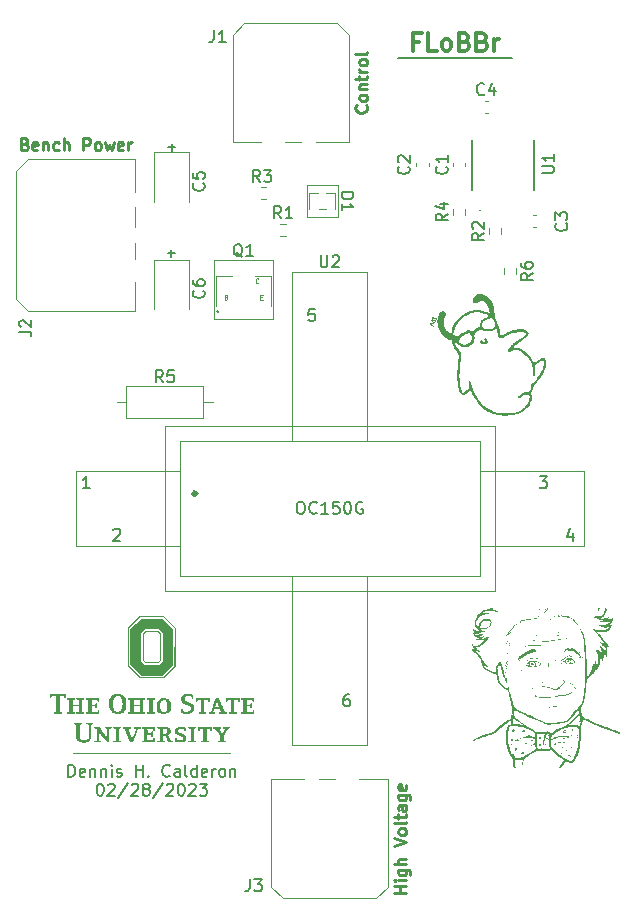
<source format=gbr>
%TF.GenerationSoftware,KiCad,Pcbnew,(6.0.11)*%
%TF.CreationDate,2023-03-01T11:44:21-05:00*%
%TF.ProjectId,DCT_HV_Widget,4443545f-4856-45f5-9769-646765742e6b,rev?*%
%TF.SameCoordinates,Original*%
%TF.FileFunction,Legend,Top*%
%TF.FilePolarity,Positive*%
%FSLAX46Y46*%
G04 Gerber Fmt 4.6, Leading zero omitted, Abs format (unit mm)*
G04 Created by KiCad (PCBNEW (6.0.11)) date 2023-03-01 11:44:21*
%MOMM*%
%LPD*%
G01*
G04 APERTURE LIST*
%ADD10C,0.250000*%
%ADD11C,0.150000*%
%ADD12C,0.152400*%
%ADD13C,0.300000*%
%ADD14C,0.080000*%
%ADD15C,0.120000*%
%ADD16C,0.100000*%
%ADD17C,0.131623*%
%ADD18C,0.101600*%
%ADD19C,0.354000*%
G04 APERTURE END LIST*
D10*
X134544285Y-79938571D02*
X134687142Y-79986190D01*
X134734761Y-80033809D01*
X134782380Y-80129047D01*
X134782380Y-80271904D01*
X134734761Y-80367142D01*
X134687142Y-80414761D01*
X134591904Y-80462380D01*
X134210952Y-80462380D01*
X134210952Y-79462380D01*
X134544285Y-79462380D01*
X134639523Y-79510000D01*
X134687142Y-79557619D01*
X134734761Y-79652857D01*
X134734761Y-79748095D01*
X134687142Y-79843333D01*
X134639523Y-79890952D01*
X134544285Y-79938571D01*
X134210952Y-79938571D01*
X135591904Y-80414761D02*
X135496666Y-80462380D01*
X135306190Y-80462380D01*
X135210952Y-80414761D01*
X135163333Y-80319523D01*
X135163333Y-79938571D01*
X135210952Y-79843333D01*
X135306190Y-79795714D01*
X135496666Y-79795714D01*
X135591904Y-79843333D01*
X135639523Y-79938571D01*
X135639523Y-80033809D01*
X135163333Y-80129047D01*
X136068095Y-79795714D02*
X136068095Y-80462380D01*
X136068095Y-79890952D02*
X136115714Y-79843333D01*
X136210952Y-79795714D01*
X136353809Y-79795714D01*
X136449047Y-79843333D01*
X136496666Y-79938571D01*
X136496666Y-80462380D01*
X137401428Y-80414761D02*
X137306190Y-80462380D01*
X137115714Y-80462380D01*
X137020476Y-80414761D01*
X136972857Y-80367142D01*
X136925238Y-80271904D01*
X136925238Y-79986190D01*
X136972857Y-79890952D01*
X137020476Y-79843333D01*
X137115714Y-79795714D01*
X137306190Y-79795714D01*
X137401428Y-79843333D01*
X137830000Y-80462380D02*
X137830000Y-79462380D01*
X138258571Y-80462380D02*
X138258571Y-79938571D01*
X138210952Y-79843333D01*
X138115714Y-79795714D01*
X137972857Y-79795714D01*
X137877619Y-79843333D01*
X137830000Y-79890952D01*
X139496666Y-80462380D02*
X139496666Y-79462380D01*
X139877619Y-79462380D01*
X139972857Y-79510000D01*
X140020476Y-79557619D01*
X140068095Y-79652857D01*
X140068095Y-79795714D01*
X140020476Y-79890952D01*
X139972857Y-79938571D01*
X139877619Y-79986190D01*
X139496666Y-79986190D01*
X140639523Y-80462380D02*
X140544285Y-80414761D01*
X140496666Y-80367142D01*
X140449047Y-80271904D01*
X140449047Y-79986190D01*
X140496666Y-79890952D01*
X140544285Y-79843333D01*
X140639523Y-79795714D01*
X140782380Y-79795714D01*
X140877619Y-79843333D01*
X140925238Y-79890952D01*
X140972857Y-79986190D01*
X140972857Y-80271904D01*
X140925238Y-80367142D01*
X140877619Y-80414761D01*
X140782380Y-80462380D01*
X140639523Y-80462380D01*
X141306190Y-79795714D02*
X141496666Y-80462380D01*
X141687142Y-79986190D01*
X141877619Y-80462380D01*
X142068095Y-79795714D01*
X142830000Y-80414761D02*
X142734761Y-80462380D01*
X142544285Y-80462380D01*
X142449047Y-80414761D01*
X142401428Y-80319523D01*
X142401428Y-79938571D01*
X142449047Y-79843333D01*
X142544285Y-79795714D01*
X142734761Y-79795714D01*
X142830000Y-79843333D01*
X142877619Y-79938571D01*
X142877619Y-80033809D01*
X142401428Y-80129047D01*
X143306190Y-80462380D02*
X143306190Y-79795714D01*
X143306190Y-79986190D02*
X143353809Y-79890952D01*
X143401428Y-79843333D01*
X143496666Y-79795714D01*
X143591904Y-79795714D01*
X163425142Y-76654762D02*
X163472761Y-76702381D01*
X163520380Y-76845239D01*
X163520380Y-76940477D01*
X163472761Y-77083334D01*
X163377523Y-77178572D01*
X163282285Y-77226191D01*
X163091809Y-77273810D01*
X162948952Y-77273810D01*
X162758476Y-77226191D01*
X162663238Y-77178572D01*
X162568000Y-77083334D01*
X162520380Y-76940477D01*
X162520380Y-76845239D01*
X162568000Y-76702381D01*
X162615619Y-76654762D01*
X163520380Y-76083334D02*
X163472761Y-76178572D01*
X163425142Y-76226191D01*
X163329904Y-76273810D01*
X163044190Y-76273810D01*
X162948952Y-76226191D01*
X162901333Y-76178572D01*
X162853714Y-76083334D01*
X162853714Y-75940477D01*
X162901333Y-75845239D01*
X162948952Y-75797620D01*
X163044190Y-75750001D01*
X163329904Y-75750001D01*
X163425142Y-75797620D01*
X163472761Y-75845239D01*
X163520380Y-75940477D01*
X163520380Y-76083334D01*
X162853714Y-75321429D02*
X163520380Y-75321429D01*
X162948952Y-75321429D02*
X162901333Y-75273810D01*
X162853714Y-75178572D01*
X162853714Y-75035715D01*
X162901333Y-74940477D01*
X162996571Y-74892858D01*
X163520380Y-74892858D01*
X162853714Y-74559524D02*
X162853714Y-74178572D01*
X162520380Y-74416667D02*
X163377523Y-74416667D01*
X163472761Y-74369048D01*
X163520380Y-74273810D01*
X163520380Y-74178572D01*
X163520380Y-73845239D02*
X162853714Y-73845239D01*
X163044190Y-73845239D02*
X162948952Y-73797620D01*
X162901333Y-73750001D01*
X162853714Y-73654762D01*
X162853714Y-73559524D01*
X163520380Y-73083334D02*
X163472761Y-73178572D01*
X163425142Y-73226191D01*
X163329904Y-73273810D01*
X163044190Y-73273810D01*
X162948952Y-73226191D01*
X162901333Y-73178572D01*
X162853714Y-73083334D01*
X162853714Y-72940477D01*
X162901333Y-72845239D01*
X162948952Y-72797620D01*
X163044190Y-72750001D01*
X163329904Y-72750001D01*
X163425142Y-72797620D01*
X163472761Y-72845239D01*
X163520380Y-72940477D01*
X163520380Y-73083334D01*
X163520380Y-72178572D02*
X163472761Y-72273810D01*
X163377523Y-72321429D01*
X162520380Y-72321429D01*
X166822380Y-143321428D02*
X165822380Y-143321428D01*
X166298571Y-143321428D02*
X166298571Y-142750000D01*
X166822380Y-142750000D02*
X165822380Y-142750000D01*
X166822380Y-142273809D02*
X166155714Y-142273809D01*
X165822380Y-142273809D02*
X165870000Y-142321428D01*
X165917619Y-142273809D01*
X165870000Y-142226190D01*
X165822380Y-142273809D01*
X165917619Y-142273809D01*
X166155714Y-141369047D02*
X166965238Y-141369047D01*
X167060476Y-141416666D01*
X167108095Y-141464285D01*
X167155714Y-141559523D01*
X167155714Y-141702380D01*
X167108095Y-141797619D01*
X166774761Y-141369047D02*
X166822380Y-141464285D01*
X166822380Y-141654761D01*
X166774761Y-141750000D01*
X166727142Y-141797619D01*
X166631904Y-141845238D01*
X166346190Y-141845238D01*
X166250952Y-141797619D01*
X166203333Y-141750000D01*
X166155714Y-141654761D01*
X166155714Y-141464285D01*
X166203333Y-141369047D01*
X166822380Y-140892857D02*
X165822380Y-140892857D01*
X166822380Y-140464285D02*
X166298571Y-140464285D01*
X166203333Y-140511904D01*
X166155714Y-140607142D01*
X166155714Y-140750000D01*
X166203333Y-140845238D01*
X166250952Y-140892857D01*
X165822380Y-139369047D02*
X166822380Y-139035714D01*
X165822380Y-138702380D01*
X166822380Y-138226190D02*
X166774761Y-138321428D01*
X166727142Y-138369047D01*
X166631904Y-138416666D01*
X166346190Y-138416666D01*
X166250952Y-138369047D01*
X166203333Y-138321428D01*
X166155714Y-138226190D01*
X166155714Y-138083333D01*
X166203333Y-137988095D01*
X166250952Y-137940476D01*
X166346190Y-137892857D01*
X166631904Y-137892857D01*
X166727142Y-137940476D01*
X166774761Y-137988095D01*
X166822380Y-138083333D01*
X166822380Y-138226190D01*
X166822380Y-137321428D02*
X166774761Y-137416666D01*
X166679523Y-137464285D01*
X165822380Y-137464285D01*
X166155714Y-137083333D02*
X166155714Y-136702380D01*
X165822380Y-136940476D02*
X166679523Y-136940476D01*
X166774761Y-136892857D01*
X166822380Y-136797619D01*
X166822380Y-136702380D01*
X166822380Y-135940476D02*
X166298571Y-135940476D01*
X166203333Y-135988095D01*
X166155714Y-136083333D01*
X166155714Y-136273809D01*
X166203333Y-136369047D01*
X166774761Y-135940476D02*
X166822380Y-136035714D01*
X166822380Y-136273809D01*
X166774761Y-136369047D01*
X166679523Y-136416666D01*
X166584285Y-136416666D01*
X166489047Y-136369047D01*
X166441428Y-136273809D01*
X166441428Y-136035714D01*
X166393809Y-135940476D01*
X166155714Y-135035714D02*
X166965238Y-135035714D01*
X167060476Y-135083333D01*
X167108095Y-135130952D01*
X167155714Y-135226190D01*
X167155714Y-135369047D01*
X167108095Y-135464285D01*
X166774761Y-135035714D02*
X166822380Y-135130952D01*
X166822380Y-135321428D01*
X166774761Y-135416666D01*
X166727142Y-135464285D01*
X166631904Y-135511904D01*
X166346190Y-135511904D01*
X166250952Y-135464285D01*
X166203333Y-135416666D01*
X166155714Y-135321428D01*
X166155714Y-135130952D01*
X166203333Y-135035714D01*
X166774761Y-134178571D02*
X166822380Y-134273809D01*
X166822380Y-134464285D01*
X166774761Y-134559523D01*
X166679523Y-134607142D01*
X166298571Y-134607142D01*
X166203333Y-134559523D01*
X166155714Y-134464285D01*
X166155714Y-134273809D01*
X166203333Y-134178571D01*
X166298571Y-134130952D01*
X166393809Y-134130952D01*
X166489047Y-134607142D01*
D11*
X173080001Y-85600000D02*
G75*
G03*
X173080001Y-85600000I-1J0D01*
G01*
X166116000Y-72644000D02*
X175768000Y-72644000D01*
D12*
X147215285Y-89204428D02*
X146634714Y-89204428D01*
X146925000Y-89494714D02*
X146925000Y-88914142D01*
X147240285Y-80204428D02*
X146659714Y-80204428D01*
X146950000Y-80494714D02*
X146950000Y-79914142D01*
D11*
X138216570Y-133505380D02*
X138216570Y-132505380D01*
X138454665Y-132505380D01*
X138597522Y-132553000D01*
X138692760Y-132648238D01*
X138740379Y-132743476D01*
X138787999Y-132933952D01*
X138787999Y-133076809D01*
X138740379Y-133267285D01*
X138692760Y-133362523D01*
X138597522Y-133457761D01*
X138454665Y-133505380D01*
X138216570Y-133505380D01*
X139597522Y-133457761D02*
X139502284Y-133505380D01*
X139311808Y-133505380D01*
X139216570Y-133457761D01*
X139168951Y-133362523D01*
X139168951Y-132981571D01*
X139216570Y-132886333D01*
X139311808Y-132838714D01*
X139502284Y-132838714D01*
X139597522Y-132886333D01*
X139645141Y-132981571D01*
X139645141Y-133076809D01*
X139168951Y-133172047D01*
X140073713Y-132838714D02*
X140073713Y-133505380D01*
X140073713Y-132933952D02*
X140121332Y-132886333D01*
X140216570Y-132838714D01*
X140359427Y-132838714D01*
X140454665Y-132886333D01*
X140502284Y-132981571D01*
X140502284Y-133505380D01*
X140978475Y-132838714D02*
X140978475Y-133505380D01*
X140978475Y-132933952D02*
X141026094Y-132886333D01*
X141121332Y-132838714D01*
X141264189Y-132838714D01*
X141359427Y-132886333D01*
X141407046Y-132981571D01*
X141407046Y-133505380D01*
X141883237Y-133505380D02*
X141883237Y-132838714D01*
X141883237Y-132505380D02*
X141835618Y-132553000D01*
X141883237Y-132600619D01*
X141930856Y-132553000D01*
X141883237Y-132505380D01*
X141883237Y-132600619D01*
X142311808Y-133457761D02*
X142407046Y-133505380D01*
X142597522Y-133505380D01*
X142692760Y-133457761D01*
X142740379Y-133362523D01*
X142740379Y-133314904D01*
X142692760Y-133219666D01*
X142597522Y-133172047D01*
X142454665Y-133172047D01*
X142359427Y-133124428D01*
X142311808Y-133029190D01*
X142311808Y-132981571D01*
X142359427Y-132886333D01*
X142454665Y-132838714D01*
X142597522Y-132838714D01*
X142692760Y-132886333D01*
X143930856Y-133505380D02*
X143930856Y-132505380D01*
X143930856Y-132981571D02*
X144502284Y-132981571D01*
X144502284Y-133505380D02*
X144502284Y-132505380D01*
X144978475Y-133410142D02*
X145026094Y-133457761D01*
X144978475Y-133505380D01*
X144930856Y-133457761D01*
X144978475Y-133410142D01*
X144978475Y-133505380D01*
X146787999Y-133410142D02*
X146740379Y-133457761D01*
X146597522Y-133505380D01*
X146502284Y-133505380D01*
X146359427Y-133457761D01*
X146264189Y-133362523D01*
X146216570Y-133267285D01*
X146168951Y-133076809D01*
X146168951Y-132933952D01*
X146216570Y-132743476D01*
X146264189Y-132648238D01*
X146359427Y-132553000D01*
X146502284Y-132505380D01*
X146597522Y-132505380D01*
X146740379Y-132553000D01*
X146787999Y-132600619D01*
X147645141Y-133505380D02*
X147645141Y-132981571D01*
X147597522Y-132886333D01*
X147502284Y-132838714D01*
X147311808Y-132838714D01*
X147216570Y-132886333D01*
X147645141Y-133457761D02*
X147549903Y-133505380D01*
X147311808Y-133505380D01*
X147216570Y-133457761D01*
X147168951Y-133362523D01*
X147168951Y-133267285D01*
X147216570Y-133172047D01*
X147311808Y-133124428D01*
X147549903Y-133124428D01*
X147645141Y-133076809D01*
X148264189Y-133505380D02*
X148168951Y-133457761D01*
X148121332Y-133362523D01*
X148121332Y-132505380D01*
X149073713Y-133505380D02*
X149073713Y-132505380D01*
X149073713Y-133457761D02*
X148978475Y-133505380D01*
X148787999Y-133505380D01*
X148692760Y-133457761D01*
X148645141Y-133410142D01*
X148597522Y-133314904D01*
X148597522Y-133029190D01*
X148645141Y-132933952D01*
X148692760Y-132886333D01*
X148787999Y-132838714D01*
X148978475Y-132838714D01*
X149073713Y-132886333D01*
X149930856Y-133457761D02*
X149835618Y-133505380D01*
X149645141Y-133505380D01*
X149549903Y-133457761D01*
X149502284Y-133362523D01*
X149502284Y-132981571D01*
X149549903Y-132886333D01*
X149645141Y-132838714D01*
X149835618Y-132838714D01*
X149930856Y-132886333D01*
X149978475Y-132981571D01*
X149978475Y-133076809D01*
X149502284Y-133172047D01*
X150407046Y-133505380D02*
X150407046Y-132838714D01*
X150407046Y-133029190D02*
X150454665Y-132933952D01*
X150502284Y-132886333D01*
X150597522Y-132838714D01*
X150692760Y-132838714D01*
X151168951Y-133505380D02*
X151073713Y-133457761D01*
X151026094Y-133410142D01*
X150978475Y-133314904D01*
X150978475Y-133029190D01*
X151026094Y-132933952D01*
X151073713Y-132886333D01*
X151168951Y-132838714D01*
X151311808Y-132838714D01*
X151407046Y-132886333D01*
X151454665Y-132933952D01*
X151502284Y-133029190D01*
X151502284Y-133314904D01*
X151454665Y-133410142D01*
X151407046Y-133457761D01*
X151311808Y-133505380D01*
X151168951Y-133505380D01*
X151930856Y-132838714D02*
X151930856Y-133505380D01*
X151930856Y-132933952D02*
X151978475Y-132886333D01*
X152073713Y-132838714D01*
X152216570Y-132838714D01*
X152311808Y-132886333D01*
X152359427Y-132981571D01*
X152359427Y-133505380D01*
X140859427Y-134115380D02*
X140954665Y-134115380D01*
X141049903Y-134163000D01*
X141097522Y-134210619D01*
X141145141Y-134305857D01*
X141192760Y-134496333D01*
X141192760Y-134734428D01*
X141145141Y-134924904D01*
X141097522Y-135020142D01*
X141049903Y-135067761D01*
X140954665Y-135115380D01*
X140859427Y-135115380D01*
X140764189Y-135067761D01*
X140716570Y-135020142D01*
X140668951Y-134924904D01*
X140621332Y-134734428D01*
X140621332Y-134496333D01*
X140668951Y-134305857D01*
X140716570Y-134210619D01*
X140764189Y-134163000D01*
X140859427Y-134115380D01*
X141573713Y-134210619D02*
X141621332Y-134163000D01*
X141716570Y-134115380D01*
X141954665Y-134115380D01*
X142049903Y-134163000D01*
X142097522Y-134210619D01*
X142145141Y-134305857D01*
X142145141Y-134401095D01*
X142097522Y-134543952D01*
X141526094Y-135115380D01*
X142145141Y-135115380D01*
X143287999Y-134067761D02*
X142430856Y-135353476D01*
X143573713Y-134210619D02*
X143621332Y-134163000D01*
X143716570Y-134115380D01*
X143954665Y-134115380D01*
X144049903Y-134163000D01*
X144097522Y-134210619D01*
X144145141Y-134305857D01*
X144145141Y-134401095D01*
X144097522Y-134543952D01*
X143526094Y-135115380D01*
X144145141Y-135115380D01*
X144716570Y-134543952D02*
X144621332Y-134496333D01*
X144573713Y-134448714D01*
X144526094Y-134353476D01*
X144526094Y-134305857D01*
X144573713Y-134210619D01*
X144621332Y-134163000D01*
X144716570Y-134115380D01*
X144907046Y-134115380D01*
X145002284Y-134163000D01*
X145049903Y-134210619D01*
X145097522Y-134305857D01*
X145097522Y-134353476D01*
X145049903Y-134448714D01*
X145002284Y-134496333D01*
X144907046Y-134543952D01*
X144716570Y-134543952D01*
X144621332Y-134591571D01*
X144573713Y-134639190D01*
X144526094Y-134734428D01*
X144526094Y-134924904D01*
X144573713Y-135020142D01*
X144621332Y-135067761D01*
X144716570Y-135115380D01*
X144907046Y-135115380D01*
X145002284Y-135067761D01*
X145049903Y-135020142D01*
X145097522Y-134924904D01*
X145097522Y-134734428D01*
X145049903Y-134639190D01*
X145002284Y-134591571D01*
X144907046Y-134543952D01*
X146240379Y-134067761D02*
X145383237Y-135353476D01*
X146526094Y-134210619D02*
X146573713Y-134163000D01*
X146668951Y-134115380D01*
X146907046Y-134115380D01*
X147002284Y-134163000D01*
X147049903Y-134210619D01*
X147097522Y-134305857D01*
X147097522Y-134401095D01*
X147049903Y-134543952D01*
X146478475Y-135115380D01*
X147097522Y-135115380D01*
X147716570Y-134115380D02*
X147811808Y-134115380D01*
X147907046Y-134163000D01*
X147954665Y-134210619D01*
X148002284Y-134305857D01*
X148049903Y-134496333D01*
X148049903Y-134734428D01*
X148002284Y-134924904D01*
X147954665Y-135020142D01*
X147907046Y-135067761D01*
X147811808Y-135115380D01*
X147716570Y-135115380D01*
X147621332Y-135067761D01*
X147573713Y-135020142D01*
X147526094Y-134924904D01*
X147478475Y-134734428D01*
X147478475Y-134496333D01*
X147526094Y-134305857D01*
X147573713Y-134210619D01*
X147621332Y-134163000D01*
X147716570Y-134115380D01*
X148430856Y-134210619D02*
X148478475Y-134163000D01*
X148573713Y-134115380D01*
X148811808Y-134115380D01*
X148907046Y-134163000D01*
X148954665Y-134210619D01*
X149002284Y-134305857D01*
X149002284Y-134401095D01*
X148954665Y-134543952D01*
X148383237Y-135115380D01*
X149002284Y-135115380D01*
X149335618Y-134115380D02*
X149954665Y-134115380D01*
X149621332Y-134496333D01*
X149764189Y-134496333D01*
X149859427Y-134543952D01*
X149907046Y-134591571D01*
X149954665Y-134686809D01*
X149954665Y-134924904D01*
X149907046Y-135020142D01*
X149859427Y-135067761D01*
X149764189Y-135115380D01*
X149478475Y-135115380D01*
X149383237Y-135067761D01*
X149335618Y-135020142D01*
D13*
X167906285Y-71266857D02*
X167406285Y-71266857D01*
X167406285Y-72052571D02*
X167406285Y-70552571D01*
X168120571Y-70552571D01*
X169406285Y-72052571D02*
X168692000Y-72052571D01*
X168692000Y-70552571D01*
X170120571Y-72052571D02*
X169977714Y-71981142D01*
X169906285Y-71909714D01*
X169834857Y-71766857D01*
X169834857Y-71338285D01*
X169906285Y-71195428D01*
X169977714Y-71124000D01*
X170120571Y-71052571D01*
X170334857Y-71052571D01*
X170477714Y-71124000D01*
X170549142Y-71195428D01*
X170620571Y-71338285D01*
X170620571Y-71766857D01*
X170549142Y-71909714D01*
X170477714Y-71981142D01*
X170334857Y-72052571D01*
X170120571Y-72052571D01*
X171763428Y-71266857D02*
X171977714Y-71338285D01*
X172049142Y-71409714D01*
X172120571Y-71552571D01*
X172120571Y-71766857D01*
X172049142Y-71909714D01*
X171977714Y-71981142D01*
X171834857Y-72052571D01*
X171263428Y-72052571D01*
X171263428Y-70552571D01*
X171763428Y-70552571D01*
X171906285Y-70624000D01*
X171977714Y-70695428D01*
X172049142Y-70838285D01*
X172049142Y-70981142D01*
X171977714Y-71124000D01*
X171906285Y-71195428D01*
X171763428Y-71266857D01*
X171263428Y-71266857D01*
X173263428Y-71266857D02*
X173477714Y-71338285D01*
X173549142Y-71409714D01*
X173620571Y-71552571D01*
X173620571Y-71766857D01*
X173549142Y-71909714D01*
X173477714Y-71981142D01*
X173334857Y-72052571D01*
X172763428Y-72052571D01*
X172763428Y-70552571D01*
X173263428Y-70552571D01*
X173406285Y-70624000D01*
X173477714Y-70695428D01*
X173549142Y-70838285D01*
X173549142Y-70981142D01*
X173477714Y-71124000D01*
X173406285Y-71195428D01*
X173263428Y-71266857D01*
X172763428Y-71266857D01*
X174263428Y-72052571D02*
X174263428Y-71052571D01*
X174263428Y-71338285D02*
X174334857Y-71195428D01*
X174406285Y-71124000D01*
X174549142Y-71052571D01*
X174692000Y-71052571D01*
D11*
%TO.C,C4*%
X173423333Y-75707142D02*
X173375714Y-75754761D01*
X173232857Y-75802380D01*
X173137619Y-75802380D01*
X172994761Y-75754761D01*
X172899523Y-75659523D01*
X172851904Y-75564285D01*
X172804285Y-75373809D01*
X172804285Y-75230952D01*
X172851904Y-75040476D01*
X172899523Y-74945238D01*
X172994761Y-74850000D01*
X173137619Y-74802380D01*
X173232857Y-74802380D01*
X173375714Y-74850000D01*
X173423333Y-74897619D01*
X174280476Y-75135714D02*
X174280476Y-75802380D01*
X174042380Y-74754761D02*
X173804285Y-75469047D01*
X174423333Y-75469047D01*
%TO.C,R1*%
X156233333Y-86222380D02*
X155900000Y-85746190D01*
X155661904Y-86222380D02*
X155661904Y-85222380D01*
X156042857Y-85222380D01*
X156138095Y-85270000D01*
X156185714Y-85317619D01*
X156233333Y-85412857D01*
X156233333Y-85555714D01*
X156185714Y-85650952D01*
X156138095Y-85698571D01*
X156042857Y-85746190D01*
X155661904Y-85746190D01*
X157185714Y-86222380D02*
X156614285Y-86222380D01*
X156900000Y-86222380D02*
X156900000Y-85222380D01*
X156804761Y-85365238D01*
X156709523Y-85460476D01*
X156614285Y-85508095D01*
%TO.C,R4*%
X170322380Y-85841666D02*
X169846190Y-86175000D01*
X170322380Y-86413095D02*
X169322380Y-86413095D01*
X169322380Y-86032142D01*
X169370000Y-85936904D01*
X169417619Y-85889285D01*
X169512857Y-85841666D01*
X169655714Y-85841666D01*
X169750952Y-85889285D01*
X169798571Y-85936904D01*
X169846190Y-86032142D01*
X169846190Y-86413095D01*
X169655714Y-84984523D02*
X170322380Y-84984523D01*
X169274761Y-85222619D02*
X169989047Y-85460714D01*
X169989047Y-84841666D01*
%TO.C,C6*%
X149657142Y-92354166D02*
X149704761Y-92401785D01*
X149752380Y-92544642D01*
X149752380Y-92639880D01*
X149704761Y-92782738D01*
X149609523Y-92877976D01*
X149514285Y-92925595D01*
X149323809Y-92973214D01*
X149180952Y-92973214D01*
X148990476Y-92925595D01*
X148895238Y-92877976D01*
X148800000Y-92782738D01*
X148752380Y-92639880D01*
X148752380Y-92544642D01*
X148800000Y-92401785D01*
X148847619Y-92354166D01*
X148752380Y-91497023D02*
X148752380Y-91687500D01*
X148800000Y-91782738D01*
X148847619Y-91830357D01*
X148990476Y-91925595D01*
X149180952Y-91973214D01*
X149561904Y-91973214D01*
X149657142Y-91925595D01*
X149704761Y-91877976D01*
X149752380Y-91782738D01*
X149752380Y-91592261D01*
X149704761Y-91497023D01*
X149657142Y-91449404D01*
X149561904Y-91401785D01*
X149323809Y-91401785D01*
X149228571Y-91449404D01*
X149180952Y-91497023D01*
X149133333Y-91592261D01*
X149133333Y-91782738D01*
X149180952Y-91877976D01*
X149228571Y-91925595D01*
X149323809Y-91973214D01*
%TO.C,U1*%
X178337380Y-82386904D02*
X179146904Y-82386904D01*
X179242142Y-82339285D01*
X179289761Y-82291666D01*
X179337380Y-82196428D01*
X179337380Y-82005952D01*
X179289761Y-81910714D01*
X179242142Y-81863095D01*
X179146904Y-81815476D01*
X178337380Y-81815476D01*
X179337380Y-80815476D02*
X179337380Y-81386904D01*
X179337380Y-81101190D02*
X178337380Y-81101190D01*
X178480238Y-81196428D01*
X178575476Y-81291666D01*
X178623095Y-81386904D01*
%TO.C,Q1*%
X152944761Y-89510119D02*
X152849523Y-89462500D01*
X152754285Y-89367261D01*
X152611428Y-89224404D01*
X152516190Y-89176785D01*
X152420952Y-89176785D01*
X152468571Y-89414880D02*
X152373333Y-89367261D01*
X152278095Y-89272023D01*
X152230476Y-89081547D01*
X152230476Y-88748214D01*
X152278095Y-88557738D01*
X152373333Y-88462500D01*
X152468571Y-88414880D01*
X152659047Y-88414880D01*
X152754285Y-88462500D01*
X152849523Y-88557738D01*
X152897142Y-88748214D01*
X152897142Y-89081547D01*
X152849523Y-89272023D01*
X152754285Y-89367261D01*
X152659047Y-89414880D01*
X152468571Y-89414880D01*
X153849523Y-89414880D02*
X153278095Y-89414880D01*
X153563809Y-89414880D02*
X153563809Y-88414880D01*
X153468571Y-88557738D01*
X153373333Y-88652976D01*
X153278095Y-88700595D01*
D14*
X151578571Y-92913928D02*
X151635714Y-92932976D01*
X151654761Y-92952023D01*
X151673809Y-92990119D01*
X151673809Y-93047261D01*
X151654761Y-93085357D01*
X151635714Y-93104404D01*
X151597619Y-93123452D01*
X151445238Y-93123452D01*
X151445238Y-92723452D01*
X151578571Y-92723452D01*
X151616666Y-92742500D01*
X151635714Y-92761547D01*
X151654761Y-92799642D01*
X151654761Y-92837738D01*
X151635714Y-92875833D01*
X151616666Y-92894880D01*
X151578571Y-92913928D01*
X151445238Y-92913928D01*
X154313809Y-91685357D02*
X154294761Y-91704404D01*
X154237619Y-91723452D01*
X154199523Y-91723452D01*
X154142380Y-91704404D01*
X154104285Y-91666309D01*
X154085238Y-91628214D01*
X154066190Y-91552023D01*
X154066190Y-91494880D01*
X154085238Y-91418690D01*
X154104285Y-91380595D01*
X154142380Y-91342500D01*
X154199523Y-91323452D01*
X154237619Y-91323452D01*
X154294761Y-91342500D01*
X154313809Y-91361547D01*
X154464285Y-92913928D02*
X154597619Y-92913928D01*
X154654761Y-93123452D02*
X154464285Y-93123452D01*
X154464285Y-92723452D01*
X154654761Y-92723452D01*
D11*
%TO.C,C1*%
X170227142Y-81866666D02*
X170274761Y-81914285D01*
X170322380Y-82057142D01*
X170322380Y-82152380D01*
X170274761Y-82295238D01*
X170179523Y-82390476D01*
X170084285Y-82438095D01*
X169893809Y-82485714D01*
X169750952Y-82485714D01*
X169560476Y-82438095D01*
X169465238Y-82390476D01*
X169370000Y-82295238D01*
X169322380Y-82152380D01*
X169322380Y-82057142D01*
X169370000Y-81914285D01*
X169417619Y-81866666D01*
X170322380Y-80914285D02*
X170322380Y-81485714D01*
X170322380Y-81200000D02*
X169322380Y-81200000D01*
X169465238Y-81295238D01*
X169560476Y-81390476D01*
X169608095Y-81485714D01*
%TO.C,R3*%
X154433333Y-83152380D02*
X154100000Y-82676190D01*
X153861904Y-83152380D02*
X153861904Y-82152380D01*
X154242857Y-82152380D01*
X154338095Y-82200000D01*
X154385714Y-82247619D01*
X154433333Y-82342857D01*
X154433333Y-82485714D01*
X154385714Y-82580952D01*
X154338095Y-82628571D01*
X154242857Y-82676190D01*
X153861904Y-82676190D01*
X154766666Y-82152380D02*
X155385714Y-82152380D01*
X155052380Y-82533333D01*
X155195238Y-82533333D01*
X155290476Y-82580952D01*
X155338095Y-82628571D01*
X155385714Y-82723809D01*
X155385714Y-82961904D01*
X155338095Y-83057142D01*
X155290476Y-83104761D01*
X155195238Y-83152380D01*
X154909523Y-83152380D01*
X154814285Y-83104761D01*
X154766666Y-83057142D01*
%TO.C,R5*%
X146218333Y-100102380D02*
X145885000Y-99626190D01*
X145646904Y-100102380D02*
X145646904Y-99102380D01*
X146027857Y-99102380D01*
X146123095Y-99150000D01*
X146170714Y-99197619D01*
X146218333Y-99292857D01*
X146218333Y-99435714D01*
X146170714Y-99530952D01*
X146123095Y-99578571D01*
X146027857Y-99626190D01*
X145646904Y-99626190D01*
X147123095Y-99102380D02*
X146646904Y-99102380D01*
X146599285Y-99578571D01*
X146646904Y-99530952D01*
X146742142Y-99483333D01*
X146980238Y-99483333D01*
X147075476Y-99530952D01*
X147123095Y-99578571D01*
X147170714Y-99673809D01*
X147170714Y-99911904D01*
X147123095Y-100007142D01*
X147075476Y-100054761D01*
X146980238Y-100102380D01*
X146742142Y-100102380D01*
X146646904Y-100054761D01*
X146599285Y-100007142D01*
%TO.C,J3*%
X153590666Y-142200380D02*
X153590666Y-142914666D01*
X153543047Y-143057523D01*
X153447809Y-143152761D01*
X153304952Y-143200380D01*
X153209714Y-143200380D01*
X153971619Y-142200380D02*
X154590666Y-142200380D01*
X154257333Y-142581333D01*
X154400190Y-142581333D01*
X154495428Y-142628952D01*
X154543047Y-142676571D01*
X154590666Y-142771809D01*
X154590666Y-143009904D01*
X154543047Y-143105142D01*
X154495428Y-143152761D01*
X154400190Y-143200380D01*
X154114476Y-143200380D01*
X154019238Y-143152761D01*
X153971619Y-143105142D01*
%TO.C,J2*%
X134072380Y-95837333D02*
X134786666Y-95837333D01*
X134929523Y-95884952D01*
X135024761Y-95980190D01*
X135072380Y-96123047D01*
X135072380Y-96218285D01*
X134167619Y-95408761D02*
X134120000Y-95361142D01*
X134072380Y-95265904D01*
X134072380Y-95027809D01*
X134120000Y-94932571D01*
X134167619Y-94884952D01*
X134262857Y-94837333D01*
X134358095Y-94837333D01*
X134500952Y-94884952D01*
X135072380Y-95456380D01*
X135072380Y-94837333D01*
%TO.C,J1*%
X150542666Y-70318380D02*
X150542666Y-71032666D01*
X150495047Y-71175523D01*
X150399809Y-71270761D01*
X150256952Y-71318380D01*
X150161714Y-71318380D01*
X151542666Y-71318380D02*
X150971238Y-71318380D01*
X151256952Y-71318380D02*
X151256952Y-70318380D01*
X151161714Y-70461238D01*
X151066476Y-70556476D01*
X150971238Y-70604095D01*
%TO.C,D1*%
X161352619Y-84041904D02*
X162352619Y-84041904D01*
X162352619Y-84280000D01*
X162305000Y-84422857D01*
X162209761Y-84518095D01*
X162114523Y-84565714D01*
X161924047Y-84613333D01*
X161781190Y-84613333D01*
X161590714Y-84565714D01*
X161495476Y-84518095D01*
X161400238Y-84422857D01*
X161352619Y-84280000D01*
X161352619Y-84041904D01*
X161352619Y-85565714D02*
X161352619Y-84994285D01*
X161352619Y-85280000D02*
X162352619Y-85280000D01*
X162209761Y-85184761D01*
X162114523Y-85089523D01*
X162066904Y-84994285D01*
%TO.C,R6*%
X177517380Y-90866666D02*
X177041190Y-91200000D01*
X177517380Y-91438095D02*
X176517380Y-91438095D01*
X176517380Y-91057142D01*
X176565000Y-90961904D01*
X176612619Y-90914285D01*
X176707857Y-90866666D01*
X176850714Y-90866666D01*
X176945952Y-90914285D01*
X176993571Y-90961904D01*
X177041190Y-91057142D01*
X177041190Y-91438095D01*
X176517380Y-90009523D02*
X176517380Y-90200000D01*
X176565000Y-90295238D01*
X176612619Y-90342857D01*
X176755476Y-90438095D01*
X176945952Y-90485714D01*
X177326904Y-90485714D01*
X177422142Y-90438095D01*
X177469761Y-90390476D01*
X177517380Y-90295238D01*
X177517380Y-90104761D01*
X177469761Y-90009523D01*
X177422142Y-89961904D01*
X177326904Y-89914285D01*
X177088809Y-89914285D01*
X176993571Y-89961904D01*
X176945952Y-90009523D01*
X176898333Y-90104761D01*
X176898333Y-90295238D01*
X176945952Y-90390476D01*
X176993571Y-90438095D01*
X177088809Y-90485714D01*
%TO.C,C5*%
X149657142Y-83279166D02*
X149704761Y-83326785D01*
X149752380Y-83469642D01*
X149752380Y-83564880D01*
X149704761Y-83707738D01*
X149609523Y-83802976D01*
X149514285Y-83850595D01*
X149323809Y-83898214D01*
X149180952Y-83898214D01*
X148990476Y-83850595D01*
X148895238Y-83802976D01*
X148800000Y-83707738D01*
X148752380Y-83564880D01*
X148752380Y-83469642D01*
X148800000Y-83326785D01*
X148847619Y-83279166D01*
X148752380Y-82374404D02*
X148752380Y-82850595D01*
X149228571Y-82898214D01*
X149180952Y-82850595D01*
X149133333Y-82755357D01*
X149133333Y-82517261D01*
X149180952Y-82422023D01*
X149228571Y-82374404D01*
X149323809Y-82326785D01*
X149561904Y-82326785D01*
X149657142Y-82374404D01*
X149704761Y-82422023D01*
X149752380Y-82517261D01*
X149752380Y-82755357D01*
X149704761Y-82850595D01*
X149657142Y-82898214D01*
%TO.C,R2*%
X173387380Y-87491666D02*
X172911190Y-87825000D01*
X173387380Y-88063095D02*
X172387380Y-88063095D01*
X172387380Y-87682142D01*
X172435000Y-87586904D01*
X172482619Y-87539285D01*
X172577857Y-87491666D01*
X172720714Y-87491666D01*
X172815952Y-87539285D01*
X172863571Y-87586904D01*
X172911190Y-87682142D01*
X172911190Y-88063095D01*
X172482619Y-87110714D02*
X172435000Y-87063095D01*
X172387380Y-86967857D01*
X172387380Y-86729761D01*
X172435000Y-86634523D01*
X172482619Y-86586904D01*
X172577857Y-86539285D01*
X172673095Y-86539285D01*
X172815952Y-86586904D01*
X173387380Y-87158333D01*
X173387380Y-86539285D01*
%TO.C,U2*%
X159583095Y-89372380D02*
X159583095Y-90181904D01*
X159630714Y-90277142D01*
X159678333Y-90324761D01*
X159773571Y-90372380D01*
X159964047Y-90372380D01*
X160059285Y-90324761D01*
X160106904Y-90277142D01*
X160154523Y-90181904D01*
X160154523Y-89372380D01*
X160583095Y-89467619D02*
X160630714Y-89420000D01*
X160725952Y-89372380D01*
X160964047Y-89372380D01*
X161059285Y-89420000D01*
X161106904Y-89467619D01*
X161154523Y-89562857D01*
X161154523Y-89658095D01*
X161106904Y-89800952D01*
X160535476Y-90372380D01*
X161154523Y-90372380D01*
D12*
X178106333Y-108073619D02*
X178735285Y-108073619D01*
X178396619Y-108460666D01*
X178541761Y-108460666D01*
X178638523Y-108509047D01*
X178686904Y-108557428D01*
X178735285Y-108654190D01*
X178735285Y-108896095D01*
X178686904Y-108992857D01*
X178638523Y-109041238D01*
X178541761Y-109089619D01*
X178251476Y-109089619D01*
X178154714Y-109041238D01*
X178106333Y-108992857D01*
X140035285Y-109089619D02*
X139454714Y-109089619D01*
X139745000Y-109089619D02*
X139745000Y-108073619D01*
X139648238Y-108218761D01*
X139551476Y-108315523D01*
X139454714Y-108363904D01*
X157790809Y-110243619D02*
X157984333Y-110243619D01*
X158081095Y-110292000D01*
X158177857Y-110388761D01*
X158226238Y-110582285D01*
X158226238Y-110920952D01*
X158177857Y-111114476D01*
X158081095Y-111211238D01*
X157984333Y-111259619D01*
X157790809Y-111259619D01*
X157694047Y-111211238D01*
X157597285Y-111114476D01*
X157548904Y-110920952D01*
X157548904Y-110582285D01*
X157597285Y-110388761D01*
X157694047Y-110292000D01*
X157790809Y-110243619D01*
X159242238Y-111162857D02*
X159193857Y-111211238D01*
X159048714Y-111259619D01*
X158951952Y-111259619D01*
X158806809Y-111211238D01*
X158710047Y-111114476D01*
X158661666Y-111017714D01*
X158613285Y-110824190D01*
X158613285Y-110679047D01*
X158661666Y-110485523D01*
X158710047Y-110388761D01*
X158806809Y-110292000D01*
X158951952Y-110243619D01*
X159048714Y-110243619D01*
X159193857Y-110292000D01*
X159242238Y-110340380D01*
X160209857Y-111259619D02*
X159629285Y-111259619D01*
X159919571Y-111259619D02*
X159919571Y-110243619D01*
X159822809Y-110388761D01*
X159726047Y-110485523D01*
X159629285Y-110533904D01*
X161129095Y-110243619D02*
X160645285Y-110243619D01*
X160596904Y-110727428D01*
X160645285Y-110679047D01*
X160742047Y-110630666D01*
X160983952Y-110630666D01*
X161080714Y-110679047D01*
X161129095Y-110727428D01*
X161177476Y-110824190D01*
X161177476Y-111066095D01*
X161129095Y-111162857D01*
X161080714Y-111211238D01*
X160983952Y-111259619D01*
X160742047Y-111259619D01*
X160645285Y-111211238D01*
X160596904Y-111162857D01*
X161806428Y-110243619D02*
X161903190Y-110243619D01*
X161999952Y-110292000D01*
X162048333Y-110340380D01*
X162096714Y-110437142D01*
X162145095Y-110630666D01*
X162145095Y-110872571D01*
X162096714Y-111066095D01*
X162048333Y-111162857D01*
X161999952Y-111211238D01*
X161903190Y-111259619D01*
X161806428Y-111259619D01*
X161709666Y-111211238D01*
X161661285Y-111162857D01*
X161612904Y-111066095D01*
X161564523Y-110872571D01*
X161564523Y-110630666D01*
X161612904Y-110437142D01*
X161661285Y-110340380D01*
X161709666Y-110292000D01*
X161806428Y-110243619D01*
X163112714Y-110292000D02*
X163015952Y-110243619D01*
X162870809Y-110243619D01*
X162725666Y-110292000D01*
X162628904Y-110388761D01*
X162580523Y-110485523D01*
X162532142Y-110679047D01*
X162532142Y-110824190D01*
X162580523Y-111017714D01*
X162628904Y-111114476D01*
X162725666Y-111211238D01*
X162870809Y-111259619D01*
X162967571Y-111259619D01*
X163112714Y-111211238D01*
X163161095Y-111162857D01*
X163161095Y-110824190D01*
X162967571Y-110824190D01*
X159066904Y-93913619D02*
X158583095Y-93913619D01*
X158534714Y-94397428D01*
X158583095Y-94349047D01*
X158679857Y-94300666D01*
X158921761Y-94300666D01*
X159018523Y-94349047D01*
X159066904Y-94397428D01*
X159115285Y-94494190D01*
X159115285Y-94736095D01*
X159066904Y-94832857D01*
X159018523Y-94881238D01*
X158921761Y-94929619D01*
X158679857Y-94929619D01*
X158583095Y-94881238D01*
X158534714Y-94832857D01*
X142014714Y-112610380D02*
X142063095Y-112562000D01*
X142159857Y-112513619D01*
X142401761Y-112513619D01*
X142498523Y-112562000D01*
X142546904Y-112610380D01*
X142595285Y-112707142D01*
X142595285Y-112803904D01*
X142546904Y-112949047D01*
X141966333Y-113529619D01*
X142595285Y-113529619D01*
X161993523Y-126538619D02*
X161800000Y-126538619D01*
X161703238Y-126587000D01*
X161654857Y-126635380D01*
X161558095Y-126780523D01*
X161509714Y-126974047D01*
X161509714Y-127361095D01*
X161558095Y-127457857D01*
X161606476Y-127506238D01*
X161703238Y-127554619D01*
X161896761Y-127554619D01*
X161993523Y-127506238D01*
X162041904Y-127457857D01*
X162090285Y-127361095D01*
X162090285Y-127119190D01*
X162041904Y-127022428D01*
X161993523Y-126974047D01*
X161896761Y-126925666D01*
X161703238Y-126925666D01*
X161606476Y-126974047D01*
X161558095Y-127022428D01*
X161509714Y-127119190D01*
X180908523Y-112852285D02*
X180908523Y-113529619D01*
X180666619Y-112465238D02*
X180424714Y-113190952D01*
X181053666Y-113190952D01*
D11*
%TO.C,C2*%
X167007142Y-81866666D02*
X167054761Y-81914285D01*
X167102380Y-82057142D01*
X167102380Y-82152380D01*
X167054761Y-82295238D01*
X166959523Y-82390476D01*
X166864285Y-82438095D01*
X166673809Y-82485714D01*
X166530952Y-82485714D01*
X166340476Y-82438095D01*
X166245238Y-82390476D01*
X166150000Y-82295238D01*
X166102380Y-82152380D01*
X166102380Y-82057142D01*
X166150000Y-81914285D01*
X166197619Y-81866666D01*
X166197619Y-81485714D02*
X166150000Y-81438095D01*
X166102380Y-81342857D01*
X166102380Y-81104761D01*
X166150000Y-81009523D01*
X166197619Y-80961904D01*
X166292857Y-80914285D01*
X166388095Y-80914285D01*
X166530952Y-80961904D01*
X167102380Y-81533333D01*
X167102380Y-80914285D01*
%TO.C,C3*%
X180357142Y-86666666D02*
X180404761Y-86714285D01*
X180452380Y-86857142D01*
X180452380Y-86952380D01*
X180404761Y-87095238D01*
X180309523Y-87190476D01*
X180214285Y-87238095D01*
X180023809Y-87285714D01*
X179880952Y-87285714D01*
X179690476Y-87238095D01*
X179595238Y-87190476D01*
X179500000Y-87095238D01*
X179452380Y-86952380D01*
X179452380Y-86857142D01*
X179500000Y-86714285D01*
X179547619Y-86666666D01*
X179452380Y-86333333D02*
X179452380Y-85714285D01*
X179833333Y-86047619D01*
X179833333Y-85904761D01*
X179880952Y-85809523D01*
X179928571Y-85761904D01*
X180023809Y-85714285D01*
X180261904Y-85714285D01*
X180357142Y-85761904D01*
X180404761Y-85809523D01*
X180452380Y-85904761D01*
X180452380Y-86190476D01*
X180404761Y-86285714D01*
X180357142Y-86333333D01*
D15*
%TO.C,C4*%
X173730580Y-76290000D02*
X173449420Y-76290000D01*
X173730580Y-77310000D02*
X173449420Y-77310000D01*
%TO.C,R1*%
X156162742Y-86677500D02*
X156637258Y-86677500D01*
X156162742Y-87722500D02*
X156637258Y-87722500D01*
%TO.C,R4*%
X170777500Y-85912258D02*
X170777500Y-85437742D01*
X171822500Y-85912258D02*
X171822500Y-85437742D01*
%TO.C,C6*%
X148460000Y-93937500D02*
X148460000Y-89727500D01*
X145440000Y-89727500D02*
X145440000Y-93937500D01*
X148460000Y-89727500D02*
X145440000Y-89727500D01*
%TO.C,G\u002A\u002A\u002A*%
G36*
X168796409Y-95147409D02*
G01*
X168804698Y-95123154D01*
X168835745Y-95104702D01*
X168898815Y-95088456D01*
X168987603Y-95073216D01*
X169051986Y-95059934D01*
X169076294Y-95042899D01*
X169070029Y-95015593D01*
X169043607Y-94956223D01*
X169035329Y-94932570D01*
X169031760Y-94928812D01*
X169091697Y-94928812D01*
X169100523Y-94964890D01*
X169125111Y-94999677D01*
X169135975Y-95007581D01*
X169185483Y-95020443D01*
X169228247Y-95010729D01*
X169242893Y-94987919D01*
X169223412Y-94967780D01*
X169179094Y-94940794D01*
X169131130Y-94918626D01*
X169105300Y-94912178D01*
X169091697Y-94928812D01*
X169031760Y-94928812D01*
X169003581Y-94899137D01*
X168954816Y-94882961D01*
X168901110Y-94865951D01*
X168875905Y-94841070D01*
X168880633Y-94819637D01*
X168920204Y-94813742D01*
X168962109Y-94816454D01*
X169059459Y-94825737D01*
X169025424Y-94757514D01*
X169005261Y-94678690D01*
X169008761Y-94665664D01*
X169073063Y-94665664D01*
X169076332Y-94727879D01*
X169106296Y-94792502D01*
X169114354Y-94802910D01*
X169177731Y-94859450D01*
X169235074Y-94867791D01*
X169289041Y-94827433D01*
X169330356Y-94762100D01*
X169351577Y-94703707D01*
X169342524Y-94677908D01*
X169307273Y-94689953D01*
X169287034Y-94706286D01*
X169253832Y-94731190D01*
X169227501Y-94726274D01*
X169191164Y-94686843D01*
X169183707Y-94677535D01*
X169137609Y-94633226D01*
X169101420Y-94622850D01*
X169098170Y-94624386D01*
X169073063Y-94665664D01*
X169008761Y-94665664D01*
X169022115Y-94615970D01*
X169065996Y-94577400D01*
X169126913Y-94571025D01*
X169194877Y-94604889D01*
X169204442Y-94613353D01*
X169252595Y-94647128D01*
X169278947Y-94641191D01*
X169318211Y-94615812D01*
X169367052Y-94623276D01*
X169402259Y-94659197D01*
X169404364Y-94664889D01*
X169400795Y-94726179D01*
X169362353Y-94813935D01*
X169355177Y-94826467D01*
X169320869Y-94893730D01*
X169303965Y-94944904D01*
X169304803Y-94961622D01*
X169306200Y-95003420D01*
X169281180Y-95051456D01*
X169243546Y-95082927D01*
X169229618Y-95085810D01*
X169197173Y-95099483D01*
X169193284Y-95110615D01*
X169172791Y-95131836D01*
X169149875Y-95135800D01*
X169080691Y-95154823D01*
X169038763Y-95213615D01*
X169034364Y-95226425D01*
X169032250Y-95269916D01*
X169064364Y-95306320D01*
X169093032Y-95324790D01*
X169143244Y-95359417D01*
X169167948Y-95386194D01*
X169168479Y-95388815D01*
X169157407Y-95405715D01*
X169119346Y-95397019D01*
X169056858Y-95366563D01*
X168975475Y-95317107D01*
X168898202Y-95260112D01*
X168836231Y-95204995D01*
X168804414Y-95165697D01*
X168906394Y-95165697D01*
X168913593Y-95188858D01*
X168920205Y-95197158D01*
X168958349Y-95220717D01*
X168988536Y-95207636D01*
X168994846Y-95183565D01*
X168973933Y-95164973D01*
X168942200Y-95160224D01*
X168906394Y-95165697D01*
X168804414Y-95165697D01*
X168800751Y-95161173D01*
X168796409Y-95147409D01*
G37*
G36*
X170681565Y-96698728D02*
G01*
X170696186Y-96653559D01*
X170712571Y-96639729D01*
X170717216Y-96631462D01*
X171268295Y-96631462D01*
X171302091Y-96712707D01*
X171380034Y-96788966D01*
X171434052Y-96825677D01*
X171561528Y-96894874D01*
X171673175Y-96928649D01*
X171783809Y-96927821D01*
X171908248Y-96893204D01*
X171995541Y-96856629D01*
X172102194Y-96803484D01*
X172178297Y-96750263D01*
X172240800Y-96682581D01*
X172297623Y-96600241D01*
X172349744Y-96481966D01*
X172369139Y-96351011D01*
X172357805Y-96219425D01*
X172317737Y-96099260D01*
X172250933Y-96002566D01*
X172190931Y-95956190D01*
X172161638Y-95942413D01*
X172130796Y-95938065D01*
X172089498Y-95945602D01*
X172028837Y-95967478D01*
X171939906Y-96006146D01*
X171834886Y-96054305D01*
X171700929Y-96118511D01*
X171602196Y-96172290D01*
X171527528Y-96222808D01*
X171465763Y-96277233D01*
X171431573Y-96313281D01*
X171333057Y-96436202D01*
X171278624Y-96540778D01*
X171268295Y-96631462D01*
X170717216Y-96631462D01*
X170723884Y-96619595D01*
X170702349Y-96592655D01*
X170661884Y-96568649D01*
X170616410Y-96557318D01*
X170597383Y-96559112D01*
X170534535Y-96554250D01*
X170445735Y-96518874D01*
X170339074Y-96458551D01*
X170222644Y-96378853D01*
X170104536Y-96285349D01*
X169992841Y-96183608D01*
X169916399Y-96101488D01*
X170786798Y-96101488D01*
X170926418Y-96152267D01*
X171011047Y-96183798D01*
X171082804Y-96211834D01*
X171115647Y-96225659D01*
X171152652Y-96241556D01*
X171181083Y-96244449D01*
X171213717Y-96229433D01*
X171263330Y-96191604D01*
X171314539Y-96149308D01*
X171541666Y-95977437D01*
X171756409Y-95848939D01*
X171920766Y-95775998D01*
X172054484Y-95730828D01*
X172155589Y-95710131D01*
X172234684Y-95714016D01*
X172302371Y-95742588D01*
X172352138Y-95780383D01*
X172436938Y-95854838D01*
X172476375Y-95794650D01*
X172560808Y-95697659D01*
X172681719Y-95601431D01*
X172826538Y-95514187D01*
X172982698Y-95444150D01*
X173044211Y-95423197D01*
X173071589Y-95402661D01*
X173084755Y-95355062D01*
X173087620Y-95286247D01*
X173091638Y-95227930D01*
X173260274Y-95227930D01*
X173276959Y-95343911D01*
X173322631Y-95446746D01*
X173394903Y-95522774D01*
X173414954Y-95534988D01*
X173493785Y-95562378D01*
X173606400Y-95582952D01*
X173737316Y-95595724D01*
X173871053Y-95599712D01*
X173992129Y-95593931D01*
X174084600Y-95577538D01*
X174194981Y-95520348D01*
X174277267Y-95428114D01*
X174327303Y-95309239D01*
X174340933Y-95172130D01*
X174329418Y-95082298D01*
X174289303Y-94943060D01*
X174232960Y-94838251D01*
X174153209Y-94753902D01*
X174094271Y-94713524D01*
X174031716Y-94694495D01*
X173955237Y-94697081D01*
X173854525Y-94721551D01*
X173728032Y-94764935D01*
X173590757Y-94818286D01*
X173490794Y-94865165D01*
X173417557Y-94912015D01*
X173360458Y-94965278D01*
X173323417Y-95011189D01*
X173274964Y-95112469D01*
X173260274Y-95227930D01*
X173091638Y-95227930D01*
X173098830Y-95123566D01*
X173130733Y-94985331D01*
X173180738Y-94881022D01*
X173207135Y-94848985D01*
X173255506Y-94811632D01*
X173337057Y-94760066D01*
X173440124Y-94701281D01*
X173545648Y-94645971D01*
X173817641Y-94509529D01*
X173756724Y-94460202D01*
X173614302Y-94369932D01*
X173435839Y-94295836D01*
X173232905Y-94240153D01*
X173017072Y-94205121D01*
X172799909Y-94192979D01*
X172592988Y-94205966D01*
X172512132Y-94219410D01*
X172269329Y-94284297D01*
X172026153Y-94378292D01*
X171796859Y-94494625D01*
X171595702Y-94626528D01*
X171512562Y-94694056D01*
X171332145Y-94880213D01*
X171167275Y-95103524D01*
X171024446Y-95352370D01*
X170910150Y-95615129D01*
X170830881Y-95880179D01*
X170819357Y-95934714D01*
X170786798Y-96101488D01*
X169916399Y-96101488D01*
X169895652Y-96079200D01*
X169889579Y-96071908D01*
X169794434Y-95940596D01*
X169699023Y-95780960D01*
X169612083Y-95609961D01*
X169542350Y-95444559D01*
X169503488Y-95322445D01*
X169472441Y-95142848D01*
X169463880Y-94950561D01*
X169476379Y-94757556D01*
X169508512Y-94575804D01*
X169558853Y-94417277D01*
X169625975Y-94293945D01*
X169626014Y-94293893D01*
X169707404Y-94206781D01*
X169804157Y-94138255D01*
X169904535Y-94093724D01*
X169996799Y-94078596D01*
X170061087Y-94093430D01*
X170126838Y-94154505D01*
X170168245Y-94245414D01*
X170182687Y-94351394D01*
X170167544Y-94457676D01*
X170137664Y-94524789D01*
X170092387Y-94620264D01*
X170050388Y-94747909D01*
X170015993Y-94890294D01*
X169993525Y-95029993D01*
X169987034Y-95131877D01*
X170011677Y-95313011D01*
X170084963Y-95492235D01*
X170205924Y-95667577D01*
X170298785Y-95767939D01*
X170417525Y-95880135D01*
X170515232Y-95962874D01*
X170588168Y-96013214D01*
X170629678Y-96028388D01*
X170645183Y-96004721D01*
X170654463Y-95937710D01*
X170656760Y-95859967D01*
X170668202Y-95684913D01*
X170705488Y-95521048D01*
X170773056Y-95354192D01*
X170869931Y-95179018D01*
X171037437Y-94927420D01*
X171207605Y-94717278D01*
X171377235Y-94552532D01*
X171382628Y-94548046D01*
X171478088Y-94477677D01*
X171604556Y-94396388D01*
X171747346Y-94312580D01*
X171891773Y-94234652D01*
X172023153Y-94171005D01*
X172091995Y-94142256D01*
X172206616Y-94105601D01*
X172350418Y-94069595D01*
X172506870Y-94037431D01*
X172659442Y-94012301D01*
X172791603Y-93997400D01*
X172855872Y-93994698D01*
X172955412Y-94001961D01*
X173085010Y-94021429D01*
X173231888Y-94050112D01*
X173383271Y-94085020D01*
X173526379Y-94123161D01*
X173648437Y-94161545D01*
X173736666Y-94197181D01*
X173749311Y-94203818D01*
X173816182Y-94238270D01*
X173852977Y-94247395D01*
X173870865Y-94233434D01*
X173872956Y-94228598D01*
X173879210Y-94208039D01*
X173879625Y-94183980D01*
X173871811Y-94147369D01*
X173853380Y-94089151D01*
X173821940Y-94000274D01*
X173788218Y-93907588D01*
X173710321Y-93710350D01*
X173634144Y-93554208D01*
X173554441Y-93431143D01*
X173465968Y-93333131D01*
X173363478Y-93252152D01*
X173356606Y-93247552D01*
X173272957Y-93199669D01*
X173200639Y-93180919D01*
X173127562Y-93192862D01*
X173041637Y-93237056D01*
X172951194Y-93299873D01*
X172832889Y-93377785D01*
X172736785Y-93417610D01*
X172655109Y-93420793D01*
X172580091Y-93388782D01*
X172558262Y-93372957D01*
X172496261Y-93296151D01*
X172460389Y-93194291D01*
X172456264Y-93087492D01*
X172466209Y-93043342D01*
X172530689Y-92920867D01*
X172633653Y-92810820D01*
X172764179Y-92721160D01*
X172911345Y-92659845D01*
X173023258Y-92637529D01*
X173209038Y-92641813D01*
X173407497Y-92692139D01*
X173588538Y-92771952D01*
X173773393Y-92894962D01*
X173933282Y-93056052D01*
X174064629Y-93248538D01*
X174163857Y-93465737D01*
X174227386Y-93700966D01*
X174251641Y-93947543D01*
X174251161Y-94009762D01*
X174250793Y-94110269D01*
X174258883Y-94177074D01*
X174278487Y-94225790D01*
X174299309Y-94255732D01*
X174332851Y-94318949D01*
X174350538Y-94392942D01*
X174350295Y-94459748D01*
X174330048Y-94501406D01*
X174327854Y-94502900D01*
X174304488Y-94543623D01*
X174313652Y-94608076D01*
X174353260Y-94684453D01*
X174362133Y-94696792D01*
X174452108Y-94839227D01*
X174513286Y-94993697D01*
X174540484Y-95102554D01*
X174568983Y-95206539D01*
X174607793Y-95309087D01*
X174635362Y-95364475D01*
X174669183Y-95435889D01*
X174696462Y-95527688D01*
X174720007Y-95650876D01*
X174734754Y-95753861D01*
X174758287Y-95909100D01*
X174786078Y-96020029D01*
X174823933Y-96089189D01*
X174877659Y-96119126D01*
X174953066Y-96112380D01*
X175055959Y-96071497D01*
X175192146Y-95999019D01*
X175236633Y-95973641D01*
X175384789Y-95890372D01*
X175505066Y-95828334D01*
X175611113Y-95781621D01*
X175716579Y-95744326D01*
X175835114Y-95710541D01*
X175858761Y-95704410D01*
X175987793Y-95675786D01*
X176138001Y-95649407D01*
X176294191Y-95627283D01*
X176441170Y-95611426D01*
X176563743Y-95603850D01*
X176616922Y-95604011D01*
X176736375Y-95622691D01*
X176858369Y-95664763D01*
X176973228Y-95724044D01*
X177071279Y-95794351D01*
X177142849Y-95869500D01*
X177178265Y-95943309D01*
X177180393Y-95964167D01*
X177171395Y-96032496D01*
X177141541Y-96102304D01*
X177086541Y-96178731D01*
X177002105Y-96266919D01*
X176883943Y-96372011D01*
X176746311Y-96484424D01*
X176579444Y-96615296D01*
X176438566Y-96721001D01*
X176312657Y-96809407D01*
X176190696Y-96888385D01*
X176122103Y-96930181D01*
X176036661Y-96988308D01*
X175962690Y-97050948D01*
X175918340Y-97101705D01*
X175867496Y-97181806D01*
X176120868Y-97196159D01*
X176327402Y-97220700D01*
X176511433Y-97272992D01*
X176690084Y-97359023D01*
X176816633Y-97439440D01*
X176944395Y-97541835D01*
X177084240Y-97678483D01*
X177227257Y-97838691D01*
X177364534Y-98011763D01*
X177487160Y-98187003D01*
X177586225Y-98353719D01*
X177599165Y-98378633D01*
X177634739Y-98440497D01*
X177664568Y-98478419D01*
X177674421Y-98484053D01*
X177702079Y-98466866D01*
X177748388Y-98423060D01*
X177777528Y-98391371D01*
X177892947Y-98282628D01*
X178030553Y-98188448D01*
X178176696Y-98115990D01*
X178317729Y-98072408D01*
X178403932Y-98062918D01*
X178486756Y-98068321D01*
X178545265Y-98091776D01*
X178599627Y-98138337D01*
X178675591Y-98214302D01*
X178661890Y-98541413D01*
X178651119Y-98720535D01*
X178634975Y-98859032D01*
X178612279Y-98965708D01*
X178599873Y-99004951D01*
X178509047Y-99222928D01*
X178396357Y-99432559D01*
X178271978Y-99615438D01*
X178241349Y-99653505D01*
X178159612Y-99753648D01*
X178072370Y-99864081D01*
X177999264Y-99959895D01*
X177923007Y-100056098D01*
X177831235Y-100162664D01*
X177747943Y-100252205D01*
X177674603Y-100330362D01*
X177628979Y-100391648D01*
X177601794Y-100452249D01*
X177583774Y-100528351D01*
X177581059Y-100543401D01*
X177551080Y-100673086D01*
X177511538Y-100786217D01*
X177466824Y-100873147D01*
X177421327Y-100924228D01*
X177404051Y-100932421D01*
X177367935Y-100943983D01*
X177357691Y-100962216D01*
X177372092Y-101001243D01*
X177394267Y-101044803D01*
X177416254Y-101110494D01*
X177434650Y-101208042D01*
X177446131Y-101319697D01*
X177446307Y-101322624D01*
X177450293Y-101429058D01*
X177445275Y-101512115D01*
X177427925Y-101592745D01*
X177394918Y-101691895D01*
X177382197Y-101726419D01*
X177322673Y-101879430D01*
X177269328Y-101997171D01*
X177214685Y-102092066D01*
X177151270Y-102176536D01*
X177071607Y-102263007D01*
X177040794Y-102293787D01*
X176817043Y-102492060D01*
X176594365Y-102644022D01*
X176384180Y-102746510D01*
X176280651Y-102784894D01*
X176177719Y-102816267D01*
X176065350Y-102842683D01*
X175933508Y-102866197D01*
X175772158Y-102888860D01*
X175572952Y-102912539D01*
X175449745Y-102926437D01*
X175356777Y-102936099D01*
X175282016Y-102941464D01*
X175213426Y-102942471D01*
X175138975Y-102939060D01*
X175046628Y-102931170D01*
X174924352Y-102918739D01*
X174828692Y-102908773D01*
X174664544Y-102888945D01*
X174520987Y-102864147D01*
X174378443Y-102830105D01*
X174217334Y-102782543D01*
X174146563Y-102759837D01*
X174014336Y-102715687D01*
X173891856Y-102672853D01*
X173790320Y-102635388D01*
X173720925Y-102607345D01*
X173706134Y-102600421D01*
X173622392Y-102548744D01*
X173515689Y-102469311D01*
X173396380Y-102371124D01*
X173274821Y-102263184D01*
X173161368Y-102154493D01*
X173066377Y-102054052D01*
X173034753Y-102016832D01*
X172932063Y-101882728D01*
X172816054Y-101718410D01*
X172695873Y-101537900D01*
X172580665Y-101355216D01*
X172479573Y-101184379D01*
X172417724Y-101070919D01*
X172365697Y-100975455D01*
X172316252Y-100893478D01*
X172277292Y-100837772D01*
X172265712Y-100825061D01*
X172242649Y-100807819D01*
X172218978Y-100805362D01*
X172186552Y-100822430D01*
X172137225Y-100863763D01*
X172062849Y-100934104D01*
X172039436Y-100956728D01*
X171912614Y-101069036D01*
X171803131Y-101141492D01*
X171704040Y-101177500D01*
X171608394Y-101180469D01*
X171589286Y-101177439D01*
X171503249Y-101143830D01*
X171429012Y-101075492D01*
X171364739Y-100969070D01*
X171308594Y-100821207D01*
X171258741Y-100628547D01*
X171240503Y-100540006D01*
X171179956Y-100167386D01*
X171148578Y-99815208D01*
X171145038Y-99464792D01*
X171152176Y-99302607D01*
X171161068Y-99151384D01*
X171169997Y-98996445D01*
X171177995Y-98854799D01*
X171184093Y-98743454D01*
X171184695Y-98732099D01*
X171194141Y-98610620D01*
X171209963Y-98464713D01*
X171229390Y-98318707D01*
X171238348Y-98260810D01*
X171263467Y-98090262D01*
X171274584Y-97956336D01*
X171269746Y-97847532D01*
X171246998Y-97752348D01*
X171204386Y-97659283D01*
X171139956Y-97556834D01*
X171111916Y-97516670D01*
X171047196Y-97419424D01*
X170976230Y-97302848D01*
X170903704Y-97175847D01*
X170834305Y-97047326D01*
X170772717Y-96926191D01*
X170723626Y-96821348D01*
X170721679Y-96816488D01*
X170929763Y-96816488D01*
X170940082Y-96840111D01*
X170967769Y-96897422D01*
X171007700Y-96977890D01*
X171026317Y-97014925D01*
X171088700Y-97123772D01*
X171170781Y-97247023D01*
X171257974Y-97363226D01*
X171286766Y-97397988D01*
X171450510Y-97589365D01*
X171450510Y-97876599D01*
X171446987Y-98024131D01*
X171437520Y-98184772D01*
X171423768Y-98334107D01*
X171414684Y-98404558D01*
X171385675Y-98629685D01*
X171362288Y-98872365D01*
X171344918Y-99122334D01*
X171333957Y-99369327D01*
X171329797Y-99603081D01*
X171332833Y-99813330D01*
X171343458Y-99989811D01*
X171351318Y-100059150D01*
X171378812Y-100239845D01*
X171410441Y-100415467D01*
X171444189Y-100577004D01*
X171478041Y-100715444D01*
X171509979Y-100821775D01*
X171535550Y-100882799D01*
X171577863Y-100946699D01*
X171621586Y-100981139D01*
X171672967Y-100984647D01*
X171738256Y-100955746D01*
X171823703Y-100892963D01*
X171935557Y-100794824D01*
X171944964Y-100786200D01*
X172169367Y-100580049D01*
X172151495Y-100456025D01*
X172134897Y-100300925D01*
X172133356Y-100175835D01*
X172146532Y-100086506D01*
X172174089Y-100038690D01*
X172176047Y-100037358D01*
X172232659Y-100022936D01*
X172280181Y-100057096D01*
X172318406Y-100139613D01*
X172336468Y-100210674D01*
X172373841Y-100387975D01*
X172405392Y-100526489D01*
X172434269Y-100636221D01*
X172463624Y-100727174D01*
X172496605Y-100809354D01*
X172536361Y-100892764D01*
X172573785Y-100964521D01*
X172674006Y-101143041D01*
X172789206Y-101332707D01*
X172911505Y-101521592D01*
X173033019Y-101697773D01*
X173145865Y-101849323D01*
X173212716Y-101931165D01*
X173430111Y-102146731D01*
X173684404Y-102333375D01*
X173970409Y-102488441D01*
X174282938Y-102609275D01*
X174616808Y-102693223D01*
X174742439Y-102714078D01*
X174934006Y-102732585D01*
X175157170Y-102739485D01*
X175395415Y-102735272D01*
X175632228Y-102720440D01*
X175851095Y-102695483D01*
X175957211Y-102677740D01*
X176215078Y-102611965D01*
X176441651Y-102517000D01*
X176649445Y-102386932D01*
X176760277Y-102298278D01*
X176896392Y-102175214D01*
X176999402Y-102066121D01*
X177078469Y-101959003D01*
X177142756Y-101841860D01*
X177187085Y-101739457D01*
X177231825Y-101614044D01*
X177255383Y-101508076D01*
X177262588Y-101398754D01*
X177262575Y-101383013D01*
X177259545Y-101294604D01*
X177252726Y-101224898D01*
X177244267Y-101190777D01*
X177211630Y-101175659D01*
X177144590Y-101165622D01*
X177078886Y-101162959D01*
X176947194Y-101177213D01*
X176812524Y-101222504D01*
X176665659Y-101302622D01*
X176554522Y-101378639D01*
X176456669Y-101437798D01*
X176382308Y-101454475D01*
X176329299Y-101428659D01*
X176300856Y-101377491D01*
X176289378Y-101327954D01*
X176302824Y-101289278D01*
X176348470Y-101242111D01*
X176353440Y-101237651D01*
X176451307Y-101162739D01*
X176577048Y-101083794D01*
X176711275Y-101011859D01*
X176834599Y-100957974D01*
X176860424Y-100948953D01*
X177028774Y-100918640D01*
X177113610Y-100920923D01*
X177242405Y-100933579D01*
X177315297Y-100788745D01*
X177359154Y-100687361D01*
X177385886Y-100583979D01*
X177401039Y-100456271D01*
X177402336Y-100438347D01*
X177412555Y-100318954D01*
X177425825Y-100240838D01*
X177445545Y-100195668D01*
X177475118Y-100175113D01*
X177511556Y-100170771D01*
X177555411Y-100157805D01*
X177611949Y-100116965D01*
X177683840Y-100045343D01*
X177773755Y-99940027D01*
X177884365Y-99798108D01*
X178012094Y-99625284D01*
X178149049Y-99430235D01*
X178255775Y-99261592D01*
X178336392Y-99109967D01*
X178395021Y-98965974D01*
X178435784Y-98820225D01*
X178462801Y-98663335D01*
X178472578Y-98576394D01*
X178482611Y-98433827D01*
X178479849Y-98334090D01*
X178463160Y-98271797D01*
X178431410Y-98241559D01*
X178401151Y-98236550D01*
X178315358Y-98257147D01*
X178205717Y-98315044D01*
X178077221Y-98407174D01*
X177959111Y-98508095D01*
X177763303Y-98686590D01*
X177762376Y-99075214D01*
X177760862Y-99211732D01*
X177757294Y-99332708D01*
X177752127Y-99428531D01*
X177745816Y-99489592D01*
X177742057Y-99504802D01*
X177697846Y-99550163D01*
X177636808Y-99557090D01*
X177575400Y-99523934D01*
X177573140Y-99521721D01*
X177546410Y-99488473D01*
X177533778Y-99447974D01*
X177532932Y-99385449D01*
X177539499Y-99306521D01*
X177544876Y-99184044D01*
X177540737Y-99039889D01*
X177528566Y-98888129D01*
X177509848Y-98742836D01*
X177486068Y-98618084D01*
X177458711Y-98527946D01*
X177456910Y-98523770D01*
X177396787Y-98408629D01*
X177310653Y-98270959D01*
X177207572Y-98123317D01*
X177096607Y-97978259D01*
X176986821Y-97848344D01*
X176914187Y-97771815D01*
X176723250Y-97608838D01*
X176525750Y-97487779D01*
X176325760Y-97409464D01*
X176127353Y-97374720D01*
X175934602Y-97384374D01*
X175751579Y-97439253D01*
X175624172Y-97509892D01*
X175543107Y-97550877D01*
X175476460Y-97558177D01*
X175433179Y-97531950D01*
X175423103Y-97506352D01*
X175426580Y-97431604D01*
X175454659Y-97338045D01*
X175500084Y-97244895D01*
X175545630Y-97181806D01*
X175601086Y-97119397D01*
X175669259Y-97041330D01*
X175708289Y-96996080D01*
X175767201Y-96929306D01*
X175821271Y-96874435D01*
X175879746Y-96824276D01*
X175951874Y-96771636D01*
X176046902Y-96709322D01*
X176174077Y-96630141D01*
X176196347Y-96616457D01*
X176431732Y-96467845D01*
X176622505Y-96338134D01*
X176769535Y-96226413D01*
X176873693Y-96131772D01*
X176935847Y-96053303D01*
X176956868Y-95990094D01*
X176937627Y-95941235D01*
X176878991Y-95905818D01*
X176876536Y-95904918D01*
X176726308Y-95869936D01*
X176539413Y-95860710D01*
X176313903Y-95877264D01*
X176070917Y-95915237D01*
X175893803Y-95949630D01*
X175752863Y-95980946D01*
X175635235Y-96013628D01*
X175528057Y-96052117D01*
X175418467Y-96100855D01*
X175293602Y-96164285D01*
X175192287Y-96218683D01*
X175081056Y-96277283D01*
X174982346Y-96325926D01*
X174905834Y-96360079D01*
X174861199Y-96375208D01*
X174857423Y-96375561D01*
X174790159Y-96357601D01*
X174711776Y-96312084D01*
X174640815Y-96251221D01*
X174609359Y-96212183D01*
X174586876Y-96161880D01*
X174569729Y-96083825D01*
X174556552Y-95970062D01*
X174548514Y-95857532D01*
X174539136Y-95709241D01*
X174529503Y-95605792D01*
X174516518Y-95542497D01*
X174497080Y-95514671D01*
X174468093Y-95517627D01*
X174426457Y-95546679D01*
X174373635Y-95593038D01*
X174235744Y-95696088D01*
X174086996Y-95762805D01*
X173915900Y-95797158D01*
X173762617Y-95804058D01*
X173571971Y-95792129D01*
X173425033Y-95758563D01*
X173322302Y-95703481D01*
X173313468Y-95695884D01*
X173239492Y-95660243D01*
X173142314Y-95657644D01*
X173031413Y-95683807D01*
X172916270Y-95734452D01*
X172806364Y-95805298D01*
X172711175Y-95892065D01*
X172640182Y-95990472D01*
X172633777Y-96002784D01*
X172597903Y-96082802D01*
X172584706Y-96143453D01*
X172590451Y-96207361D01*
X172595802Y-96232737D01*
X172607948Y-96388448D01*
X172581205Y-96552548D01*
X172520268Y-96709727D01*
X172429832Y-96844680D01*
X172397757Y-96878441D01*
X172329205Y-96934852D01*
X172235783Y-96999501D01*
X172137174Y-97058811D01*
X172132826Y-97061193D01*
X172037906Y-97110331D01*
X171964062Y-97138792D01*
X171890255Y-97152118D01*
X171795444Y-97155850D01*
X171773158Y-97155932D01*
X171583171Y-97135807D01*
X171417913Y-97076337D01*
X171281665Y-96979424D01*
X171220178Y-96910233D01*
X171169202Y-96847773D01*
X171126934Y-96816761D01*
X171075112Y-96807009D01*
X171035183Y-96807035D01*
X170970777Y-96810106D01*
X170933477Y-96814628D01*
X170929763Y-96816488D01*
X170721679Y-96816488D01*
X170691718Y-96741703D01*
X170681565Y-96698728D01*
G37*
G36*
X173591580Y-96382513D02*
G01*
X173644229Y-96430991D01*
X173686456Y-96500934D01*
X173712208Y-96585793D01*
X173715433Y-96679020D01*
X173706260Y-96728405D01*
X173658193Y-96820710D01*
X173577146Y-96882808D01*
X173472088Y-96910978D01*
X173351985Y-96901498D01*
X173314707Y-96890871D01*
X173227414Y-96847304D01*
X173153873Y-96784846D01*
X173105297Y-96715451D01*
X173092486Y-96653966D01*
X173117008Y-96588858D01*
X173163169Y-96555206D01*
X173218157Y-96560970D01*
X173230247Y-96568375D01*
X173339635Y-96643051D01*
X173416625Y-96686542D01*
X173454267Y-96698022D01*
X173491448Y-96680542D01*
X173497544Y-96635190D01*
X173472172Y-96573060D01*
X173459226Y-96553964D01*
X173424557Y-96496137D01*
X173422758Y-96452021D01*
X173431635Y-96431337D01*
X173479230Y-96376138D01*
X173534563Y-96362046D01*
X173591580Y-96382513D01*
G37*
D12*
%TO.C,U1*%
X172371100Y-79579100D02*
X172371100Y-83820900D01*
X177628900Y-83820900D02*
X177628900Y-79579100D01*
%TO.C,G\u002A\u002A\u002A*%
G36*
X151175739Y-129424347D02*
G01*
X151085302Y-129435646D01*
X151029236Y-129445917D01*
X151003363Y-129458714D01*
X151002209Y-129465899D01*
X151013248Y-129485864D01*
X151038469Y-129527555D01*
X151074460Y-129585444D01*
X151117809Y-129654004D01*
X151132147Y-129676463D01*
X151180655Y-129751895D01*
X151214995Y-129803314D01*
X151238380Y-129834097D01*
X151254022Y-129847622D01*
X151265136Y-129847265D01*
X151274934Y-129836404D01*
X151278773Y-129830550D01*
X151296595Y-129802417D01*
X151327286Y-129753664D01*
X151366521Y-129691173D01*
X151409413Y-129622721D01*
X151516021Y-129452414D01*
X151426979Y-129437624D01*
X151337936Y-129422834D01*
X151337936Y-129298327D01*
X151905624Y-129298327D01*
X151905624Y-129424347D01*
X151728710Y-129446451D01*
X151541432Y-129737162D01*
X151354155Y-130027874D01*
X151354155Y-130447936D01*
X151431199Y-130458250D01*
X151491677Y-130467302D01*
X151526799Y-130477388D01*
X151543441Y-130493207D01*
X151548477Y-130519459D01*
X151548791Y-130538623D01*
X151548791Y-130595901D01*
X150865607Y-130595901D01*
X150870641Y-130535077D01*
X150874754Y-130500817D01*
X150885259Y-130481314D01*
X150910254Y-130470402D01*
X150957834Y-130461919D01*
X150968938Y-130460247D01*
X151062201Y-130446241D01*
X151062201Y-130044559D01*
X150866557Y-129745473D01*
X150670913Y-129446386D01*
X150582713Y-129435367D01*
X150494513Y-129424347D01*
X150494513Y-129298327D01*
X151175739Y-129298327D01*
X151175739Y-129424347D01*
G37*
G36*
X145563734Y-126990944D02*
G01*
X145466416Y-127001955D01*
X145369098Y-127012965D01*
X145369098Y-127505902D01*
X145369613Y-127650417D01*
X145371110Y-127773705D01*
X145373517Y-127873476D01*
X145376762Y-127947437D01*
X145380772Y-127993297D01*
X145384931Y-128008625D01*
X145409262Y-128016088D01*
X145453607Y-128024195D01*
X145482249Y-128028061D01*
X145563734Y-128037712D01*
X145563734Y-128162950D01*
X144880550Y-128162950D01*
X144885584Y-128102127D01*
X144889697Y-128067867D01*
X144900202Y-128048364D01*
X144925196Y-128037452D01*
X144972777Y-128028969D01*
X144983881Y-128027297D01*
X145077144Y-128013291D01*
X145077144Y-127015036D01*
X144983881Y-127001030D01*
X144931577Y-126992342D01*
X144903259Y-126982291D01*
X144890829Y-126964713D01*
X144886190Y-126933443D01*
X144885584Y-126926201D01*
X144880550Y-126865377D01*
X145563734Y-126865377D01*
X145563734Y-126990944D01*
G37*
G36*
X144331039Y-129422834D02*
G01*
X144239204Y-129437624D01*
X144147370Y-129452414D01*
X143934580Y-130020102D01*
X143721790Y-130587791D01*
X143580109Y-130592481D01*
X143510782Y-130593983D01*
X143467136Y-130592193D01*
X143442488Y-130586048D01*
X143430155Y-130574485D01*
X143427191Y-130568152D01*
X143419009Y-130546656D01*
X143400746Y-130498453D01*
X143373778Y-130427184D01*
X143339483Y-130336489D01*
X143299236Y-130230009D01*
X143254416Y-130111385D01*
X143210747Y-129995773D01*
X143005539Y-129452414D01*
X142914075Y-129437624D01*
X142822610Y-129422834D01*
X142822610Y-129298327D01*
X143487616Y-129298327D01*
X143487616Y-129424347D01*
X143398408Y-129435493D01*
X143349642Y-129443241D01*
X143317240Y-129451560D01*
X143309200Y-129456747D01*
X143314678Y-129478442D01*
X143329932Y-129524355D01*
X143353189Y-129589868D01*
X143382677Y-129670362D01*
X143416624Y-129761220D01*
X143453257Y-129857825D01*
X143490805Y-129955558D01*
X143527495Y-130049803D01*
X143561555Y-130135941D01*
X143591213Y-130209355D01*
X143614696Y-130265427D01*
X143630233Y-130299539D01*
X143635841Y-130307851D01*
X143643693Y-130290707D01*
X143660798Y-130247908D01*
X143685361Y-130184299D01*
X143715584Y-130104723D01*
X143749670Y-130014025D01*
X143785823Y-129917049D01*
X143822246Y-129818638D01*
X143857142Y-129723639D01*
X143888715Y-129636893D01*
X143915167Y-129563246D01*
X143934702Y-129507542D01*
X143945523Y-129474625D01*
X143947006Y-129468940D01*
X143934150Y-129457481D01*
X143897945Y-129444437D01*
X143860669Y-129435628D01*
X143809968Y-129424728D01*
X143783391Y-129413258D01*
X143773151Y-129394819D01*
X143771461Y-129363012D01*
X143771461Y-129306437D01*
X144331039Y-129297561D01*
X144331039Y-129422834D01*
G37*
G36*
X145547514Y-129638940D02*
G01*
X145420091Y-129638940D01*
X145397799Y-129460524D01*
X144913918Y-129460524D01*
X144918487Y-129651105D01*
X144923057Y-129841686D01*
X145214782Y-129841686D01*
X145231893Y-129760588D01*
X145243800Y-129712352D01*
X145257674Y-129687446D01*
X145280500Y-129677152D01*
X145300941Y-129674407D01*
X145352878Y-129669324D01*
X145352878Y-130157970D01*
X145298199Y-130157970D01*
X145265668Y-130156183D01*
X145248071Y-130145299D01*
X145238722Y-130117033D01*
X145232762Y-130076871D01*
X145222004Y-129995773D01*
X144914947Y-129995773D01*
X144914947Y-130433704D01*
X145397799Y-130433704D01*
X145420091Y-130255288D01*
X145547514Y-130255288D01*
X145547514Y-130595901D01*
X144428357Y-130595901D01*
X144428357Y-130538623D01*
X144430094Y-130505151D01*
X144439890Y-130484536D01*
X144464620Y-130472080D01*
X144511158Y-130463081D01*
X144545950Y-130458250D01*
X144622993Y-130447936D01*
X144622993Y-129447987D01*
X144529730Y-129433981D01*
X144477496Y-129425340D01*
X144449664Y-129415655D01*
X144438550Y-129399095D01*
X144436474Y-129369829D01*
X144436467Y-129363206D01*
X144436467Y-129306437D01*
X144991991Y-129302169D01*
X145547514Y-129297901D01*
X145547514Y-129638940D01*
G37*
G36*
X140036882Y-128945184D02*
G01*
X140332891Y-128949604D01*
X140337808Y-129008461D01*
X140338784Y-129047049D01*
X140327252Y-129065877D01*
X140294552Y-129075546D01*
X140281039Y-129077950D01*
X140227235Y-129087522D01*
X140179069Y-129096554D01*
X140175680Y-129097220D01*
X140132006Y-129105860D01*
X140126950Y-129684629D01*
X140125433Y-129848412D01*
X140123570Y-129983269D01*
X140120694Y-130092715D01*
X140116137Y-130180260D01*
X140109232Y-130249419D01*
X140099311Y-130303702D01*
X140085705Y-130346624D01*
X140067748Y-130381696D01*
X140044771Y-130412432D01*
X140016107Y-130442344D01*
X139981089Y-130474944D01*
X139975797Y-130479780D01*
X139904687Y-130536272D01*
X139833976Y-130572222D01*
X139795075Y-130584882D01*
X139707253Y-130603208D01*
X139603314Y-130615398D01*
X139496002Y-130620700D01*
X139398056Y-130618365D01*
X139341005Y-130611626D01*
X139197560Y-130574333D01*
X139079566Y-130518793D01*
X138987713Y-130445520D01*
X138922693Y-130355025D01*
X138892613Y-130278543D01*
X138884847Y-130246702D01*
X138878647Y-130209953D01*
X138873846Y-130164463D01*
X138870279Y-130106395D01*
X138867779Y-130031915D01*
X138866180Y-129937188D01*
X138865315Y-129818378D01*
X138865017Y-129671650D01*
X138865011Y-129642240D01*
X138865011Y-129104309D01*
X138828517Y-129096825D01*
X138787548Y-129089142D01*
X138736368Y-129080398D01*
X138731199Y-129079561D01*
X138691995Y-129070967D01*
X138674747Y-129055006D01*
X138670471Y-129020759D01*
X138670375Y-129005638D01*
X138670375Y-128941495D01*
X139367821Y-128941495D01*
X139367821Y-129005638D01*
X139365649Y-129047331D01*
X139353143Y-129067531D01*
X139321321Y-129077157D01*
X139306997Y-129079561D01*
X139256018Y-129088189D01*
X139212914Y-129096171D01*
X139209679Y-129096825D01*
X139173185Y-129104309D01*
X139173275Y-129627085D01*
X139173859Y-129779805D01*
X139175497Y-129914338D01*
X139178105Y-130027798D01*
X139181597Y-130117304D01*
X139185888Y-130179970D01*
X139190574Y-130211832D01*
X139221451Y-130278447D01*
X139272004Y-130342971D01*
X139332551Y-130394827D01*
X139381055Y-130419871D01*
X139427591Y-130430042D01*
X139492614Y-130437225D01*
X139562209Y-130439893D01*
X139563522Y-130439890D01*
X139675984Y-130430766D01*
X139764677Y-130402969D01*
X139833577Y-130354637D01*
X139883024Y-130290224D01*
X139927399Y-130214738D01*
X139937441Y-129104794D01*
X139899981Y-129097067D01*
X139858253Y-129089201D01*
X139806666Y-129080366D01*
X139801697Y-129079561D01*
X139762574Y-129071006D01*
X139745303Y-129055138D01*
X139740978Y-129021079D01*
X139740873Y-129005272D01*
X139740873Y-128940763D01*
X140036882Y-128945184D01*
G37*
G36*
X150713730Y-126873487D02*
G01*
X150993814Y-126864165D01*
X151090464Y-127112121D01*
X151128029Y-127208656D01*
X151173341Y-127325349D01*
X151222477Y-127452088D01*
X151271519Y-127578762D01*
X151313358Y-127687007D01*
X151439603Y-128013937D01*
X151530692Y-128027620D01*
X151582239Y-128036260D01*
X151609903Y-128046524D01*
X151621894Y-128064776D01*
X151626418Y-128097377D01*
X151626814Y-128102127D01*
X151631848Y-128162950D01*
X150946705Y-128162950D01*
X150951739Y-128102507D01*
X150956038Y-128068209D01*
X150967074Y-128048454D01*
X150992980Y-128036761D01*
X151041892Y-128026649D01*
X151048421Y-128025464D01*
X151140069Y-128008864D01*
X151049643Y-127781788D01*
X150556422Y-127781788D01*
X150517358Y-127877807D01*
X150496948Y-127930990D01*
X150482811Y-127973594D01*
X150478293Y-127994162D01*
X150493306Y-128008721D01*
X150533604Y-128022159D01*
X150563446Y-128027968D01*
X150612883Y-128036905D01*
X150638753Y-128048130D01*
X150649586Y-128068663D01*
X150653634Y-128102193D01*
X150658668Y-128162950D01*
X150089021Y-128162950D01*
X150089021Y-128038444D01*
X150181789Y-128023654D01*
X150274556Y-128008864D01*
X150426610Y-127615766D01*
X150624270Y-127615766D01*
X150639397Y-127620562D01*
X150680413Y-127624438D01*
X150740773Y-127626956D01*
X150802687Y-127627701D01*
X150874381Y-127626690D01*
X150932321Y-127623946D01*
X150969960Y-127619908D01*
X150981103Y-127615766D01*
X150975750Y-127593685D01*
X150961279Y-127549219D01*
X150940070Y-127488701D01*
X150914502Y-127418464D01*
X150886956Y-127344839D01*
X150859813Y-127274159D01*
X150835452Y-127212756D01*
X150816254Y-127166962D01*
X150804598Y-127143108D01*
X150802687Y-127141111D01*
X150794386Y-127155351D01*
X150777672Y-127193850D01*
X150754925Y-127250275D01*
X150728523Y-127318295D01*
X150700849Y-127391577D01*
X150674281Y-127463788D01*
X150651200Y-127528598D01*
X150633987Y-127579673D01*
X150625021Y-127610682D01*
X150624270Y-127615766D01*
X150426610Y-127615766D01*
X150494143Y-127441175D01*
X150713730Y-126873487D01*
G37*
G36*
X140827591Y-127205990D02*
G01*
X140700168Y-127205990D01*
X140677876Y-127027574D01*
X140193994Y-127027574D01*
X140203134Y-127408736D01*
X140494858Y-127408736D01*
X140511970Y-127327638D01*
X140523877Y-127279402D01*
X140537750Y-127254496D01*
X140560576Y-127244202D01*
X140581018Y-127241457D01*
X140632955Y-127236374D01*
X140632955Y-127725019D01*
X140577708Y-127725019D01*
X140544845Y-127723258D01*
X140527038Y-127712455D01*
X140517509Y-127684334D01*
X140511307Y-127643921D01*
X140500153Y-127562823D01*
X140195024Y-127562823D01*
X140195024Y-128000754D01*
X140677876Y-128000754D01*
X140689022Y-127911546D01*
X140700168Y-127822337D01*
X140827591Y-127822337D01*
X140827591Y-128162950D01*
X139706476Y-128162950D01*
X139711510Y-128102127D01*
X139715623Y-128067867D01*
X139726128Y-128048364D01*
X139751122Y-128037452D01*
X139798702Y-128028969D01*
X139809807Y-128027297D01*
X139903070Y-128013291D01*
X139903070Y-127015036D01*
X139809807Y-127001030D01*
X139757503Y-126992342D01*
X139729185Y-126982291D01*
X139716755Y-126964713D01*
X139712116Y-126933443D01*
X139711510Y-126926201D01*
X139706476Y-126865377D01*
X140827591Y-126865377D01*
X140827591Y-127205990D01*
G37*
G36*
X143913491Y-120559871D02*
G01*
X144355586Y-120117995D01*
X146220856Y-120117995D01*
X146654619Y-120551982D01*
X147088383Y-120985969D01*
X147088383Y-124084504D01*
X146219247Y-124951456D01*
X144355147Y-124951456D01*
X143913272Y-124509362D01*
X143471397Y-124067267D01*
X143471397Y-123693902D01*
X144363478Y-123693902D01*
X144537563Y-123868529D01*
X144711648Y-124043155D01*
X145863244Y-124043155D01*
X146029772Y-123877193D01*
X146196301Y-123711231D01*
X146196301Y-121359329D01*
X145848131Y-121010077D01*
X144728929Y-121010077D01*
X144546203Y-121192284D01*
X144363478Y-121374490D01*
X144363478Y-123693902D01*
X143471397Y-123693902D01*
X143471397Y-121001746D01*
X143913491Y-120559871D01*
G37*
G36*
X143938691Y-126926201D02*
G01*
X143934578Y-126960460D01*
X143924073Y-126979964D01*
X143899079Y-126990875D01*
X143851498Y-126999358D01*
X143840394Y-127001030D01*
X143747131Y-127015036D01*
X143747131Y-127400626D01*
X144250970Y-127400626D01*
X144246401Y-127210045D01*
X144241831Y-127019464D01*
X144152623Y-127002461D01*
X144101798Y-126991713D01*
X144074660Y-126979911D01*
X144062959Y-126960309D01*
X144058443Y-126926165D01*
X144058381Y-126925417D01*
X144053347Y-126865377D01*
X144738489Y-126865377D01*
X144733455Y-126926201D01*
X144729342Y-126960460D01*
X144718837Y-126979964D01*
X144693842Y-126990875D01*
X144646262Y-126999358D01*
X144635158Y-127001030D01*
X144541895Y-127015036D01*
X144541895Y-128013291D01*
X144635158Y-128027297D01*
X144687461Y-128035985D01*
X144715780Y-128046036D01*
X144728210Y-128063615D01*
X144732849Y-128094884D01*
X144733455Y-128102127D01*
X144738489Y-128162950D01*
X144055305Y-128162950D01*
X144055305Y-128037712D01*
X144136789Y-128028061D01*
X144186930Y-128020651D01*
X144223851Y-128012528D01*
X144234107Y-128008625D01*
X144240205Y-127989295D01*
X144245132Y-127943139D01*
X144248500Y-127875763D01*
X144249920Y-127792772D01*
X144249941Y-127780831D01*
X144249941Y-127562823D01*
X143747131Y-127562823D01*
X143747131Y-128013291D01*
X143840394Y-128027297D01*
X143892698Y-128035985D01*
X143921016Y-128046036D01*
X143933446Y-128063615D01*
X143938085Y-128094884D01*
X143938691Y-128102127D01*
X143943725Y-128162950D01*
X143260541Y-128162950D01*
X143260541Y-128037383D01*
X143455177Y-128015363D01*
X143455177Y-127015036D01*
X143361914Y-127001030D01*
X143309611Y-126992342D01*
X143281292Y-126982291D01*
X143268862Y-126964713D01*
X143264223Y-126933443D01*
X143263617Y-126926201D01*
X143258583Y-126865377D01*
X143943725Y-126865377D01*
X143938691Y-126926201D01*
G37*
G36*
X138005369Y-126881597D02*
G01*
X137941225Y-126881597D01*
X137899532Y-126879425D01*
X137879332Y-126866919D01*
X137869706Y-126835097D01*
X137867302Y-126820773D01*
X137858579Y-126763756D01*
X137850231Y-126725634D01*
X137836320Y-126702641D01*
X137810912Y-126691014D01*
X137768070Y-126686987D01*
X137701859Y-126686795D01*
X137656337Y-126686961D01*
X137470120Y-126686961D01*
X137470120Y-127342764D01*
X137469936Y-127507282D01*
X137469748Y-127642329D01*
X137470103Y-127750870D01*
X137471546Y-127835871D01*
X137474623Y-127900295D01*
X137479880Y-127947108D01*
X137487864Y-127979273D01*
X137499119Y-127999756D01*
X137514193Y-128011520D01*
X137533630Y-128017531D01*
X137557978Y-128020753D01*
X137587782Y-128024151D01*
X137595822Y-128025324D01*
X137638907Y-128033714D01*
X137658802Y-128047371D01*
X137664464Y-128075931D01*
X137664756Y-128099497D01*
X137664756Y-128162950D01*
X136967310Y-128162950D01*
X136967310Y-128099497D01*
X136969145Y-128059553D01*
X136980620Y-128039455D01*
X137010690Y-128029567D01*
X137036243Y-128025324D01*
X137067440Y-128021442D01*
X137093050Y-128018449D01*
X137113618Y-128013379D01*
X137129691Y-128003268D01*
X137141815Y-127985153D01*
X137150535Y-127956067D01*
X137156398Y-127913047D01*
X137159950Y-127853128D01*
X137161736Y-127773346D01*
X137162302Y-127670735D01*
X137162195Y-127542331D01*
X137161960Y-127385171D01*
X137161946Y-127342764D01*
X137161946Y-126686961D01*
X136790363Y-126686961D01*
X136780584Y-126747784D01*
X136769765Y-126812988D01*
X136760236Y-126852600D01*
X136747745Y-126872992D01*
X136728039Y-126880536D01*
X136696865Y-126881602D01*
X136691266Y-126881597D01*
X136626697Y-126881597D01*
X136626697Y-126508544D01*
X138005369Y-126508544D01*
X138005369Y-126881597D01*
G37*
G36*
X144643606Y-121289508D02*
G01*
X144777758Y-121156054D01*
X145801275Y-121156054D01*
X145933909Y-121291939D01*
X146066544Y-121427825D01*
X146066544Y-123641627D01*
X145933909Y-123777512D01*
X145801275Y-123913397D01*
X144776364Y-123913397D01*
X144642910Y-123779246D01*
X144509455Y-123645095D01*
X144509455Y-123612461D01*
X144606773Y-123612461D01*
X144707678Y-123714270D01*
X144808582Y-123816079D01*
X145765607Y-123816079D01*
X145867416Y-123715175D01*
X145969226Y-123614271D01*
X145969226Y-121456932D01*
X145751130Y-121237152D01*
X144826553Y-121237152D01*
X144606773Y-121455248D01*
X144606773Y-123612461D01*
X144509455Y-123612461D01*
X144509455Y-121422962D01*
X144643606Y-121289508D01*
G37*
G36*
X141696979Y-126998486D02*
G01*
X141739387Y-126863038D01*
X141800019Y-126749974D01*
X141865390Y-126671000D01*
X141963643Y-126594496D01*
X142082009Y-126537635D01*
X142214505Y-126500795D01*
X142355148Y-126484352D01*
X142497954Y-126488681D01*
X142636939Y-126514158D01*
X142766121Y-126561161D01*
X142850508Y-126609086D01*
X142941236Y-126689779D01*
X143014850Y-126796447D01*
X143070671Y-126927092D01*
X143108017Y-127079720D01*
X143126209Y-127252335D01*
X143125942Y-127416846D01*
X143107222Y-127598751D01*
X143068750Y-127755111D01*
X143010066Y-127886461D01*
X142930709Y-127993335D01*
X142830220Y-128076269D01*
X142708138Y-128135797D01*
X142564002Y-128172455D01*
X142465777Y-128183762D01*
X142386349Y-128185987D01*
X142301396Y-128183156D01*
X142238702Y-128177045D01*
X142093930Y-128142519D01*
X141970402Y-128084012D01*
X141867982Y-128001327D01*
X141786534Y-127894267D01*
X141725923Y-127762635D01*
X141686012Y-127606235D01*
X141666667Y-127424869D01*
X141664651Y-127343857D01*
X141665315Y-127327638D01*
X141987952Y-127327638D01*
X141993672Y-127496517D01*
X142012483Y-127637894D01*
X142045151Y-127754275D01*
X142092440Y-127848166D01*
X142155117Y-127922070D01*
X142174761Y-127938910D01*
X142254666Y-127983465D01*
X142348968Y-128005012D01*
X142448537Y-128002876D01*
X142544245Y-127976382D01*
X142563095Y-127967612D01*
X142643313Y-127909951D01*
X142707098Y-127825677D01*
X142754873Y-127714080D01*
X142783375Y-127596279D01*
X142799085Y-127468358D01*
X142803679Y-127331104D01*
X142797741Y-127193341D01*
X142781855Y-127063897D01*
X142756605Y-126951598D01*
X142736967Y-126895553D01*
X142699193Y-126828966D01*
X142646344Y-126765422D01*
X142587373Y-126714181D01*
X142533695Y-126685287D01*
X142451158Y-126668895D01*
X142360681Y-126668071D01*
X142276187Y-126682146D01*
X142229272Y-126699877D01*
X142151282Y-126752846D01*
X142089583Y-126824667D01*
X142043290Y-126917650D01*
X142011512Y-127034104D01*
X141993364Y-127176338D01*
X141987952Y-127327638D01*
X141665315Y-127327638D01*
X141672249Y-127158148D01*
X141696979Y-126998486D01*
G37*
G36*
X144258247Y-119890920D02*
G01*
X146321494Y-119890920D01*
X147299238Y-120879982D01*
X147299238Y-124164999D01*
X146800387Y-124663655D01*
X146301536Y-125162312D01*
X144253666Y-125162312D01*
X143765823Y-124663557D01*
X143277979Y-124164802D01*
X143277961Y-124115941D01*
X143357859Y-124115941D01*
X143832181Y-124590467D01*
X144306503Y-125064994D01*
X146269499Y-125064994D01*
X146735544Y-124598678D01*
X147201589Y-124132363D01*
X147223501Y-120926439D01*
X146754610Y-120457338D01*
X146285719Y-119988238D01*
X144290696Y-119988238D01*
X143824278Y-120454448D01*
X143357859Y-120920659D01*
X143357859Y-124115941D01*
X143277961Y-124115941D01*
X143276761Y-120872010D01*
X144258247Y-119890920D01*
G37*
G36*
X153949302Y-127205990D02*
G01*
X153822019Y-127205990D01*
X153794947Y-127035684D01*
X153555841Y-127031195D01*
X153316735Y-127026707D01*
X153316735Y-127418063D01*
X153466767Y-127413399D01*
X153616799Y-127408736D01*
X153631245Y-127323583D01*
X153640748Y-127274255D01*
X153651865Y-127248972D01*
X153671093Y-127239707D01*
X153700179Y-127238429D01*
X153754666Y-127238429D01*
X153754666Y-127725019D01*
X153698456Y-127725019D01*
X153665046Y-127723340D01*
X153647042Y-127712781D01*
X153637604Y-127685059D01*
X153631488Y-127643921D01*
X153620730Y-127562823D01*
X153316735Y-127562823D01*
X153316735Y-128001621D01*
X153555841Y-127997132D01*
X153794947Y-127992644D01*
X153808483Y-127907491D01*
X153822019Y-127822337D01*
X153949302Y-127822337D01*
X153949302Y-128162950D01*
X152830145Y-128162950D01*
X152830145Y-128037383D01*
X153024781Y-128015363D01*
X153024781Y-127015036D01*
X152931518Y-127001030D01*
X152879215Y-126992342D01*
X152850896Y-126982291D01*
X152838466Y-126964713D01*
X152833827Y-126933443D01*
X152833221Y-126926201D01*
X152828187Y-126865377D01*
X153949302Y-126865377D01*
X153949302Y-127205990D01*
G37*
G36*
X147887682Y-129296888D02*
G01*
X147923696Y-129303107D01*
X148010746Y-129319888D01*
X148071043Y-129334350D01*
X148109487Y-129351277D01*
X148130978Y-129375451D01*
X148140415Y-129411658D01*
X148142697Y-129464679D01*
X148142661Y-129516891D01*
X148142661Y-129671380D01*
X148078875Y-129671380D01*
X148043128Y-129669870D01*
X148020620Y-129660926D01*
X148006583Y-129637928D01*
X147996250Y-129594253D01*
X147988325Y-129545626D01*
X147981756Y-129510494D01*
X147970950Y-129487486D01*
X147949497Y-129473125D01*
X147910988Y-129463931D01*
X147849012Y-129456425D01*
X147818268Y-129453321D01*
X147716003Y-129452473D01*
X147633146Y-129471161D01*
X147572274Y-129507943D01*
X147535960Y-129561378D01*
X147526314Y-129616763D01*
X147534357Y-129666817D01*
X147560794Y-129709204D01*
X147609086Y-129746590D01*
X147682693Y-129781643D01*
X147785078Y-129817028D01*
X147787071Y-129817643D01*
X147863369Y-129842226D01*
X147934213Y-129866967D01*
X147990013Y-129888417D01*
X148014439Y-129899350D01*
X148097501Y-129958699D01*
X148157820Y-130038337D01*
X148193422Y-130133632D01*
X148202331Y-130239956D01*
X148192152Y-130316111D01*
X148155324Y-130410797D01*
X148091847Y-130490588D01*
X148005561Y-130551669D01*
X147921780Y-130584754D01*
X147824267Y-130603100D01*
X147707810Y-130611003D01*
X147584139Y-130608580D01*
X147464981Y-130595949D01*
X147383775Y-130579364D01*
X147324597Y-130563161D01*
X147277437Y-130548961D01*
X147251390Y-130539524D01*
X147249962Y-130538750D01*
X147243373Y-130519412D01*
X147238160Y-130475062D01*
X147234997Y-130413119D01*
X147234360Y-130366935D01*
X147234360Y-130204763D01*
X147303293Y-130209751D01*
X147372227Y-130214738D01*
X147386470Y-130314763D01*
X147394282Y-130363233D01*
X147405197Y-130396265D01*
X147424861Y-130416830D01*
X147458919Y-130427902D01*
X147513016Y-130432450D01*
X147592798Y-130433448D01*
X147611988Y-130433483D01*
X147725215Y-130427422D01*
X147810271Y-130408088D01*
X147869070Y-130374351D01*
X147903521Y-130325079D01*
X147915536Y-130259142D01*
X147915586Y-130253866D01*
X147909708Y-130202165D01*
X147889247Y-130160813D01*
X147849956Y-130126242D01*
X147787593Y-130094883D01*
X147697912Y-130063168D01*
X147683389Y-130058636D01*
X147555128Y-130015787D01*
X147455113Y-129974026D01*
X147379388Y-129930550D01*
X147323995Y-129882552D01*
X147284975Y-129827227D01*
X147258371Y-129761770D01*
X147256707Y-129756171D01*
X147242407Y-129660246D01*
X147251727Y-129563144D01*
X147282509Y-129474001D01*
X147332594Y-129401953D01*
X147342709Y-129392210D01*
X147416849Y-129344189D01*
X147514656Y-129309689D01*
X147629890Y-129289668D01*
X147756312Y-129285082D01*
X147887682Y-129296888D01*
G37*
G36*
X138780837Y-126926201D02*
G01*
X138776724Y-126960460D01*
X138766218Y-126979964D01*
X138741224Y-126990875D01*
X138693644Y-126999358D01*
X138682540Y-127001030D01*
X138589277Y-127015036D01*
X138589277Y-127400626D01*
X139092086Y-127400626D01*
X139092086Y-127015036D01*
X138998823Y-127001030D01*
X138946520Y-126992342D01*
X138918202Y-126982291D01*
X138905771Y-126964713D01*
X138901132Y-126933443D01*
X138900526Y-126926201D01*
X138895492Y-126865377D01*
X139580635Y-126865377D01*
X139575601Y-126926201D01*
X139571487Y-126960460D01*
X139560982Y-126979964D01*
X139535988Y-126990875D01*
X139488408Y-126999358D01*
X139477303Y-127001030D01*
X139384040Y-127015036D01*
X139384040Y-128013291D01*
X139477303Y-128027297D01*
X139529607Y-128035985D01*
X139557925Y-128046036D01*
X139570355Y-128063615D01*
X139574994Y-128094884D01*
X139575601Y-128102127D01*
X139580635Y-128162950D01*
X138897450Y-128162950D01*
X138897450Y-128037712D01*
X138978935Y-128028061D01*
X139029076Y-128020651D01*
X139065997Y-128012528D01*
X139076253Y-128008625D01*
X139082350Y-127989295D01*
X139087278Y-127943139D01*
X139090646Y-127875763D01*
X139092065Y-127792772D01*
X139092086Y-127780831D01*
X139092086Y-127562823D01*
X138589277Y-127562823D01*
X138589277Y-128013291D01*
X138682540Y-128027297D01*
X138734843Y-128035985D01*
X138763161Y-128046036D01*
X138775591Y-128063615D01*
X138780230Y-128094884D01*
X138780837Y-128102127D01*
X138785871Y-128162950D01*
X138102687Y-128162950D01*
X138102687Y-128037383D01*
X138297323Y-128015363D01*
X138297323Y-127015036D01*
X138204060Y-127001030D01*
X138151756Y-126992342D01*
X138123438Y-126982291D01*
X138111008Y-126964713D01*
X138106369Y-126933443D01*
X138105762Y-126926201D01*
X138100728Y-126865377D01*
X138785871Y-126865377D01*
X138780837Y-126926201D01*
G37*
G36*
X145688269Y-127347868D02*
G01*
X145692732Y-127295016D01*
X145700541Y-127252576D01*
X145712542Y-127213210D01*
X145724119Y-127182977D01*
X145786386Y-127069032D01*
X145872412Y-126977148D01*
X145981688Y-126907860D01*
X145989541Y-126904170D01*
X146035678Y-126884037D01*
X146075835Y-126870679D01*
X146118732Y-126862717D01*
X146173091Y-126858771D01*
X146247633Y-126857463D01*
X146285509Y-126857369D01*
X146405163Y-126860196D01*
X146499838Y-126870380D01*
X146576603Y-126890263D01*
X146642528Y-126922187D01*
X146704684Y-126968496D01*
X146750428Y-127011417D01*
X146817061Y-127089893D01*
X146865056Y-127176064D01*
X146896381Y-127275874D01*
X146913008Y-127395268D01*
X146917057Y-127514164D01*
X146906599Y-127680382D01*
X146875006Y-127822059D01*
X146821946Y-127939546D01*
X146747090Y-128033190D01*
X146650107Y-128103339D01*
X146530668Y-128150343D01*
X146388440Y-128174551D01*
X146287855Y-128178259D01*
X146156974Y-128170457D01*
X146047557Y-128148107D01*
X146036766Y-128144804D01*
X145930486Y-128094869D01*
X145836992Y-128019032D01*
X145762405Y-127923136D01*
X145724510Y-127846667D01*
X145709137Y-127803751D01*
X145698490Y-127762385D01*
X145691709Y-127715143D01*
X145687933Y-127654602D01*
X145686303Y-127573336D01*
X145686003Y-127514164D01*
X145993555Y-127514164D01*
X145994677Y-127622210D01*
X145998933Y-127704607D01*
X146007657Y-127768095D01*
X146022185Y-127819415D01*
X146043851Y-127865305D01*
X146071826Y-127909381D01*
X146117908Y-127954104D01*
X146183098Y-127990818D01*
X146254098Y-128012991D01*
X146290085Y-128016617D01*
X146341620Y-128010287D01*
X146397233Y-127994338D01*
X146403401Y-127991870D01*
X146474993Y-127951556D01*
X146529473Y-127895746D01*
X146568336Y-127821051D01*
X146593078Y-127724081D01*
X146605194Y-127601444D01*
X146606978Y-127530383D01*
X146602015Y-127385286D01*
X146584315Y-127267881D01*
X146552798Y-127175583D01*
X146506380Y-127105811D01*
X146443977Y-127055981D01*
X146399266Y-127034905D01*
X146304488Y-127014053D01*
X146215407Y-127023911D01*
X146136062Y-127062792D01*
X146070493Y-127129011D01*
X146037067Y-127186141D01*
X146019894Y-127224750D01*
X146007944Y-127259540D01*
X146000277Y-127297607D01*
X145995951Y-127346046D01*
X145994025Y-127411952D01*
X145993558Y-127502419D01*
X145993555Y-127514164D01*
X145686003Y-127514164D01*
X145686308Y-127418471D01*
X145688269Y-127347868D01*
G37*
G36*
X150170120Y-127222210D02*
G01*
X150042350Y-127222210D01*
X150032035Y-127145166D01*
X150024183Y-127089514D01*
X150014221Y-127054921D01*
X149995291Y-127036391D01*
X149960534Y-127028931D01*
X149903091Y-127027546D01*
X149870565Y-127027574D01*
X149732189Y-127027574D01*
X149732189Y-128014639D01*
X149910605Y-128036931D01*
X149910605Y-128162950D01*
X149245598Y-128162950D01*
X149245598Y-128036931D01*
X149334807Y-128025785D01*
X149424015Y-128014639D01*
X149424015Y-127027574D01*
X149286457Y-127027574D01*
X149218980Y-127027442D01*
X149176745Y-127030962D01*
X149152631Y-127044003D01*
X149139515Y-127072439D01*
X149130275Y-127122139D01*
X149124151Y-127161386D01*
X149115557Y-127200590D01*
X149099595Y-127217838D01*
X149065348Y-127222114D01*
X149050228Y-127222210D01*
X148986084Y-127222210D01*
X148986084Y-126865377D01*
X150170120Y-126865377D01*
X150170120Y-127222210D01*
G37*
G36*
X141098223Y-129631933D02*
G01*
X141168877Y-129730300D01*
X141237826Y-129826312D01*
X141301360Y-129914799D01*
X141355770Y-129990596D01*
X141397345Y-130048533D01*
X141415554Y-130073924D01*
X141492597Y-130181407D01*
X141492597Y-129447489D01*
X141297961Y-129424899D01*
X141297961Y-129298327D01*
X141881869Y-129298327D01*
X141881869Y-129424899D01*
X141687233Y-129447489D01*
X141687233Y-130595901D01*
X141569641Y-130595202D01*
X141452048Y-130594504D01*
X141161811Y-130182990D01*
X141088182Y-130078828D01*
X141018971Y-129981357D01*
X140956817Y-129894262D01*
X140904362Y-129821226D01*
X140864246Y-129765935D01*
X140839108Y-129732072D01*
X140833946Y-129725483D01*
X140796318Y-129679489D01*
X140795735Y-130062865D01*
X140795151Y-130446241D01*
X140888415Y-130460247D01*
X140940718Y-130468935D01*
X140969036Y-130478986D01*
X140981466Y-130496565D01*
X140986105Y-130527834D01*
X140986712Y-130535077D01*
X140991746Y-130595901D01*
X140405879Y-130595901D01*
X140405879Y-130538623D01*
X140407617Y-130505151D01*
X140417412Y-130484536D01*
X140442142Y-130472080D01*
X140488681Y-130463081D01*
X140523472Y-130458250D01*
X140600515Y-130447936D01*
X140600515Y-129447987D01*
X140507252Y-129433981D01*
X140455018Y-129425340D01*
X140427186Y-129415655D01*
X140416073Y-129399095D01*
X140413996Y-129369829D01*
X140413989Y-129363206D01*
X140413989Y-129306437D01*
X140635963Y-129301931D01*
X140857936Y-129297425D01*
X141098223Y-129631933D01*
G37*
G36*
X152002942Y-131585300D02*
G01*
X138573057Y-131585300D01*
X138573057Y-131487982D01*
X152002942Y-131487982D01*
X152002942Y-131585300D01*
G37*
G36*
X149050962Y-129422834D02*
G01*
X148864436Y-129452414D01*
X148860150Y-129949293D01*
X148855863Y-130446173D01*
X148949358Y-130460213D01*
X149001741Y-130468906D01*
X149030129Y-130478936D01*
X149042606Y-130496446D01*
X149047259Y-130527579D01*
X149047887Y-130535077D01*
X149052921Y-130595901D01*
X148369736Y-130595901D01*
X148369736Y-130538623D01*
X148371474Y-130505151D01*
X148381269Y-130484536D01*
X148405999Y-130472080D01*
X148452537Y-130463081D01*
X148487329Y-130458250D01*
X148564372Y-130447936D01*
X148564372Y-129447987D01*
X148471109Y-129433981D01*
X148418875Y-129425340D01*
X148391043Y-129415655D01*
X148379930Y-129399095D01*
X148377853Y-129369829D01*
X148377846Y-129363206D01*
X148377846Y-129306437D01*
X149050962Y-129297669D01*
X149050962Y-129422834D01*
G37*
G36*
X142709072Y-129424899D02*
G01*
X142514436Y-129447489D01*
X142514436Y-130446241D01*
X142607699Y-130460247D01*
X142660003Y-130468935D01*
X142688321Y-130478986D01*
X142700751Y-130496565D01*
X142705390Y-130527834D01*
X142705996Y-130535077D01*
X142711031Y-130595901D01*
X142027846Y-130595901D01*
X142027846Y-130538623D01*
X142029584Y-130505151D01*
X142039379Y-130484536D01*
X142064109Y-130472080D01*
X142110647Y-130463081D01*
X142145439Y-130458250D01*
X142222482Y-130447936D01*
X142222482Y-129447489D01*
X142027846Y-129424899D01*
X142027846Y-129298327D01*
X142709072Y-129298327D01*
X142709072Y-129424899D01*
G37*
G36*
X145843523Y-129433981D02*
G01*
X145791289Y-129425340D01*
X145763457Y-129415655D01*
X145752344Y-129399095D01*
X145750267Y-129369829D01*
X145750260Y-129363206D01*
X145750260Y-129306437D01*
X146163862Y-129306943D01*
X146308831Y-129307548D01*
X146425463Y-129309452D01*
X146517858Y-129313380D01*
X146590111Y-129320059D01*
X146646321Y-129330212D01*
X146690587Y-129344566D01*
X146727005Y-129363846D01*
X146759673Y-129388777D01*
X146790453Y-129417841D01*
X146852920Y-129500976D01*
X146885118Y-129592887D01*
X146886676Y-129689762D01*
X146857224Y-129787791D01*
X146831085Y-129835525D01*
X146792364Y-129884455D01*
X146746897Y-129925589D01*
X146728366Y-129937544D01*
X146670733Y-129968523D01*
X146732506Y-130064099D01*
X146767823Y-130124628D01*
X146807467Y-130201624D01*
X146844387Y-130281177D01*
X146854147Y-130304109D01*
X146914014Y-130448543D01*
X146989034Y-130458554D01*
X147048881Y-130467545D01*
X147083425Y-130477774D01*
X147099601Y-130494074D01*
X147104348Y-130521281D01*
X147104602Y-130539094D01*
X147104602Y-130596842D01*
X146891570Y-130592317D01*
X146678537Y-130587791D01*
X146584324Y-130361914D01*
X146534874Y-130248552D01*
X146491538Y-130162592D01*
X146451294Y-130100310D01*
X146411120Y-130057981D01*
X146367993Y-130031883D01*
X146318890Y-130018290D01*
X146303749Y-130016228D01*
X146228740Y-130007774D01*
X146228740Y-130446241D01*
X146322003Y-130460247D01*
X146374307Y-130468935D01*
X146402625Y-130478986D01*
X146415055Y-130496565D01*
X146419694Y-130527834D01*
X146420300Y-130535077D01*
X146425334Y-130595901D01*
X145742150Y-130595901D01*
X145742150Y-130538623D01*
X145743888Y-130505151D01*
X145753683Y-130484536D01*
X145778413Y-130472080D01*
X145824951Y-130463081D01*
X145859743Y-130458250D01*
X145936786Y-130447936D01*
X145936786Y-129869450D01*
X146228740Y-129869450D01*
X146357259Y-129863614D01*
X146425879Y-129859067D01*
X146471313Y-129851353D01*
X146502807Y-129838012D01*
X146527838Y-129818264D01*
X146572356Y-129757221D01*
X146593900Y-129685154D01*
X146592515Y-129610782D01*
X146568244Y-129542821D01*
X146526226Y-129493833D01*
X146497243Y-129476030D01*
X146460547Y-129465767D01*
X146406947Y-129461242D01*
X146356310Y-129460524D01*
X146228740Y-129460524D01*
X146228740Y-129869450D01*
X145936786Y-129869450D01*
X145936786Y-129447987D01*
X145843523Y-129433981D01*
G37*
G36*
X148439876Y-126491729D02*
G01*
X148605935Y-126519303D01*
X148754954Y-126559374D01*
X148807667Y-126575939D01*
X148807667Y-126897816D01*
X148735414Y-126897816D01*
X148690564Y-126896304D01*
X148668023Y-126886769D01*
X148657662Y-126861719D01*
X148653222Y-126836993D01*
X148641875Y-126768082D01*
X148632255Y-126724561D01*
X148619935Y-126699965D01*
X148600493Y-126687832D01*
X148569502Y-126681701D01*
X148544607Y-126678363D01*
X148432289Y-126667404D01*
X148330666Y-126666102D01*
X148246098Y-126674145D01*
X148184945Y-126691222D01*
X148174686Y-126696496D01*
X148105777Y-126750686D01*
X148066060Y-126816951D01*
X148053453Y-126897816D01*
X148061939Y-126966088D01*
X148089367Y-127023949D01*
X148138687Y-127073939D01*
X148212850Y-127118597D01*
X148314810Y-127160463D01*
X148385956Y-127183884D01*
X148525606Y-127231768D01*
X148636172Y-127281167D01*
X148720996Y-127334505D01*
X148783421Y-127394204D01*
X148826789Y-127462689D01*
X148848148Y-127518993D01*
X148872578Y-127647695D01*
X148869502Y-127770226D01*
X148840655Y-127882794D01*
X148787772Y-127981606D01*
X148712589Y-128062872D01*
X148616841Y-128122800D01*
X148562378Y-128143399D01*
X148432894Y-128172027D01*
X148288938Y-128185282D01*
X148145162Y-128182080D01*
X148102112Y-128177471D01*
X148024504Y-128164431D01*
X147937161Y-128145448D01*
X147870982Y-128128007D01*
X147753389Y-128093346D01*
X147753389Y-127741239D01*
X147895587Y-127741239D01*
X147906891Y-127846795D01*
X147914249Y-127900851D01*
X147926207Y-127939475D01*
X147947715Y-127965268D01*
X147983723Y-127980836D01*
X148039181Y-127988781D01*
X148119040Y-127991709D01*
X148183210Y-127992147D01*
X148267860Y-127991810D01*
X148327784Y-127989518D01*
X148370686Y-127984110D01*
X148404271Y-127974426D01*
X148436243Y-127959308D01*
X148449222Y-127952095D01*
X148520631Y-127894702D01*
X148564921Y-127820209D01*
X148580580Y-127731187D01*
X148580592Y-127728522D01*
X148568050Y-127643719D01*
X148532023Y-127576109D01*
X148493611Y-127541444D01*
X148462743Y-127525911D01*
X148408833Y-127503339D01*
X148339647Y-127476835D01*
X148267858Y-127451191D01*
X148147206Y-127407763D01*
X148052953Y-127369188D01*
X147979947Y-127332784D01*
X147923035Y-127295872D01*
X147877064Y-127255771D01*
X147862491Y-127240360D01*
X147805981Y-127155224D01*
X147770332Y-127052772D01*
X147756763Y-126941508D01*
X147766494Y-126829934D01*
X147791650Y-126746704D01*
X147846229Y-126656494D01*
X147925395Y-126584747D01*
X148026746Y-126531930D01*
X148147878Y-126498509D01*
X148286389Y-126484953D01*
X148439876Y-126491729D01*
G37*
G36*
X152716607Y-127222210D02*
G01*
X152591040Y-127222210D01*
X152569020Y-127027574D01*
X152278676Y-127027574D01*
X152278676Y-128015363D01*
X152473312Y-128037383D01*
X152473312Y-128162950D01*
X151792086Y-128162950D01*
X151792086Y-128037383D01*
X151986722Y-128015363D01*
X151986722Y-127027574D01*
X151696379Y-127027574D01*
X151674359Y-127222210D01*
X151548791Y-127222210D01*
X151548791Y-126865377D01*
X152716607Y-126865377D01*
X152716607Y-127222210D01*
G37*
G36*
X150364756Y-129655160D02*
G01*
X150239188Y-129655160D01*
X150217168Y-129460524D01*
X149926825Y-129460524D01*
X149926825Y-130446241D01*
X150020088Y-130460247D01*
X150072391Y-130468935D01*
X150100709Y-130478986D01*
X150113139Y-130496565D01*
X150117778Y-130527834D01*
X150118385Y-130535077D01*
X150123419Y-130595901D01*
X149438276Y-130595901D01*
X149443310Y-130535077D01*
X149447423Y-130500817D01*
X149457929Y-130481314D01*
X149482923Y-130470402D01*
X149530503Y-130461919D01*
X149541607Y-130460247D01*
X149634871Y-130446241D01*
X149634871Y-129460524D01*
X149346102Y-129460524D01*
X149323512Y-129655160D01*
X149196939Y-129655160D01*
X149196939Y-129298327D01*
X150364756Y-129298327D01*
X150364756Y-129655160D01*
G37*
G36*
X175573764Y-122400452D02*
G01*
X175562091Y-122412125D01*
X175550419Y-122400452D01*
X175562091Y-122388779D01*
X175573764Y-122400452D01*
G37*
G36*
X180520508Y-131221455D02*
G01*
X180577117Y-131241098D01*
X180612271Y-131269449D01*
X180616411Y-131282602D01*
X180596159Y-131324486D01*
X180547365Y-131358771D01*
X180487973Y-131373478D01*
X180480507Y-131373333D01*
X180417974Y-131369835D01*
X180480466Y-131360274D01*
X180537880Y-131341201D01*
X180570549Y-131317468D01*
X180582136Y-131290699D01*
X180557528Y-131269714D01*
X180533242Y-131259548D01*
X180456530Y-131241478D01*
X180410392Y-131256395D01*
X180396564Y-131302455D01*
X180391989Y-131337050D01*
X180373744Y-131330266D01*
X180361982Y-131292718D01*
X180384820Y-131253108D01*
X180432547Y-131224094D01*
X180460029Y-131217809D01*
X180520508Y-131221455D01*
G37*
G36*
X175620455Y-121606702D02*
G01*
X175608783Y-121618375D01*
X175597110Y-121606702D01*
X175608783Y-121595029D01*
X175620455Y-121606702D01*
G37*
G36*
X179476891Y-123594681D02*
G01*
X179436913Y-123676924D01*
X179428333Y-123770439D01*
X179450063Y-123887656D01*
X179450964Y-123890922D01*
X179466493Y-123961017D01*
X179464470Y-123988486D01*
X179447928Y-123972614D01*
X179419898Y-123912684D01*
X179414747Y-123899477D01*
X179391790Y-123787715D01*
X179405079Y-123680501D01*
X179452189Y-123590892D01*
X179476793Y-123565602D01*
X179527996Y-123521040D01*
X179476891Y-123594681D01*
G37*
G36*
X175565982Y-121906304D02*
G01*
X175568776Y-121934009D01*
X175565982Y-121937431D01*
X175552103Y-121934226D01*
X175550419Y-121921867D01*
X175558960Y-121902651D01*
X175565982Y-121906304D01*
G37*
G36*
X180146956Y-129585230D02*
G01*
X180204187Y-129544492D01*
X180261558Y-129532529D01*
X180333855Y-129549357D01*
X180374956Y-129592424D01*
X180381664Y-129650605D01*
X180350782Y-129712775D01*
X180321443Y-129740945D01*
X180247002Y-129780876D01*
X180177101Y-129785667D01*
X180130823Y-129761316D01*
X180103246Y-129705940D01*
X180105558Y-129687134D01*
X180149500Y-129687134D01*
X180160693Y-129730463D01*
X180201400Y-129742285D01*
X180202027Y-129742282D01*
X180259761Y-129732794D01*
X180288114Y-129720690D01*
X180314114Y-129683519D01*
X180326385Y-129631396D01*
X180325108Y-129584076D01*
X180303612Y-129570439D01*
X180269480Y-129574412D01*
X180193144Y-129600202D01*
X180155641Y-129645916D01*
X180149500Y-129687134D01*
X180105558Y-129687134D01*
X180110967Y-129643145D01*
X180146956Y-129585230D01*
G37*
G36*
X179495823Y-124034643D02*
G01*
X179484150Y-124046316D01*
X179472477Y-124034643D01*
X179484150Y-124022970D01*
X179495823Y-124034643D01*
G37*
G36*
X178439707Y-121602334D02*
G01*
X178445165Y-121608645D01*
X178411639Y-121612186D01*
X178386908Y-121612487D01*
X178341697Y-121610189D01*
X178334838Y-121604916D01*
X178346325Y-121601863D01*
X178407155Y-121598105D01*
X178439707Y-121602334D01*
G37*
G36*
X175707228Y-130325020D02*
G01*
X175750697Y-130275422D01*
X175810790Y-130260240D01*
X175815966Y-130260836D01*
X175859903Y-130283661D01*
X175874516Y-130326981D01*
X175863955Y-130378742D01*
X175832369Y-130426887D01*
X175783907Y-130459360D01*
X175745238Y-130466353D01*
X175705573Y-130457740D01*
X175691447Y-130422781D01*
X175690608Y-130400985D01*
X175713838Y-130400985D01*
X175722069Y-130436217D01*
X175750820Y-130437004D01*
X175802026Y-130406665D01*
X175842544Y-130365264D01*
X175851700Y-130327309D01*
X175828343Y-130304881D01*
X175811889Y-130302934D01*
X175752380Y-130323282D01*
X175717541Y-130374423D01*
X175713838Y-130400985D01*
X175690608Y-130400985D01*
X175690492Y-130397983D01*
X175707228Y-130325020D01*
G37*
G36*
X177301338Y-130921592D02*
G01*
X177289665Y-130933264D01*
X177277992Y-130921592D01*
X177289665Y-130909919D01*
X177301338Y-130921592D01*
G37*
G36*
X177779985Y-123429111D02*
G01*
X177888687Y-123461247D01*
X177980537Y-123499487D01*
X178034653Y-123529131D01*
X178050050Y-123547612D01*
X178025747Y-123552364D01*
X177960760Y-123540819D01*
X177914493Y-123528641D01*
X177767403Y-123499238D01*
X177621628Y-123497274D01*
X177468290Y-123524198D01*
X177298513Y-123581461D01*
X177131694Y-123656514D01*
X177041592Y-123698556D01*
X176984809Y-123720424D01*
X176964280Y-123721113D01*
X176969377Y-123712239D01*
X177005456Y-123684776D01*
X177073315Y-123643377D01*
X177162543Y-123594111D01*
X177243148Y-123552695D01*
X177405984Y-123479000D01*
X177543333Y-123434744D01*
X177664798Y-123418568D01*
X177779985Y-123429111D01*
G37*
G36*
X180095482Y-122751230D02*
G01*
X180082441Y-122768145D01*
X180048365Y-122804440D01*
X180033155Y-122804282D01*
X180032772Y-122800185D01*
X180048725Y-122780698D01*
X180073626Y-122759331D01*
X180101279Y-122739140D01*
X180095482Y-122751230D01*
G37*
G36*
X180818621Y-129980182D02*
G01*
X180869178Y-129995893D01*
X180888081Y-130035343D01*
X180889196Y-130046132D01*
X180888817Y-130076073D01*
X180882031Y-130065629D01*
X180850339Y-130021422D01*
X180792908Y-130016148D01*
X180762321Y-130025102D01*
X180717315Y-130058570D01*
X180715954Y-130104179D01*
X180737808Y-130134845D01*
X180756511Y-130158930D01*
X180738274Y-130155976D01*
X180703957Y-130137644D01*
X180670107Y-130104568D01*
X180663102Y-130083609D01*
X180683638Y-130035890D01*
X180734071Y-129997531D01*
X180797643Y-129979677D01*
X180818621Y-129980182D01*
G37*
G36*
X178958875Y-119202106D02*
G01*
X178947202Y-119213779D01*
X178935529Y-119202106D01*
X178947202Y-119190434D01*
X178958875Y-119202106D01*
G37*
G36*
X176034759Y-131055499D02*
G01*
X176083816Y-131027520D01*
X176095192Y-131026647D01*
X176161017Y-131043988D01*
X176196871Y-131089684D01*
X176200127Y-131154240D01*
X176168156Y-131228163D01*
X176155709Y-131245281D01*
X176103523Y-131291835D01*
X176052898Y-131305205D01*
X176015226Y-131283494D01*
X176008155Y-131269866D01*
X175992427Y-131189252D01*
X175994715Y-131172557D01*
X176045103Y-131172557D01*
X176047196Y-131236487D01*
X176066188Y-131257626D01*
X176100041Y-131235019D01*
X176121062Y-131208217D01*
X176153512Y-131144756D01*
X176154450Y-131098376D01*
X176124882Y-131077181D01*
X176104876Y-131077551D01*
X176068147Y-131092467D01*
X176050245Y-131132327D01*
X176045103Y-131172557D01*
X175994715Y-131172557D01*
X176002795Y-131113603D01*
X176034759Y-131055499D01*
G37*
G36*
X175643801Y-121560011D02*
G01*
X175632128Y-121571684D01*
X175620455Y-121560011D01*
X175632128Y-121548338D01*
X175643801Y-121560011D01*
G37*
G36*
X181508472Y-122989499D02*
G01*
X181542410Y-123031662D01*
X181550235Y-123042456D01*
X181579569Y-123087521D01*
X181589716Y-123111363D01*
X181588433Y-123112492D01*
X181568652Y-123095412D01*
X181534714Y-123053249D01*
X181526889Y-123042456D01*
X181497555Y-122997390D01*
X181487408Y-122973549D01*
X181488691Y-122972419D01*
X181508472Y-122989499D01*
G37*
G36*
X176670436Y-129570956D02*
G01*
X176728496Y-129539187D01*
X176777386Y-129532529D01*
X176833144Y-129537942D01*
X176855361Y-129558975D01*
X176857772Y-129579220D01*
X176838162Y-129637065D01*
X176790875Y-129689058D01*
X176733221Y-129717784D01*
X176718519Y-129719294D01*
X176670656Y-129700521D01*
X176649593Y-129676212D01*
X176642774Y-129630708D01*
X176677303Y-129630708D01*
X176680491Y-129645715D01*
X176717355Y-129671047D01*
X176768652Y-129652529D01*
X176791733Y-129633966D01*
X176829097Y-129589582D01*
X176825337Y-129562879D01*
X176792197Y-129555875D01*
X176740463Y-129568093D01*
X176697312Y-129596941D01*
X176677303Y-129630708D01*
X176642774Y-129630708D01*
X176641165Y-129619970D01*
X176670436Y-129570956D01*
G37*
G36*
X176994020Y-124017403D02*
G01*
X177029470Y-123948934D01*
X177072709Y-123878144D01*
X177115419Y-123817282D01*
X177148754Y-123779196D01*
X177713614Y-123779196D01*
X177736893Y-123819483D01*
X177743209Y-123827681D01*
X177781346Y-123908334D01*
X177789885Y-124002566D01*
X177767943Y-124089548D01*
X177755253Y-124111158D01*
X177731636Y-124148796D01*
X177727670Y-124163044D01*
X177752995Y-124156944D01*
X177809277Y-124141189D01*
X177863231Y-124125422D01*
X177952768Y-124094998D01*
X178042928Y-124058019D01*
X178123080Y-124019660D01*
X178182597Y-123985094D01*
X178210850Y-123959497D01*
X178211816Y-123955728D01*
X178191214Y-123934074D01*
X178136653Y-123903579D01*
X178058997Y-123868479D01*
X177969108Y-123833006D01*
X177877851Y-123801394D01*
X177796090Y-123777876D01*
X177734688Y-123766686D01*
X177725700Y-123766299D01*
X177713614Y-123779196D01*
X177148754Y-123779196D01*
X177149279Y-123778596D01*
X177161264Y-123771185D01*
X177189082Y-123762451D01*
X177240362Y-123743698D01*
X177242974Y-123742702D01*
X177438943Y-123692017D01*
X177641275Y-123684148D01*
X177840969Y-123717911D01*
X178029028Y-123792128D01*
X178139121Y-123860310D01*
X178198611Y-123900261D01*
X178244235Y-123925294D01*
X178258305Y-123929588D01*
X178279340Y-123948431D01*
X178281852Y-123963729D01*
X178261347Y-123990868D01*
X178206189Y-124028430D01*
X178125915Y-124071761D01*
X178030062Y-124116206D01*
X177928167Y-124157111D01*
X177829767Y-124189819D01*
X177804199Y-124196860D01*
X177607081Y-124226804D01*
X177390804Y-124220572D01*
X177359702Y-124216796D01*
X177296489Y-124204982D01*
X177212618Y-124185105D01*
X177164364Y-124172155D01*
X177089393Y-124154566D01*
X177030135Y-124147012D01*
X177007529Y-124148904D01*
X176971551Y-124149264D01*
X176962704Y-124114391D01*
X176980518Y-124050065D01*
X177079337Y-124050065D01*
X177119252Y-124088255D01*
X177161264Y-124106673D01*
X177229823Y-124129818D01*
X177261457Y-124132690D01*
X177262740Y-124111983D01*
X177241302Y-124066428D01*
X177218978Y-123994201D01*
X177278347Y-123994201D01*
X177278350Y-123994887D01*
X177287959Y-124063576D01*
X177322458Y-124109838D01*
X177391783Y-124145637D01*
X177408727Y-124151893D01*
X177525111Y-124181389D01*
X177613848Y-124176089D01*
X177674867Y-124139698D01*
X177717777Y-124066564D01*
X177726723Y-123978007D01*
X177702039Y-123890283D01*
X177668710Y-123842042D01*
X177604956Y-123803893D01*
X177513494Y-123788185D01*
X177408547Y-123796818D01*
X177380057Y-123803485D01*
X177328251Y-123839493D01*
X177291901Y-123907669D01*
X177278347Y-123994201D01*
X177218978Y-123994201D01*
X177215748Y-123983752D01*
X177216773Y-123926355D01*
X177220233Y-123874617D01*
X177201816Y-123864013D01*
X177161711Y-123894529D01*
X177127209Y-123932701D01*
X177082343Y-124000024D01*
X177079337Y-124050065D01*
X176980518Y-124050065D01*
X176981293Y-124047266D01*
X176994020Y-124017403D01*
G37*
G36*
X179788260Y-119801926D02*
G01*
X179773925Y-119816039D01*
X179728807Y-119844422D01*
X179681223Y-119870907D01*
X179621694Y-119900440D01*
X179585306Y-119914118D01*
X179579398Y-119911129D01*
X179605286Y-119889557D01*
X179654428Y-119859758D01*
X179711439Y-119829776D01*
X179760933Y-119807656D01*
X179787526Y-119801441D01*
X179788260Y-119801926D01*
G37*
G36*
X175503727Y-123591077D02*
G01*
X175492055Y-123602750D01*
X175480382Y-123591077D01*
X175492055Y-123579404D01*
X175503727Y-123591077D01*
G37*
G36*
X177908323Y-119879128D02*
G01*
X177896650Y-119890801D01*
X177884977Y-119879128D01*
X177896650Y-119867456D01*
X177908323Y-119879128D01*
G37*
G36*
X176832127Y-124429916D02*
G01*
X176822753Y-124433974D01*
X176749696Y-124457032D01*
X176653768Y-124491374D01*
X176554848Y-124529515D01*
X176472818Y-124563972D01*
X176453159Y-124573105D01*
X176406727Y-124594812D01*
X176397720Y-124595302D01*
X176421793Y-124574223D01*
X176425878Y-124570894D01*
X176547731Y-124494486D01*
X176685296Y-124444445D01*
X176758478Y-124431811D01*
X176812547Y-124428115D01*
X176832127Y-124429916D01*
G37*
G36*
X176764389Y-122540525D02*
G01*
X176752716Y-122552198D01*
X176741044Y-122540525D01*
X176752716Y-122528853D01*
X176764389Y-122540525D01*
G37*
G36*
X175293617Y-121840158D02*
G01*
X175281944Y-121851831D01*
X175270272Y-121840158D01*
X175281944Y-121828485D01*
X175293617Y-121840158D01*
G37*
G36*
X178095088Y-120205967D02*
G01*
X178083415Y-120217639D01*
X178071742Y-120205967D01*
X178083415Y-120194294D01*
X178095088Y-120205967D01*
G37*
G36*
X180149500Y-131668650D02*
G01*
X180137827Y-131680323D01*
X180126154Y-131668650D01*
X180137827Y-131656978D01*
X180149500Y-131668650D01*
G37*
G36*
X177200174Y-122046377D02*
G01*
X177196969Y-122060256D01*
X177184610Y-122061941D01*
X177165394Y-122053399D01*
X177169046Y-122046377D01*
X177196752Y-122043583D01*
X177200174Y-122046377D01*
G37*
G36*
X175824729Y-130740572D02*
G01*
X175853255Y-130758952D01*
X175841222Y-130775254D01*
X175794499Y-130782461D01*
X175789711Y-130782438D01*
X175739435Y-130791648D01*
X175719079Y-130827758D01*
X175718050Y-130834046D01*
X175722559Y-130875291D01*
X175757745Y-130886573D01*
X175807999Y-130868028D01*
X175828696Y-130845718D01*
X175847639Y-130823022D01*
X175853201Y-130829377D01*
X175835820Y-130871980D01*
X175793059Y-130900628D01*
X175743108Y-130908631D01*
X175704156Y-130889295D01*
X175701345Y-130885246D01*
X175690427Y-130830824D01*
X175713581Y-130779257D01*
X175759394Y-130743930D01*
X175816448Y-130738229D01*
X175824729Y-130740572D01*
G37*
G36*
X176826644Y-122513289D02*
G01*
X176823439Y-122527168D01*
X176811080Y-122528853D01*
X176791864Y-122520311D01*
X176795517Y-122513289D01*
X176823222Y-122510495D01*
X176826644Y-122513289D01*
G37*
G36*
X176616534Y-120412186D02*
G01*
X176613329Y-120426065D01*
X176600970Y-120427750D01*
X176581754Y-120419208D01*
X176585406Y-120412186D01*
X176613112Y-120409392D01*
X176616534Y-120412186D01*
G37*
G36*
X180008768Y-131538734D02*
G01*
X180069252Y-131569421D01*
X180104893Y-131601125D01*
X180122057Y-131623066D01*
X180118993Y-131627814D01*
X180088464Y-131613652D01*
X180032772Y-131583985D01*
X179971934Y-131558826D01*
X179923630Y-131551566D01*
X179916044Y-131553210D01*
X179894091Y-131557579D01*
X179908908Y-131538263D01*
X179949509Y-131526484D01*
X180008768Y-131538734D01*
G37*
G36*
X176805244Y-124380407D02*
G01*
X176812510Y-124387174D01*
X176780229Y-124390858D01*
X176764389Y-124391083D01*
X176721916Y-124388649D01*
X176716911Y-124382590D01*
X176723534Y-124380407D01*
X176782744Y-124376776D01*
X176805244Y-124380407D01*
G37*
G36*
X180861540Y-129447116D02*
G01*
X180918274Y-129466720D01*
X180941196Y-129508515D01*
X180925902Y-129558423D01*
X180903521Y-129581263D01*
X180875046Y-129602220D01*
X180879735Y-129591360D01*
X180893334Y-129573681D01*
X180914386Y-129519735D01*
X180892729Y-129476064D01*
X180845458Y-129454763D01*
X180820006Y-129447678D01*
X180839642Y-129446185D01*
X180861540Y-129447116D01*
G37*
G36*
X175503727Y-122540525D02*
G01*
X175492055Y-122552198D01*
X175480382Y-122540525D01*
X175492055Y-122528853D01*
X175503727Y-122540525D01*
G37*
G36*
X179874563Y-130970184D02*
G01*
X179921204Y-130959699D01*
X179970072Y-130961177D01*
X180034317Y-130970249D01*
X180065255Y-130990070D01*
X180075245Y-131020773D01*
X180067465Y-131066590D01*
X180021902Y-131096377D01*
X180021198Y-131096646D01*
X179947171Y-131117526D01*
X179895581Y-131110446D01*
X179859393Y-131083389D01*
X179835500Y-131041972D01*
X179840374Y-131025168D01*
X179869352Y-131025168D01*
X179877745Y-131057979D01*
X179911363Y-131071468D01*
X179952774Y-131073338D01*
X180008710Y-131068777D01*
X180029000Y-131051322D01*
X180028456Y-131032483D01*
X179999056Y-130997722D01*
X179945034Y-130984313D01*
X179892359Y-130984141D01*
X179871779Y-131002504D01*
X179869352Y-131025168D01*
X179840374Y-131025168D01*
X179847554Y-131000411D01*
X179874563Y-130970184D01*
G37*
G36*
X178468617Y-119482253D02*
G01*
X178456944Y-119493926D01*
X178445272Y-119482253D01*
X178456944Y-119470581D01*
X178468617Y-119482253D01*
G37*
G36*
X181596423Y-123202625D02*
G01*
X181630116Y-123251751D01*
X181643617Y-123290171D01*
X181640015Y-123318411D01*
X181627156Y-123310343D01*
X181601963Y-123262857D01*
X181589074Y-123235057D01*
X181549228Y-123147511D01*
X181596423Y-123202625D01*
G37*
G36*
X180096486Y-131689564D02*
G01*
X180089523Y-131700175D01*
X180065844Y-131701826D01*
X180040934Y-131696124D01*
X180051740Y-131687721D01*
X180088226Y-131684938D01*
X180096486Y-131689564D01*
G37*
G36*
X180515145Y-131767869D02*
G01*
X180518228Y-131815666D01*
X180515145Y-131826233D01*
X180506624Y-131829166D01*
X180503369Y-131797051D01*
X180507038Y-131763909D01*
X180515145Y-131767869D01*
G37*
G36*
X175548764Y-121980231D02*
G01*
X175538045Y-122016089D01*
X175515400Y-122061941D01*
X175492172Y-122095948D01*
X175482051Y-122097636D01*
X175482036Y-122096959D01*
X175492756Y-122061101D01*
X175515400Y-122015250D01*
X175538629Y-121981242D01*
X175548749Y-121979554D01*
X175548764Y-121980231D01*
G37*
G36*
X175457036Y-123567731D02*
G01*
X175445363Y-123579404D01*
X175433691Y-123567731D01*
X175445363Y-123556059D01*
X175457036Y-123567731D01*
G37*
G36*
X177969088Y-119900812D02*
G01*
X178020684Y-119923923D01*
X178077287Y-119953002D01*
X178122964Y-119979862D01*
X178141779Y-119996316D01*
X178141779Y-119996331D01*
X178140283Y-120004201D01*
X178129139Y-120002806D01*
X178098362Y-119988111D01*
X178037968Y-119956081D01*
X178025051Y-119949165D01*
X177969528Y-119917557D01*
X177939532Y-119896673D01*
X177938435Y-119891856D01*
X177969088Y-119900812D01*
G37*
G36*
X178894627Y-123753295D02*
G01*
X178897700Y-123758452D01*
X178917593Y-123826481D01*
X178921776Y-123921355D01*
X178911312Y-124026347D01*
X178887263Y-124124728D01*
X178871985Y-124163044D01*
X178843953Y-124218095D01*
X178825288Y-124245747D01*
X178820944Y-124244753D01*
X178823512Y-124210626D01*
X178831998Y-124145882D01*
X178841920Y-124081165D01*
X178855650Y-123981103D01*
X178865848Y-123878685D01*
X178868945Y-123828320D01*
X178873196Y-123764249D01*
X178880973Y-123741144D01*
X178894627Y-123753295D01*
G37*
G36*
X180639757Y-125528761D02*
G01*
X180628084Y-125540434D01*
X180616411Y-125528761D01*
X180628084Y-125517088D01*
X180639757Y-125528761D01*
G37*
G36*
X180882241Y-120232529D02*
G01*
X180924848Y-120248953D01*
X180928261Y-120250354D01*
X181083651Y-120335954D01*
X181244244Y-120466704D01*
X181408721Y-120641519D01*
X181420338Y-120655369D01*
X181451336Y-120696057D01*
X181452631Y-120706327D01*
X181428060Y-120688243D01*
X181381461Y-120643867D01*
X181362213Y-120624127D01*
X181307763Y-120573848D01*
X181227777Y-120507795D01*
X181135287Y-120436510D01*
X181083323Y-120398543D01*
X180978192Y-120322986D01*
X180908428Y-120271387D01*
X180871121Y-120240965D01*
X180863362Y-120228939D01*
X180882241Y-120232529D01*
G37*
G36*
X177550357Y-120202076D02*
G01*
X177547153Y-120215955D01*
X177534794Y-120217639D01*
X177515578Y-120209098D01*
X177519230Y-120202076D01*
X177546936Y-120199282D01*
X177550357Y-120202076D01*
G37*
G36*
X175550419Y-122447143D02*
G01*
X175538746Y-122458816D01*
X175527073Y-122447143D01*
X175538746Y-122435470D01*
X175550419Y-122447143D01*
G37*
G36*
X180570338Y-130459908D02*
G01*
X180628542Y-130443031D01*
X180630943Y-130443007D01*
X180674083Y-130458805D01*
X180687192Y-130495599D01*
X180668848Y-130537486D01*
X180641292Y-130558914D01*
X180579835Y-130581393D01*
X180542512Y-130567591D01*
X180531357Y-130547765D01*
X180532389Y-130527214D01*
X180546375Y-130527214D01*
X180558998Y-130555885D01*
X180600666Y-130554216D01*
X180626175Y-130545564D01*
X180654325Y-130520717D01*
X180663058Y-130487802D01*
X180648387Y-130467206D01*
X180641666Y-130466353D01*
X180586813Y-130479270D01*
X180551168Y-130510051D01*
X180546375Y-130527214D01*
X180532389Y-130527214D01*
X180533797Y-130499181D01*
X180570338Y-130459908D01*
G37*
G36*
X179861571Y-119781855D02*
G01*
X179858366Y-119795734D01*
X179846007Y-119797419D01*
X179826791Y-119788877D01*
X179830443Y-119781855D01*
X179858149Y-119779061D01*
X179861571Y-119781855D01*
G37*
G36*
X178864433Y-119280355D02*
G01*
X178813233Y-119320280D01*
X178803957Y-119327032D01*
X178672034Y-119441755D01*
X178579422Y-119569984D01*
X178520735Y-119721121D01*
X178494293Y-119867456D01*
X178477113Y-120019202D01*
X178458565Y-119908466D01*
X178453288Y-119750883D01*
X178488119Y-119602379D01*
X178558915Y-119470909D01*
X178661532Y-119364426D01*
X178777196Y-119296727D01*
X178847123Y-119269381D01*
X178875966Y-119263656D01*
X178864433Y-119280355D01*
G37*
G36*
X178725419Y-130881217D02*
G01*
X178704699Y-130910130D01*
X178652402Y-130927771D01*
X178600945Y-130930085D01*
X178570152Y-130926754D01*
X178582855Y-130921222D01*
X178608691Y-130916175D01*
X178665547Y-130898639D01*
X178696237Y-130881478D01*
X178721720Y-130870290D01*
X178725419Y-130881217D01*
G37*
G36*
X175480382Y-122797327D02*
G01*
X175468709Y-122809000D01*
X175457036Y-122797327D01*
X175468709Y-122785654D01*
X175480382Y-122797327D01*
G37*
G36*
X181023492Y-130879057D02*
G01*
X181050126Y-130905554D01*
X181056064Y-130929713D01*
X181046164Y-130993014D01*
X181006348Y-131046649D01*
X180949275Y-131082798D01*
X180887603Y-131093637D01*
X180833990Y-131071345D01*
X180831191Y-131068669D01*
X180808737Y-131023208D01*
X180805503Y-130992796D01*
X180808973Y-130965110D01*
X180817124Y-130979904D01*
X180823935Y-131003301D01*
X180857103Y-131052933D01*
X180910879Y-131069907D01*
X180970758Y-131052342D01*
X181001850Y-131026385D01*
X181031184Y-130981041D01*
X181023896Y-130941565D01*
X181021593Y-130937734D01*
X180973287Y-130899314D01*
X180908821Y-130891739D01*
X180854419Y-130913963D01*
X180827956Y-130933175D01*
X180833922Y-130920966D01*
X180847869Y-130902902D01*
X180895209Y-130871774D01*
X180964597Y-130867884D01*
X181023492Y-130879057D01*
G37*
G36*
X180585741Y-131695403D02*
G01*
X180581393Y-131703669D01*
X180559396Y-131725964D01*
X180555292Y-131727014D01*
X180553699Y-131711934D01*
X180558047Y-131703669D01*
X180580044Y-131681374D01*
X180584148Y-131680323D01*
X180585741Y-131695403D01*
G37*
G36*
X175672070Y-121235352D02*
G01*
X175655023Y-121269627D01*
X175617788Y-121331536D01*
X175563515Y-121415670D01*
X175536686Y-121455903D01*
X175451230Y-121582167D01*
X175389644Y-121671115D01*
X175350391Y-121724608D01*
X175331937Y-121744505D01*
X175332744Y-121732665D01*
X175351279Y-121690947D01*
X175363929Y-121665066D01*
X175411491Y-121579670D01*
X175474163Y-121481210D01*
X175542764Y-121382794D01*
X175608113Y-121297528D01*
X175661030Y-121238521D01*
X175665782Y-121234120D01*
X175672070Y-121235352D01*
G37*
G36*
X178881056Y-119221561D02*
G01*
X178877851Y-119235440D01*
X178865492Y-119237125D01*
X178846276Y-119228583D01*
X178849928Y-119221561D01*
X178877634Y-119218767D01*
X178881056Y-119221561D01*
G37*
G36*
X180002027Y-123811592D02*
G01*
X180068936Y-123745544D01*
X180150184Y-123675921D01*
X180237487Y-123609989D01*
X180322562Y-123555018D01*
X180371352Y-123529254D01*
X180377522Y-123526913D01*
X180674775Y-123526913D01*
X180727303Y-123583845D01*
X180770989Y-123663464D01*
X180775547Y-123758358D01*
X180740795Y-123858054D01*
X180732246Y-123872670D01*
X180684661Y-123949663D01*
X180773100Y-123925339D01*
X180856614Y-123896984D01*
X180940392Y-123860845D01*
X180946207Y-123857932D01*
X181019436Y-123808103D01*
X181049612Y-123756476D01*
X181035067Y-123706034D01*
X181032665Y-123703025D01*
X180992736Y-123671021D01*
X180924630Y-123630351D01*
X180843727Y-123589153D01*
X180765410Y-123555569D01*
X180733139Y-123544509D01*
X180674775Y-123526913D01*
X180377522Y-123526913D01*
X180536497Y-123466597D01*
X180681590Y-123444411D01*
X180811034Y-123463393D01*
X180929234Y-123524238D01*
X181040593Y-123627643D01*
X181048074Y-123636291D01*
X181100800Y-123701563D01*
X181138570Y-123755104D01*
X181153354Y-123785511D01*
X181153360Y-123785802D01*
X181133230Y-123811647D01*
X181080633Y-123846653D01*
X181007255Y-123884801D01*
X180924784Y-123920072D01*
X180844908Y-123946449D01*
X180837803Y-123948292D01*
X180747448Y-123964071D01*
X180626184Y-123975775D01*
X180488149Y-123983029D01*
X180347479Y-123985456D01*
X180218313Y-123982679D01*
X180114787Y-123974321D01*
X180079642Y-123968494D01*
X179992064Y-123943108D01*
X179948625Y-123913861D01*
X179944363Y-123903885D01*
X179945787Y-123899938D01*
X179995676Y-123899938D01*
X179996136Y-123900734D01*
X180026350Y-123913864D01*
X180087166Y-123931303D01*
X180163169Y-123949452D01*
X180238947Y-123964713D01*
X180299084Y-123973486D01*
X180311152Y-123974294D01*
X180367749Y-123976279D01*
X180312689Y-123917670D01*
X180271335Y-123851945D01*
X180245553Y-123770224D01*
X180244419Y-123762846D01*
X180241438Y-123741135D01*
X180310013Y-123741135D01*
X180332920Y-123814615D01*
X180389622Y-123881659D01*
X180442629Y-123916625D01*
X180532094Y-123939864D01*
X180618004Y-123917608D01*
X180680612Y-123867607D01*
X180723426Y-123794611D01*
X180735558Y-123713058D01*
X180717357Y-123638240D01*
X180674283Y-123588607D01*
X180596928Y-123562596D01*
X180501860Y-123565631D01*
X180406662Y-123596198D01*
X180374513Y-123614453D01*
X180323134Y-123671116D01*
X180310013Y-123741135D01*
X180241438Y-123741135D01*
X180231209Y-123666631D01*
X180107735Y-123777745D01*
X180048873Y-123833616D01*
X180008902Y-123877233D01*
X179995676Y-123899938D01*
X179945787Y-123899938D01*
X179957742Y-123866795D01*
X180002027Y-123811592D01*
G37*
G36*
X177441411Y-123124165D02*
G01*
X177429738Y-123135838D01*
X177418066Y-123124165D01*
X177429738Y-123112492D01*
X177441411Y-123124165D01*
G37*
G36*
X178698466Y-130802634D02*
G01*
X178723332Y-130824336D01*
X178725419Y-130829587D01*
X178714339Y-130839182D01*
X178691272Y-130817682D01*
X178688171Y-130812929D01*
X178685419Y-130796954D01*
X178698466Y-130802634D01*
G37*
G36*
X179255043Y-119952572D02*
G01*
X179250694Y-119960838D01*
X179228698Y-119983133D01*
X179224593Y-119984184D01*
X179223000Y-119969103D01*
X179227349Y-119960838D01*
X179249345Y-119938543D01*
X179253450Y-119937492D01*
X179255043Y-119952572D01*
G37*
G36*
X180165521Y-122707352D02*
G01*
X180161172Y-122715617D01*
X180139176Y-122737912D01*
X180135071Y-122738963D01*
X180133478Y-122723883D01*
X180137827Y-122715617D01*
X180159823Y-122693322D01*
X180163928Y-122692272D01*
X180165521Y-122707352D01*
G37*
G36*
X180772506Y-129477572D02*
G01*
X180768158Y-129485838D01*
X180746161Y-129508133D01*
X180742056Y-129509184D01*
X180740464Y-129494103D01*
X180744812Y-129485838D01*
X180766809Y-129463543D01*
X180770913Y-129462492D01*
X180772506Y-129477572D01*
G37*
G36*
X180818740Y-130147296D02*
G01*
X180815535Y-130161175D01*
X180803176Y-130162860D01*
X180783960Y-130154318D01*
X180787612Y-130147296D01*
X180815318Y-130144502D01*
X180818740Y-130147296D01*
G37*
G36*
X180616411Y-131902106D02*
G01*
X180604738Y-131913779D01*
X180593066Y-131902106D01*
X180604738Y-131890434D01*
X180616411Y-131902106D01*
G37*
G36*
X175768235Y-129612698D02*
G01*
X175816353Y-129542012D01*
X175872234Y-129502664D01*
X175926485Y-129495126D01*
X175969714Y-129519871D01*
X175992526Y-129577370D01*
X175993985Y-129601355D01*
X175976624Y-129669019D01*
X175932613Y-129722582D01*
X175874055Y-129755409D01*
X175813055Y-129760864D01*
X175761717Y-129732312D01*
X175759598Y-129729845D01*
X175743106Y-129697093D01*
X175746587Y-129676221D01*
X175807220Y-129676221D01*
X175818928Y-129713499D01*
X175852185Y-129711048D01*
X175900602Y-129672603D01*
X175941092Y-129620133D01*
X175940198Y-129582594D01*
X175922477Y-129566638D01*
X175887650Y-129568565D01*
X175847215Y-129598536D01*
X175815887Y-129642562D01*
X175807220Y-129676221D01*
X175746587Y-129676221D01*
X175750237Y-129654331D01*
X175768235Y-129612698D01*
G37*
G36*
X175632076Y-122658541D02*
G01*
X175619764Y-122689653D01*
X175595054Y-122740032D01*
X175563469Y-122799125D01*
X175530533Y-122856377D01*
X175501769Y-122901233D01*
X175492080Y-122914055D01*
X175482813Y-122919116D01*
X175493854Y-122889643D01*
X175522758Y-122831870D01*
X175528739Y-122820672D01*
X175570216Y-122746141D01*
X175605549Y-122687147D01*
X175626466Y-122657253D01*
X175632076Y-122658541D01*
G37*
G36*
X175464429Y-123650665D02*
G01*
X175445620Y-123694467D01*
X175422614Y-123741005D01*
X175384392Y-123812043D01*
X175337218Y-123892997D01*
X175287414Y-123973882D01*
X175241303Y-124044714D01*
X175205208Y-124095508D01*
X175185451Y-124116279D01*
X175184921Y-124116353D01*
X175190143Y-124097400D01*
X175212144Y-124047636D01*
X175246212Y-123977696D01*
X175247394Y-123975351D01*
X175281143Y-123900508D01*
X175300918Y-123840403D01*
X175302487Y-123808325D01*
X175300436Y-123793571D01*
X175317323Y-123801410D01*
X175338330Y-123806623D01*
X175333622Y-123782419D01*
X175333648Y-123742101D01*
X175344935Y-123728291D01*
X175359609Y-123726344D01*
X175351981Y-123742823D01*
X175345767Y-123762311D01*
X175361638Y-123755742D01*
X175379052Y-123722228D01*
X175375684Y-123700319D01*
X175371050Y-123676544D01*
X175378035Y-123679385D01*
X175405517Y-123678411D01*
X175440658Y-123655328D01*
X175462414Y-123639335D01*
X175464429Y-123650665D01*
G37*
G36*
X179672109Y-130542598D02*
G01*
X179746706Y-130558167D01*
X179824460Y-130579260D01*
X179894970Y-130603930D01*
X179916044Y-130613063D01*
X179981040Y-130646447D01*
X180003483Y-130665851D01*
X179985402Y-130671173D01*
X179928822Y-130662314D01*
X179835773Y-130639173D01*
X179769687Y-130620292D01*
X179682976Y-130593111D01*
X179614119Y-130568693D01*
X179575084Y-130551366D01*
X179571249Y-130548507D01*
X179573982Y-130535821D01*
X179611068Y-130534501D01*
X179672109Y-130542598D01*
G37*
G36*
X178818801Y-124314790D02*
G01*
X178807128Y-124326463D01*
X178795455Y-124314790D01*
X178807128Y-124303117D01*
X178818801Y-124314790D01*
G37*
G36*
X175457036Y-122844018D02*
G01*
X175445363Y-122855691D01*
X175433691Y-122844018D01*
X175445363Y-122832345D01*
X175457036Y-122844018D01*
G37*
G36*
X178296731Y-122369583D02*
G01*
X178395906Y-122371486D01*
X178460728Y-122374587D01*
X178485513Y-122378817D01*
X178485345Y-122379633D01*
X178458150Y-122384946D01*
X178390318Y-122390850D01*
X178287892Y-122397034D01*
X178156919Y-122403185D01*
X178003443Y-122408992D01*
X177833509Y-122414145D01*
X177796650Y-122415105D01*
X177620094Y-122420241D01*
X177455170Y-122426293D01*
X177308693Y-122432913D01*
X177187482Y-122439751D01*
X177098352Y-122446461D01*
X177048120Y-122452694D01*
X177044536Y-122453520D01*
X176970674Y-122473205D01*
X176905729Y-122490989D01*
X176904463Y-122491345D01*
X176869127Y-122498815D01*
X176875704Y-122489028D01*
X176881117Y-122485463D01*
X176921449Y-122467345D01*
X176990384Y-122443047D01*
X177056209Y-122422790D01*
X177108739Y-122410030D01*
X177172452Y-122399722D01*
X177253346Y-122391481D01*
X177357421Y-122384920D01*
X177490678Y-122379654D01*
X177659116Y-122375298D01*
X177849959Y-122371767D01*
X178018072Y-122369653D01*
X178168891Y-122368949D01*
X178296731Y-122369583D01*
G37*
G36*
X176496944Y-120447919D02*
G01*
X176461768Y-120471497D01*
X176385067Y-120512008D01*
X176369599Y-120519684D01*
X176116586Y-120658347D01*
X175866693Y-120821111D01*
X175641158Y-120994097D01*
X175632447Y-121001453D01*
X175558415Y-121062475D01*
X175516964Y-121092116D01*
X175506819Y-121091148D01*
X175519739Y-121069753D01*
X175651746Y-120917215D01*
X175819248Y-120772374D01*
X176011052Y-120643546D01*
X176215967Y-120539049D01*
X176256576Y-120522185D01*
X176370410Y-120478408D01*
X176449555Y-120451412D01*
X176492303Y-120441236D01*
X176496944Y-120447919D01*
G37*
G36*
X178188470Y-120019202D02*
G01*
X178176797Y-120030875D01*
X178165125Y-120019202D01*
X178176797Y-120007529D01*
X178188470Y-120019202D01*
G37*
G36*
X175340308Y-124641628D02*
G01*
X175328636Y-124653301D01*
X175316963Y-124641628D01*
X175328636Y-124629956D01*
X175340308Y-124641628D01*
G37*
G36*
X178715942Y-121624368D02*
G01*
X178719062Y-121624683D01*
X178741152Y-121629012D01*
X178721151Y-121632295D01*
X178663655Y-121633962D01*
X178643709Y-121634060D01*
X178575559Y-121633031D01*
X178541845Y-121630136D01*
X178548067Y-121625947D01*
X178555642Y-121624871D01*
X178632843Y-121620952D01*
X178715942Y-121624368D01*
G37*
G36*
X177873305Y-122690669D02*
G01*
X177966687Y-122710248D01*
X177849959Y-122714573D01*
X177771490Y-122721444D01*
X177706412Y-122733893D01*
X177686540Y-122740789D01*
X177671519Y-122752447D01*
X177698582Y-122754430D01*
X177751253Y-122749314D01*
X177854639Y-122749333D01*
X177969821Y-122768179D01*
X178077062Y-122801316D01*
X178153452Y-122841780D01*
X178177823Y-122861814D01*
X178170749Y-122865092D01*
X178126759Y-122852040D01*
X178106761Y-122845409D01*
X178020274Y-122821537D01*
X177925768Y-122802375D01*
X177908323Y-122799753D01*
X177803268Y-122785303D01*
X177919996Y-122844167D01*
X177974315Y-122873050D01*
X177998354Y-122889053D01*
X177990033Y-122889419D01*
X177924610Y-122873263D01*
X177842177Y-122856638D01*
X177760475Y-122842703D01*
X177697243Y-122834616D01*
X177677517Y-122833772D01*
X177676868Y-122840960D01*
X177712767Y-122858257D01*
X177768250Y-122878703D01*
X177896650Y-122922207D01*
X177733231Y-122912449D01*
X177651676Y-122908160D01*
X177612208Y-122908317D01*
X177610361Y-122913810D01*
X177641665Y-122925525D01*
X177651522Y-122928697D01*
X177701757Y-122946811D01*
X177711815Y-122959611D01*
X177686711Y-122973524D01*
X177686540Y-122973593D01*
X177639222Y-122984011D01*
X177563041Y-122992134D01*
X177488102Y-122995764D01*
X177408460Y-122999435D01*
X177372894Y-123006387D01*
X177378866Y-123017184D01*
X177383047Y-123019110D01*
X177404117Y-123032061D01*
X177387053Y-123039233D01*
X177336356Y-123042591D01*
X177242974Y-123046008D01*
X177324683Y-123076078D01*
X177406393Y-123106149D01*
X177289665Y-123119084D01*
X177197295Y-123131957D01*
X177105802Y-123148706D01*
X177079555Y-123154589D01*
X177023710Y-123168875D01*
X177010395Y-123176301D01*
X177036610Y-123180353D01*
X177056209Y-123181728D01*
X177090201Y-123185870D01*
X177089295Y-123193786D01*
X177049565Y-123208519D01*
X177003681Y-123222421D01*
X176936121Y-123245728D01*
X176891606Y-123267594D01*
X176881117Y-123278901D01*
X176861799Y-123296347D01*
X176840262Y-123299615D01*
X176813228Y-123303470D01*
X176829954Y-123319678D01*
X176834426Y-123322603D01*
X176857390Y-123340826D01*
X176839210Y-123345497D01*
X176833526Y-123345591D01*
X176784020Y-123358370D01*
X176709495Y-123391849D01*
X176623015Y-123439715D01*
X176571788Y-123472071D01*
X176528657Y-123497587D01*
X176507914Y-123503672D01*
X176507588Y-123502672D01*
X176525275Y-123483623D01*
X176569189Y-123451372D01*
X176583461Y-123442016D01*
X176625008Y-123411692D01*
X176637366Y-123394479D01*
X176633410Y-123393033D01*
X176599305Y-123405021D01*
X176545068Y-123435522D01*
X176524417Y-123449011D01*
X176470794Y-123481435D01*
X176434251Y-123496262D01*
X176427777Y-123495702D01*
X176422829Y-123498023D01*
X176423933Y-123499640D01*
X176417276Y-123524452D01*
X176394751Y-123552674D01*
X176351573Y-123603272D01*
X176319009Y-123648391D01*
X176286221Y-123684447D01*
X176265402Y-123677548D01*
X176262342Y-123637884D01*
X176275463Y-123600263D01*
X176290442Y-123555964D01*
X176275990Y-123533862D01*
X176268539Y-123508931D01*
X176296375Y-123475346D01*
X176326766Y-123437925D01*
X176330927Y-123413446D01*
X176339103Y-123387379D01*
X176373822Y-123344262D01*
X176395678Y-123322713D01*
X176461944Y-123268286D01*
X176558423Y-123197706D01*
X176674672Y-123117785D01*
X176800247Y-123035331D01*
X176924707Y-122957156D01*
X177037608Y-122890070D01*
X177128508Y-122840882D01*
X177150942Y-122830171D01*
X177315343Y-122765772D01*
X177483984Y-122718016D01*
X177645198Y-122689155D01*
X177787318Y-122681442D01*
X177873305Y-122690669D01*
G37*
G36*
X180186367Y-119804158D02*
G01*
X180190592Y-119809842D01*
X180172845Y-119813868D01*
X180074353Y-119836226D01*
X179954252Y-119871063D01*
X179831327Y-119912257D01*
X179724365Y-119953685D01*
X179676751Y-119975555D01*
X179615350Y-120004999D01*
X179575080Y-120021199D01*
X179565860Y-120022029D01*
X179583862Y-120005354D01*
X179630355Y-119972335D01*
X179676751Y-119941986D01*
X179805239Y-119875408D01*
X179946064Y-119826934D01*
X180080570Y-119802306D01*
X180136228Y-119800598D01*
X180186367Y-119804158D01*
G37*
G36*
X177406393Y-120165339D02*
G01*
X177451612Y-120176281D01*
X177466961Y-120183847D01*
X177447945Y-120190162D01*
X177390068Y-120197351D01*
X177324683Y-120203976D01*
X177135823Y-120228661D01*
X176933926Y-120265129D01*
X176737549Y-120309522D01*
X176565252Y-120357978D01*
X176532681Y-120368712D01*
X176449325Y-120396319D01*
X176384099Y-120416459D01*
X176348640Y-120425578D01*
X176345916Y-120425743D01*
X176358754Y-120415652D01*
X176404790Y-120390653D01*
X176474925Y-120355616D01*
X176495915Y-120345495D01*
X176663178Y-120275744D01*
X176840862Y-120219632D01*
X177018113Y-120179306D01*
X177184081Y-120156915D01*
X177327912Y-120154605D01*
X177406393Y-120165339D01*
G37*
G36*
X175480382Y-121163136D02*
G01*
X175468709Y-121174809D01*
X175457036Y-121163136D01*
X175468709Y-121151463D01*
X175480382Y-121163136D01*
G37*
G36*
X180390851Y-122733705D02*
G01*
X180394885Y-122727290D01*
X180593066Y-122727290D01*
X180604738Y-122738963D01*
X180616411Y-122727290D01*
X180604738Y-122715617D01*
X180593066Y-122727290D01*
X180394885Y-122727290D01*
X180399564Y-122719848D01*
X180375746Y-122723419D01*
X180359610Y-122727749D01*
X180293984Y-122750294D01*
X180235427Y-122775383D01*
X180188710Y-122793604D01*
X180175207Y-122789776D01*
X180190586Y-122769601D01*
X180230514Y-122738784D01*
X180290212Y-122703263D01*
X180342419Y-122676823D01*
X180415855Y-122676823D01*
X180455136Y-122679926D01*
X180530764Y-122677856D01*
X180569720Y-122675552D01*
X180660846Y-122668670D01*
X180732404Y-122661661D01*
X180772992Y-122655707D01*
X180777885Y-122654001D01*
X180765835Y-122648078D01*
X180719737Y-122645771D01*
X180652055Y-122646568D01*
X180575248Y-122649957D01*
X180501778Y-122655427D01*
X180444106Y-122662466D01*
X180417974Y-122668773D01*
X180415855Y-122676823D01*
X180342419Y-122676823D01*
X180361087Y-122667369D01*
X180421639Y-122639363D01*
X180441319Y-122631476D01*
X180467944Y-122618811D01*
X180456105Y-122608358D01*
X180417974Y-122597984D01*
X180398802Y-122589356D01*
X180424054Y-122583227D01*
X180494618Y-122579463D01*
X180546375Y-122578436D01*
X180691176Y-122581477D01*
X180811499Y-122597936D01*
X180927633Y-122632294D01*
X181059865Y-122689038D01*
X181071252Y-122694443D01*
X181183105Y-122758792D01*
X181293055Y-122841272D01*
X181392346Y-122933284D01*
X181472223Y-123026232D01*
X181523929Y-123111520D01*
X181537155Y-123151877D01*
X181551768Y-123199846D01*
X181578601Y-123268664D01*
X181592522Y-123300694D01*
X181622468Y-123379245D01*
X181636513Y-123442193D01*
X181633000Y-123479273D01*
X181622217Y-123484877D01*
X181596364Y-123471859D01*
X181547858Y-123440591D01*
X181527548Y-123426513D01*
X181477146Y-123387441D01*
X181466974Y-123371068D01*
X181495871Y-123378494D01*
X181550767Y-123404587D01*
X181596738Y-123423221D01*
X181608865Y-123415959D01*
X181589243Y-123386707D01*
X181539969Y-123339373D01*
X181496555Y-123303534D01*
X181425962Y-123240556D01*
X181361278Y-123171198D01*
X181340125Y-123144073D01*
X181282216Y-123083834D01*
X181202928Y-123026488D01*
X181165033Y-123005787D01*
X181098499Y-122972033D01*
X181074815Y-122954674D01*
X181094587Y-122952679D01*
X181158420Y-122965017D01*
X181185396Y-122971161D01*
X181236557Y-122979955D01*
X181257624Y-122977117D01*
X181255433Y-122972888D01*
X181208604Y-122946330D01*
X181131352Y-122919219D01*
X181039693Y-122895886D01*
X180949637Y-122880662D01*
X180901579Y-122877193D01*
X180843984Y-122874018D01*
X180817584Y-122867924D01*
X180820685Y-122863575D01*
X180851430Y-122843953D01*
X180843540Y-122830429D01*
X180805031Y-122827178D01*
X180762977Y-122833514D01*
X180705231Y-122844213D01*
X180670918Y-122846188D01*
X180668030Y-122845055D01*
X180682029Y-122833855D01*
X180727820Y-122816120D01*
X180791835Y-122796380D01*
X180860508Y-122779170D01*
X180873213Y-122776509D01*
X180885381Y-122771672D01*
X180857131Y-122771168D01*
X180809615Y-122774037D01*
X180719381Y-122788601D01*
X180614475Y-122816450D01*
X180544527Y-122841122D01*
X180401402Y-122898933D01*
X180454612Y-122842294D01*
X180486866Y-122804450D01*
X180496110Y-122786005D01*
X180495015Y-122785654D01*
X180450472Y-122795673D01*
X180383285Y-122820532D01*
X180311644Y-122852435D01*
X180253741Y-122883587D01*
X180234807Y-122897160D01*
X180203291Y-122923478D01*
X180201665Y-122915187D01*
X180216961Y-122884873D01*
X180243632Y-122844827D01*
X180261212Y-122831506D01*
X180288160Y-122817149D01*
X180334314Y-122782537D01*
X180344611Y-122773981D01*
X180523029Y-122773981D01*
X180534702Y-122785654D01*
X180546375Y-122773981D01*
X180534702Y-122762309D01*
X180523029Y-122773981D01*
X180344611Y-122773981D01*
X180347937Y-122771217D01*
X180390851Y-122733705D01*
G37*
G36*
X175316963Y-121793467D02*
G01*
X175305290Y-121805139D01*
X175293617Y-121793467D01*
X175305290Y-121781794D01*
X175316963Y-121793467D01*
G37*
G36*
X180167050Y-121851103D02*
G01*
X180005513Y-121874052D01*
X179821284Y-121903447D01*
X179637221Y-121935475D01*
X179478355Y-121965885D01*
X179222066Y-122013885D01*
X178984118Y-122050056D01*
X178772291Y-122073421D01*
X178594364Y-122083004D01*
X178545410Y-122082993D01*
X178471041Y-122078810D01*
X178363923Y-122069007D01*
X178237470Y-122054973D01*
X178105095Y-122038098D01*
X178083415Y-122035109D01*
X177861816Y-122009790D01*
X177662167Y-121998094D01*
X177534794Y-121998756D01*
X177436271Y-122002008D01*
X177381089Y-122001466D01*
X177366031Y-121996835D01*
X177387877Y-121987820D01*
X177394720Y-121985913D01*
X177449891Y-121978467D01*
X177540396Y-121974513D01*
X177654992Y-121974266D01*
X177782436Y-121977941D01*
X177791595Y-121978353D01*
X178032810Y-121989387D01*
X178233522Y-121998153D01*
X178399868Y-122004565D01*
X178537987Y-122008535D01*
X178654016Y-122009978D01*
X178754091Y-122008807D01*
X178844352Y-122004936D01*
X178930934Y-121998278D01*
X179019976Y-121988748D01*
X179117614Y-121976258D01*
X179229988Y-121960722D01*
X179250662Y-121957819D01*
X179402357Y-121935899D01*
X179550286Y-121913426D01*
X179683467Y-121892151D01*
X179790917Y-121873820D01*
X179854959Y-121861620D01*
X179951286Y-121845600D01*
X180074200Y-121831112D01*
X180203603Y-121820346D01*
X180264033Y-121817062D01*
X180511356Y-121806528D01*
X180167050Y-121851103D01*
G37*
G36*
X175565982Y-122606671D02*
G01*
X175568776Y-122634377D01*
X175565982Y-122637799D01*
X175552103Y-122634594D01*
X175550419Y-122622235D01*
X175558960Y-122603019D01*
X175565982Y-122606671D01*
G37*
G36*
X180329941Y-122608130D02*
G01*
X180322979Y-122618741D01*
X180299300Y-122620392D01*
X180274390Y-122614690D01*
X180285196Y-122606287D01*
X180321682Y-122603504D01*
X180329941Y-122608130D01*
G37*
G36*
X175911299Y-120877412D02*
G01*
X175873051Y-120918616D01*
X175803822Y-120988588D01*
X175776526Y-121015797D01*
X175614682Y-121185601D01*
X175480655Y-121347439D01*
X175361980Y-121516959D01*
X175307004Y-121605328D01*
X175266035Y-121671437D01*
X175236272Y-121715635D01*
X175223669Y-121729127D01*
X175223580Y-121728558D01*
X175235126Y-121685654D01*
X175265810Y-121614800D01*
X175309704Y-121527438D01*
X175360881Y-121435010D01*
X175413410Y-121348958D01*
X175442572Y-121305902D01*
X175616857Y-121099657D01*
X175825573Y-120922628D01*
X175860195Y-120898264D01*
X175902867Y-120870050D01*
X175920570Y-120862161D01*
X175911299Y-120877412D01*
G37*
G36*
X176901021Y-130662099D02*
G01*
X176949634Y-130621077D01*
X176966777Y-130615021D01*
X177039114Y-130611300D01*
X177081215Y-130637418D01*
X177088929Y-130684490D01*
X177058105Y-130743633D01*
X177037195Y-130765776D01*
X176973057Y-130808666D01*
X176919243Y-130810118D01*
X176884756Y-130777176D01*
X176880742Y-130750118D01*
X176904463Y-130750118D01*
X176918283Y-130786518D01*
X176955319Y-130787285D01*
X177008931Y-130752687D01*
X177016789Y-130745590D01*
X177056685Y-130695269D01*
X177065614Y-130653713D01*
X177042499Y-130631246D01*
X177028865Y-130629772D01*
X176973611Y-130648807D01*
X176926010Y-130694006D01*
X176904521Y-130747513D01*
X176904463Y-130750118D01*
X176880742Y-130750118D01*
X176876308Y-130720235D01*
X176901021Y-130662099D01*
G37*
G36*
X176553719Y-123567594D02*
G01*
X176518651Y-123598201D01*
X176457839Y-123642204D01*
X176429545Y-123661161D01*
X176345463Y-123715994D01*
X176292878Y-123748440D01*
X176264480Y-123762080D01*
X176252961Y-123760496D01*
X176250990Y-123748660D01*
X176269660Y-123726763D01*
X176317214Y-123690517D01*
X176381399Y-123647656D01*
X176449959Y-123605911D01*
X176510642Y-123573015D01*
X176551191Y-123556701D01*
X176556146Y-123556105D01*
X176553719Y-123567594D01*
G37*
G36*
X177879594Y-125687250D02*
G01*
X177833209Y-125732130D01*
X177791595Y-125771437D01*
X177708793Y-125845299D01*
X177617751Y-125920015D01*
X177527093Y-125989250D01*
X177445440Y-126046670D01*
X177381417Y-126085940D01*
X177343648Y-126100725D01*
X177343347Y-126100728D01*
X177351244Y-126088035D01*
X177390317Y-126053705D01*
X177453835Y-126003360D01*
X177515263Y-125957147D01*
X177613300Y-125884166D01*
X177712184Y-125809460D01*
X177796329Y-125744846D01*
X177826613Y-125721117D01*
X177875222Y-125683288D01*
X177893240Y-125671484D01*
X177879594Y-125687250D01*
G37*
G36*
X177578984Y-123893024D02*
G01*
X177599443Y-123928852D01*
X177603544Y-123985848D01*
X177591570Y-124041556D01*
X177576816Y-124064992D01*
X177523216Y-124091520D01*
X177464547Y-124074157D01*
X177419760Y-124031495D01*
X177381217Y-123975483D01*
X177374629Y-123940584D01*
X177397794Y-123916015D01*
X177428998Y-123919299D01*
X177445645Y-123937983D01*
X177483600Y-123967501D01*
X177525854Y-123976279D01*
X177567456Y-123969986D01*
X177573402Y-123943248D01*
X177568884Y-123926664D01*
X177563954Y-123891963D01*
X177578984Y-123893024D01*
G37*
G36*
X178567836Y-121369457D02*
G01*
X178570769Y-121377978D01*
X178538654Y-121381233D01*
X178505512Y-121377564D01*
X178509472Y-121369457D01*
X178557268Y-121366374D01*
X178567836Y-121369457D01*
G37*
G36*
X178229597Y-121578989D02*
G01*
X178235054Y-121585299D01*
X178201529Y-121588840D01*
X178176797Y-121589142D01*
X178131587Y-121586843D01*
X178124727Y-121581570D01*
X178136215Y-121578518D01*
X178197045Y-121574759D01*
X178229597Y-121578989D01*
G37*
G36*
X178639544Y-130781786D02*
G01*
X178622105Y-130789499D01*
X178575353Y-130826376D01*
X178558307Y-130853297D01*
X178545311Y-130879254D01*
X178543032Y-130863173D01*
X178544893Y-130839882D01*
X178562641Y-130792562D01*
X178608691Y-130776084D01*
X178645814Y-130774254D01*
X178639544Y-130781786D01*
G37*
G36*
X180398118Y-119900438D02*
G01*
X180473123Y-119910965D01*
X180549011Y-119926284D01*
X180616888Y-119943737D01*
X180667863Y-119960669D01*
X180693042Y-119974422D01*
X180683534Y-119982340D01*
X180674775Y-119983093D01*
X180669868Y-119991820D01*
X180701736Y-120012605D01*
X180763492Y-120040967D01*
X180764264Y-120041285D01*
X180925384Y-120119056D01*
X181070471Y-120216523D01*
X181165033Y-120295680D01*
X181221465Y-120347677D01*
X181242694Y-120371608D01*
X181228235Y-120367391D01*
X181177599Y-120334943D01*
X181106669Y-120285751D01*
X180996397Y-120218724D01*
X180862704Y-120153439D01*
X180722052Y-120096715D01*
X180590904Y-120055374D01*
X180510728Y-120038842D01*
X180437713Y-120023920D01*
X180410390Y-120007061D01*
X180428962Y-119990731D01*
X180493634Y-119977397D01*
X180505520Y-119976003D01*
X180520127Y-119972802D01*
X180493336Y-119971328D01*
X180430407Y-119971607D01*
X180336602Y-119973660D01*
X180289573Y-119975047D01*
X180166525Y-119979586D01*
X180054690Y-119984935D01*
X179965279Y-119990474D01*
X179909506Y-119995584D01*
X179904371Y-119996333D01*
X179834334Y-120007710D01*
X179913459Y-119971208D01*
X180044011Y-119927524D01*
X180197686Y-119901818D01*
X180353355Y-119897177D01*
X180398118Y-119900438D01*
G37*
G36*
X181106669Y-127863320D02*
G01*
X181094996Y-127874992D01*
X181083323Y-127863320D01*
X181094996Y-127851647D01*
X181106669Y-127863320D01*
G37*
G36*
X175480382Y-122587217D02*
G01*
X175468709Y-122598889D01*
X175457036Y-122587217D01*
X175468709Y-122575544D01*
X175480382Y-122587217D01*
G37*
G36*
X175597110Y-121646291D02*
G01*
X175587420Y-121683406D01*
X175561250Y-121750098D01*
X175522950Y-121837440D01*
X175476868Y-121936504D01*
X175427353Y-122038362D01*
X175378756Y-122134087D01*
X175335425Y-122214749D01*
X175301709Y-122271421D01*
X175281958Y-122295175D01*
X175280899Y-122295397D01*
X175287296Y-122275555D01*
X175310671Y-122220849D01*
X175347794Y-122138503D01*
X175395438Y-122035747D01*
X175423858Y-121975464D01*
X175487497Y-121841862D01*
X175533996Y-121746052D01*
X175565778Y-121683428D01*
X175585266Y-121649388D01*
X175594885Y-121639326D01*
X175597110Y-121646291D01*
G37*
G36*
X178047832Y-130748629D02*
G01*
X178083905Y-130708914D01*
X178115074Y-130699809D01*
X178173778Y-130718047D01*
X178202023Y-130764835D01*
X178192684Y-130828279D01*
X178192403Y-130828901D01*
X178151435Y-130875551D01*
X178098034Y-130883379D01*
X178047823Y-130850863D01*
X178034214Y-130806575D01*
X178071742Y-130806575D01*
X178085116Y-130849740D01*
X178114925Y-130860166D01*
X178145699Y-130839203D01*
X178160912Y-130798789D01*
X178156407Y-130757799D01*
X178120272Y-130746500D01*
X178120057Y-130746500D01*
X178082787Y-130758970D01*
X178071760Y-130803574D01*
X178071742Y-130806575D01*
X178034214Y-130806575D01*
X178032931Y-130802400D01*
X178047832Y-130748629D01*
G37*
G36*
X175480382Y-122143650D02*
G01*
X175468709Y-122155323D01*
X175457036Y-122143650D01*
X175468709Y-122131978D01*
X175480382Y-122143650D01*
G37*
G36*
X177295015Y-122024491D02*
G01*
X177288052Y-122035101D01*
X177264374Y-122036752D01*
X177239463Y-122031051D01*
X177250269Y-122022648D01*
X177286756Y-122019864D01*
X177295015Y-122024491D01*
G37*
G36*
X175403326Y-123962893D02*
G01*
X175379433Y-124022970D01*
X175339616Y-124111658D01*
X175299272Y-124194976D01*
X175262379Y-124265676D01*
X175232915Y-124316510D01*
X175214856Y-124340232D01*
X175212179Y-124329594D01*
X175212886Y-124326463D01*
X175233984Y-124264556D01*
X175270573Y-124179152D01*
X175314809Y-124086585D01*
X175358846Y-124003185D01*
X175394840Y-123945286D01*
X175397905Y-123941261D01*
X175410422Y-123932903D01*
X175403326Y-123962893D01*
G37*
G36*
X176966718Y-127532590D02*
G01*
X176969512Y-127560296D01*
X176966718Y-127563718D01*
X176952839Y-127560513D01*
X176951154Y-127548154D01*
X176959696Y-127528938D01*
X176966718Y-127532590D01*
G37*
G36*
X179309058Y-120042547D02*
G01*
X179297386Y-120054220D01*
X179285713Y-120042547D01*
X179297386Y-120030875D01*
X179309058Y-120042547D01*
G37*
G36*
X180184518Y-121510063D02*
G01*
X180067790Y-121518599D01*
X180005446Y-121524764D01*
X179907445Y-121536375D01*
X179784327Y-121552096D01*
X179646634Y-121570595D01*
X179547606Y-121584427D01*
X179406704Y-121603302D01*
X179273637Y-121619059D01*
X179158737Y-121630627D01*
X179072335Y-121636938D01*
X179034003Y-121637642D01*
X178923856Y-121633563D01*
X179028911Y-121625366D01*
X179087209Y-121619284D01*
X179181439Y-121607690D01*
X179301347Y-121591922D01*
X179436680Y-121573317D01*
X179534508Y-121559408D01*
X179676383Y-121540245D01*
X179811858Y-121524294D01*
X179930115Y-121512658D01*
X180020334Y-121506439D01*
X180059784Y-121505855D01*
X180184518Y-121510063D01*
G37*
G36*
X179511387Y-129843804D02*
G01*
X179508182Y-129857683D01*
X179495823Y-129859367D01*
X179476607Y-129850826D01*
X179480259Y-129843804D01*
X179507965Y-129841010D01*
X179511387Y-129843804D01*
G37*
G36*
X178482589Y-125330905D02*
G01*
X178403467Y-125452194D01*
X178359020Y-125580121D01*
X178351463Y-125704704D01*
X178377534Y-125804631D01*
X178395207Y-125833600D01*
X178423243Y-125851899D01*
X178472735Y-125863213D01*
X178554774Y-125871228D01*
X178584300Y-125873329D01*
X178737015Y-125895613D01*
X178927664Y-125944041D01*
X179155613Y-126018436D01*
X179322108Y-126080103D01*
X179409750Y-126099362D01*
X179497847Y-126086297D01*
X179593420Y-126038320D01*
X179703490Y-125952837D01*
X179729043Y-125929934D01*
X179822999Y-125844898D01*
X179926058Y-125752837D01*
X180018076Y-125671726D01*
X180029974Y-125661361D01*
X180110936Y-125585602D01*
X180156926Y-125528198D01*
X180172738Y-125483038D01*
X180172845Y-125479273D01*
X180161308Y-125414101D01*
X180132808Y-125345597D01*
X180096515Y-125292647D01*
X180074118Y-125275912D01*
X180063968Y-125265463D01*
X180083997Y-125262130D01*
X180145082Y-125280386D01*
X180202102Y-125332434D01*
X180244171Y-125405873D01*
X180258587Y-125460982D01*
X180263310Y-125505784D01*
X180259101Y-125540117D01*
X180239753Y-125573091D01*
X180199056Y-125613814D01*
X180130803Y-125671396D01*
X180095460Y-125700319D01*
X180001464Y-125781656D01*
X179906061Y-125871663D01*
X179825968Y-125954370D01*
X179806888Y-125975999D01*
X179740278Y-126046351D01*
X179673161Y-126104851D01*
X179619881Y-126139021D01*
X179619137Y-126139337D01*
X179497747Y-126167459D01*
X179357641Y-126162428D01*
X179211903Y-126125281D01*
X179157312Y-126102750D01*
X178991527Y-126033300D01*
X178833241Y-125983761D01*
X178660192Y-125947697D01*
X178576618Y-125934860D01*
X178476519Y-125919626D01*
X178411774Y-125905288D01*
X178371350Y-125887408D01*
X178344214Y-125861545D01*
X178325740Y-125833901D01*
X178294792Y-125758726D01*
X178281940Y-125679254D01*
X178297873Y-125587461D01*
X178339574Y-125483591D01*
X178397644Y-125385878D01*
X178462686Y-125312553D01*
X178476462Y-125301882D01*
X178550327Y-125249776D01*
X178482589Y-125330905D01*
G37*
G36*
X177142856Y-129890509D02*
G01*
X177188652Y-129853174D01*
X177230025Y-129847975D01*
X177262056Y-129857747D01*
X177313053Y-129890838D01*
X177318512Y-129933521D01*
X177278429Y-129985043D01*
X177263171Y-129997746D01*
X177193105Y-130038220D01*
X177138443Y-130040017D01*
X177104328Y-130003174D01*
X177102001Y-129996608D01*
X177102371Y-129982163D01*
X177120629Y-129982163D01*
X177126544Y-129999923D01*
X177162192Y-130021602D01*
X177213368Y-130001826D01*
X177235299Y-129984150D01*
X177272568Y-129935788D01*
X177270369Y-129899568D01*
X177229808Y-129883030D01*
X177220450Y-129882713D01*
X177170608Y-129899071D01*
X177133082Y-129937529D01*
X177120629Y-129982163D01*
X177102371Y-129982163D01*
X177103328Y-129944811D01*
X177142856Y-129890509D01*
G37*
G36*
X180746886Y-125587607D02*
G01*
X180819626Y-125632351D01*
X180903230Y-125692562D01*
X180952026Y-125731940D01*
X181022705Y-125800995D01*
X181096470Y-125887433D01*
X181167516Y-125982484D01*
X181230039Y-126077380D01*
X181278235Y-126163353D01*
X181306298Y-126231633D01*
X181309242Y-126271566D01*
X181295259Y-126276460D01*
X181282222Y-126252474D01*
X181245169Y-126164088D01*
X181196453Y-126080876D01*
X181128803Y-125992643D01*
X181034943Y-125889194D01*
X180989941Y-125842805D01*
X180905420Y-125758398D01*
X180825764Y-125681681D01*
X180760426Y-125621591D01*
X180721466Y-125588958D01*
X180651430Y-125537030D01*
X180746886Y-125587607D01*
G37*
G36*
X175589543Y-122145000D02*
G01*
X175571976Y-122200580D01*
X175543796Y-122276114D01*
X175509473Y-122360378D01*
X175473478Y-122442149D01*
X175440282Y-122510204D01*
X175427945Y-122532518D01*
X175372493Y-122623958D01*
X175337636Y-122674546D01*
X175323338Y-122685316D01*
X175329566Y-122657304D01*
X175356285Y-122591544D01*
X175403460Y-122489070D01*
X175431312Y-122431339D01*
X175485244Y-122321980D01*
X175531827Y-122229724D01*
X175567384Y-122161683D01*
X175588237Y-122124967D01*
X175592027Y-122120595D01*
X175589543Y-122145000D01*
G37*
G36*
X175403021Y-123057536D02*
G01*
X175398672Y-123065801D01*
X175376676Y-123088096D01*
X175372571Y-123089147D01*
X175370978Y-123074067D01*
X175375327Y-123065801D01*
X175397323Y-123043506D01*
X175401428Y-123042456D01*
X175403021Y-123057536D01*
G37*
G36*
X175309078Y-125114377D02*
G01*
X175312162Y-125162173D01*
X175309078Y-125172740D01*
X175300558Y-125175673D01*
X175297303Y-125143559D01*
X175300972Y-125110416D01*
X175309078Y-125114377D01*
G37*
G36*
X179450108Y-119898371D02*
G01*
X179397095Y-119950222D01*
X179351499Y-119988637D01*
X179319847Y-120009529D01*
X179308665Y-120008809D01*
X179324479Y-119982391D01*
X179333136Y-119971629D01*
X179368698Y-119936745D01*
X179425577Y-119888462D01*
X179458559Y-119862471D01*
X179554187Y-119789214D01*
X179450108Y-119898371D01*
G37*
G36*
X181733060Y-123342512D02*
G01*
X181747228Y-123386309D01*
X181748672Y-123392639D01*
X181756553Y-123446586D01*
X181753635Y-123477074D01*
X181753115Y-123477688D01*
X181740939Y-123466112D01*
X181726771Y-123422315D01*
X181725327Y-123415985D01*
X181717446Y-123362039D01*
X181720364Y-123331550D01*
X181720884Y-123330937D01*
X181733060Y-123342512D01*
G37*
G36*
X179365040Y-130701301D02*
G01*
X179414334Y-130665298D01*
X179464558Y-130657079D01*
X179504948Y-130682476D01*
X179513405Y-130728360D01*
X179490400Y-130781605D01*
X179458927Y-130813842D01*
X179389837Y-130856275D01*
X179340262Y-130858489D01*
X179324622Y-130847664D01*
X179310662Y-130805453D01*
X179313107Y-130797653D01*
X179332404Y-130797653D01*
X179349391Y-130815943D01*
X179389208Y-130812874D01*
X179435139Y-130791911D01*
X179459473Y-130771316D01*
X179485645Y-130725679D01*
X179478124Y-130694559D01*
X179441075Y-130689444D01*
X179430875Y-130692418D01*
X179383631Y-130721651D01*
X179345006Y-130764907D01*
X179332404Y-130797653D01*
X179313107Y-130797653D01*
X179327308Y-130752343D01*
X179365040Y-130701301D01*
G37*
G36*
X178086816Y-130144595D02*
G01*
X178093397Y-130140419D01*
X178153307Y-130126396D01*
X178196545Y-130149525D01*
X178211816Y-130199555D01*
X178194519Y-130249771D01*
X178153228Y-130287147D01*
X178103847Y-130302238D01*
X178063960Y-130287370D01*
X178047767Y-130243102D01*
X178051518Y-130220491D01*
X178071742Y-130220491D01*
X178087409Y-130250850D01*
X178123417Y-130252004D01*
X178163280Y-130223446D01*
X178163400Y-130223302D01*
X178178088Y-130189731D01*
X178165140Y-130174542D01*
X178120150Y-130167786D01*
X178082220Y-130191069D01*
X178071742Y-130220491D01*
X178051518Y-130220491D01*
X178056999Y-130187453D01*
X178086816Y-130144595D01*
G37*
G36*
X175597110Y-121863503D02*
G01*
X175585437Y-121875176D01*
X175573764Y-121863503D01*
X175585437Y-121851831D01*
X175597110Y-121863503D01*
G37*
G36*
X175470792Y-123386059D02*
G01*
X175447973Y-123428352D01*
X175412371Y-123484166D01*
X175371482Y-123541496D01*
X175345585Y-123573926D01*
X175330219Y-123588039D01*
X175338593Y-123567692D01*
X175368677Y-123517362D01*
X175377481Y-123503531D01*
X175421858Y-123436431D01*
X175456181Y-123388299D01*
X175473188Y-123369307D01*
X175473334Y-123369294D01*
X175470792Y-123386059D01*
G37*
G36*
X180570202Y-123641379D02*
G01*
X180615879Y-123674393D01*
X180628457Y-123697307D01*
X180626241Y-123754873D01*
X180592349Y-123805450D01*
X180540361Y-123837410D01*
X180483859Y-123839124D01*
X180469898Y-123833066D01*
X180439094Y-123794317D01*
X180429647Y-123750477D01*
X180433850Y-123710160D01*
X180451272Y-123709348D01*
X180463545Y-123718548D01*
X180506630Y-123735664D01*
X180550301Y-123729352D01*
X180577209Y-123705271D01*
X180577037Y-123681527D01*
X180549813Y-123657194D01*
X180502356Y-123661029D01*
X180462590Y-123667657D01*
X180461526Y-123656211D01*
X180468792Y-123648133D01*
X180514290Y-123630506D01*
X180570202Y-123641379D01*
G37*
G36*
X175527073Y-122727290D02*
G01*
X175515400Y-122738963D01*
X175503727Y-122727290D01*
X175515400Y-122715617D01*
X175527073Y-122727290D01*
G37*
G36*
X179746302Y-121300777D02*
G01*
X179739339Y-121311388D01*
X179715661Y-121313039D01*
X179690750Y-121307337D01*
X179701556Y-121298934D01*
X179738042Y-121296151D01*
X179746302Y-121300777D01*
G37*
G36*
X178118433Y-123591077D02*
G01*
X178106761Y-123602750D01*
X178095088Y-123591077D01*
X178106761Y-123579404D01*
X178118433Y-123591077D01*
G37*
G36*
X180768158Y-126414862D02*
G01*
X180696459Y-126476739D01*
X180629268Y-126525176D01*
X180558387Y-126563023D01*
X180475618Y-126593135D01*
X180372763Y-126618361D01*
X180241626Y-126641556D01*
X180074009Y-126665569D01*
X180031145Y-126671283D01*
X179884213Y-126691879D01*
X179743864Y-126713695D01*
X179620463Y-126734961D01*
X179524375Y-126753907D01*
X179472477Y-126766695D01*
X179399570Y-126780982D01*
X179288697Y-126793108D01*
X179148538Y-126802930D01*
X178987777Y-126810308D01*
X178815094Y-126815099D01*
X178639171Y-126817163D01*
X178468688Y-126816357D01*
X178312329Y-126812541D01*
X178178773Y-126805572D01*
X178076702Y-126795310D01*
X178045185Y-126789958D01*
X177952920Y-126767751D01*
X177868803Y-126741817D01*
X177818725Y-126721343D01*
X177749535Y-126695128D01*
X177684841Y-126684367D01*
X177643076Y-126680518D01*
X177640667Y-126664038D01*
X177651522Y-126649349D01*
X177703873Y-126617322D01*
X177770421Y-126629287D01*
X177824674Y-126663667D01*
X177900840Y-126702841D01*
X178013847Y-126733643D01*
X178154413Y-126754960D01*
X178313256Y-126765679D01*
X178481094Y-126764685D01*
X178598386Y-126756482D01*
X178739649Y-126745149D01*
X178898333Y-126736419D01*
X179048306Y-126731601D01*
X179104761Y-126731059D01*
X179230712Y-126729050D01*
X179326666Y-126721422D01*
X179409204Y-126705768D01*
X179494910Y-126679681D01*
X179519994Y-126670809D01*
X179627392Y-126636495D01*
X179711227Y-126621765D01*
X179788851Y-126623709D01*
X179795695Y-126624547D01*
X179880358Y-126626705D01*
X179988722Y-126612816D01*
X180130141Y-126581655D01*
X180137772Y-126579742D01*
X180242395Y-126554795D01*
X180335620Y-126535102D01*
X180404636Y-126523240D01*
X180429956Y-126520948D01*
X180488937Y-126509371D01*
X180558327Y-126480871D01*
X180570084Y-126474473D01*
X180639833Y-126435990D01*
X180725522Y-126390507D01*
X180768158Y-126368498D01*
X180884886Y-126308997D01*
X180768158Y-126414862D01*
G37*
G36*
X181713654Y-123287584D02*
G01*
X181701981Y-123299257D01*
X181690308Y-123287584D01*
X181701981Y-123275911D01*
X181713654Y-123287584D01*
G37*
G36*
X179838225Y-121275973D02*
G01*
X179835020Y-121289852D01*
X179822661Y-121291536D01*
X179803445Y-121282995D01*
X179807098Y-121275973D01*
X179834803Y-121273179D01*
X179838225Y-121275973D01*
G37*
G36*
X183192107Y-119199791D02*
G01*
X183206313Y-119232031D01*
X183193043Y-119293401D01*
X183174158Y-119342418D01*
X183128063Y-119411558D01*
X183059003Y-119471561D01*
X182983681Y-119509856D01*
X182941985Y-119517184D01*
X182917711Y-119513157D01*
X182927149Y-119495998D01*
X182959961Y-119468519D01*
X183025990Y-119398858D01*
X183073276Y-119315463D01*
X183091044Y-119238284D01*
X183104156Y-119200927D01*
X183149408Y-119190434D01*
X183192107Y-119199791D01*
G37*
G36*
X179493686Y-121360304D02*
G01*
X179436806Y-121377463D01*
X179414113Y-121383694D01*
X179288050Y-121407832D01*
X179134598Y-121422494D01*
X178972216Y-121427059D01*
X178819359Y-121420901D01*
X178713746Y-121407352D01*
X178691972Y-121400707D01*
X178713406Y-121397678D01*
X178774695Y-121398421D01*
X178842147Y-121401407D01*
X178966406Y-121403957D01*
X179098570Y-121400312D01*
X179214562Y-121391274D01*
X179239022Y-121388151D01*
X179337509Y-121374098D01*
X179429172Y-121360980D01*
X179494577Y-121351579D01*
X179495823Y-121351399D01*
X179514960Y-121350983D01*
X179493686Y-121360304D01*
G37*
G36*
X178794125Y-119247943D02*
G01*
X178758608Y-119273772D01*
X178696278Y-119310434D01*
X178683484Y-119317402D01*
X178604081Y-119361425D01*
X178537026Y-119400791D01*
X178496795Y-119426999D01*
X178496719Y-119427057D01*
X178484656Y-119431702D01*
X178501307Y-119407424D01*
X178515308Y-119390921D01*
X178574536Y-119338933D01*
X178652484Y-119289772D01*
X178731619Y-119252999D01*
X178794404Y-119238175D01*
X178795455Y-119238168D01*
X178794125Y-119247943D01*
G37*
G36*
X178048397Y-120182621D02*
G01*
X178036724Y-120194294D01*
X178025051Y-120182621D01*
X178036724Y-120170948D01*
X178048397Y-120182621D01*
G37*
G36*
X175519749Y-123314337D02*
G01*
X175515400Y-123322603D01*
X175493404Y-123344898D01*
X175489299Y-123345948D01*
X175487706Y-123330868D01*
X175492055Y-123322603D01*
X175514051Y-123300308D01*
X175518156Y-123299257D01*
X175519749Y-123314337D01*
G37*
G36*
X178538654Y-123847878D02*
G01*
X178526981Y-123859551D01*
X178515308Y-123847878D01*
X178526981Y-123836206D01*
X178538654Y-123847878D01*
G37*
G36*
X180842085Y-129610348D02*
G01*
X180838881Y-129624227D01*
X180826522Y-129625911D01*
X180807305Y-129617370D01*
X180810958Y-129610348D01*
X180838664Y-129607554D01*
X180842085Y-129610348D01*
G37*
G36*
X175550419Y-122680599D02*
G01*
X175538746Y-122692272D01*
X175527073Y-122680599D01*
X175538746Y-122668926D01*
X175550419Y-122680599D01*
G37*
G36*
X181620272Y-123147511D02*
G01*
X181608599Y-123159184D01*
X181596926Y-123147511D01*
X181608599Y-123135838D01*
X181620272Y-123147511D01*
G37*
G36*
X177927687Y-121553785D02*
G01*
X177937505Y-121554590D01*
X177960770Y-121558440D01*
X177941923Y-121561458D01*
X177885539Y-121563231D01*
X177838286Y-121563526D01*
X177762528Y-121562649D01*
X177721695Y-121560291D01*
X177720362Y-121556865D01*
X177739068Y-121554590D01*
X177832038Y-121550916D01*
X177927687Y-121553785D01*
G37*
G36*
X175527073Y-122493834D02*
G01*
X175515400Y-122505507D01*
X175503727Y-122493834D01*
X175515400Y-122482161D01*
X175527073Y-122493834D01*
G37*
G36*
X180219536Y-122680599D02*
G01*
X180207863Y-122692272D01*
X180196191Y-122680599D01*
X180207863Y-122668926D01*
X180219536Y-122680599D01*
G37*
G36*
X175313526Y-124711665D02*
G01*
X175309016Y-124745781D01*
X175295856Y-124809117D01*
X175282941Y-124863411D01*
X175266259Y-124921584D01*
X175254600Y-124945703D01*
X175250706Y-124933448D01*
X175255324Y-124892761D01*
X175267011Y-124837199D01*
X175282226Y-124779260D01*
X175297429Y-124731445D01*
X175309079Y-124706250D01*
X175313526Y-124711665D01*
G37*
G36*
X177511448Y-121583356D02*
G01*
X177499775Y-121595029D01*
X177488102Y-121583356D01*
X177499775Y-121571684D01*
X177511448Y-121583356D01*
G37*
G36*
X175449712Y-122987499D02*
G01*
X175445363Y-122995764D01*
X175423367Y-123018059D01*
X175419262Y-123019110D01*
X175417669Y-123004030D01*
X175422018Y-122995764D01*
X175444014Y-122973469D01*
X175448119Y-122972419D01*
X175449712Y-122987499D01*
G37*
G36*
X177628176Y-120087072D02*
G01*
X177766353Y-120095672D01*
X177873960Y-120112245D01*
X177931669Y-120130198D01*
X177976004Y-120154088D01*
X177978886Y-120165341D01*
X177944004Y-120163241D01*
X177875048Y-120147077D01*
X177862587Y-120143565D01*
X177799917Y-120129869D01*
X177708956Y-120115087D01*
X177607929Y-120102132D01*
X177594112Y-120100640D01*
X177406393Y-120080888D01*
X177628176Y-120087072D01*
G37*
G36*
X175923948Y-125038503D02*
G01*
X175912275Y-125050176D01*
X175900602Y-125038503D01*
X175912275Y-125026831D01*
X175923948Y-125038503D01*
G37*
G36*
X175378431Y-124193696D02*
G01*
X175377450Y-124198062D01*
X175343307Y-124326893D01*
X175301394Y-124464738D01*
X175259081Y-124587779D01*
X175247396Y-124618283D01*
X175201173Y-124735011D01*
X175214443Y-124629956D01*
X175231010Y-124537494D01*
X175255414Y-124440216D01*
X175261668Y-124419845D01*
X175283595Y-124360365D01*
X175310790Y-124297618D01*
X175338563Y-124240591D01*
X175362222Y-124198271D01*
X175377075Y-124179644D01*
X175378431Y-124193696D01*
G37*
G36*
X180727868Y-123245419D02*
G01*
X180749258Y-123250620D01*
X180812078Y-123276798D01*
X180883721Y-123319991D01*
X180952467Y-123371214D01*
X181006598Y-123421482D01*
X181034393Y-123461813D01*
X181035855Y-123470332D01*
X181023074Y-123474504D01*
X180993130Y-123447361D01*
X180990871Y-123444689D01*
X180910260Y-123380737D01*
X180797739Y-123337295D01*
X180665179Y-123318650D01*
X180640756Y-123318257D01*
X180558506Y-123321517D01*
X180487891Y-123333840D01*
X180418813Y-123359719D01*
X180341175Y-123403653D01*
X180244879Y-123470135D01*
X180162920Y-123531022D01*
X180071891Y-123598221D01*
X179989006Y-123656799D01*
X179924504Y-123699669D01*
X179892698Y-123718044D01*
X179834334Y-123745291D01*
X179895551Y-123691530D01*
X180018636Y-123584351D01*
X180115215Y-123502747D01*
X180193059Y-123440587D01*
X180259940Y-123391742D01*
X180323629Y-123350081D01*
X180344912Y-123337081D01*
X180483840Y-123267799D01*
X180608757Y-123237830D01*
X180727868Y-123245419D01*
G37*
G36*
X177384376Y-130497136D02*
G01*
X177421221Y-130440881D01*
X177472448Y-130422509D01*
X177524242Y-130443938D01*
X177555738Y-130492496D01*
X177541155Y-130546256D01*
X177521453Y-130569740D01*
X177467320Y-130603315D01*
X177409726Y-130592286D01*
X177395566Y-130584098D01*
X177373925Y-130556516D01*
X177374861Y-130549649D01*
X177400053Y-130549649D01*
X177424222Y-130577143D01*
X177472547Y-130567791D01*
X177500268Y-130550588D01*
X177530028Y-130520601D01*
X177521460Y-130490660D01*
X177513545Y-130480552D01*
X177467463Y-130446582D01*
X177427355Y-130454818D01*
X177406459Y-130489489D01*
X177400053Y-130549649D01*
X177374861Y-130549649D01*
X177380398Y-130509017D01*
X177384376Y-130497136D01*
G37*
G36*
X179822661Y-120019202D02*
G01*
X179810988Y-120030875D01*
X179799316Y-120019202D01*
X179810988Y-120007529D01*
X179822661Y-120019202D01*
G37*
G36*
X179834334Y-127505674D02*
G01*
X179764280Y-127526074D01*
X179717110Y-127535984D01*
X179633525Y-127549783D01*
X179523491Y-127565967D01*
X179396971Y-127583036D01*
X179329572Y-127591566D01*
X179200687Y-127608729D01*
X179085386Y-127626367D01*
X178992945Y-127642885D01*
X178932642Y-127656693D01*
X178916741Y-127662443D01*
X178863325Y-127686037D01*
X178842675Y-127681265D01*
X178842147Y-127677154D01*
X178863796Y-127653179D01*
X178922510Y-127627106D01*
X179008941Y-127601917D01*
X179113740Y-127580591D01*
X179171624Y-127572115D01*
X179288042Y-127556929D01*
X179410256Y-127540328D01*
X179513111Y-127525732D01*
X179519169Y-127524839D01*
X179613151Y-127513087D01*
X179701321Y-127505608D01*
X179752625Y-127504038D01*
X179834334Y-127505674D01*
G37*
G36*
X180242882Y-130495767D02*
G01*
X180287990Y-130511356D01*
X180301190Y-130554813D01*
X180301246Y-130559735D01*
X180292374Y-130602791D01*
X180256600Y-130621441D01*
X180231094Y-130624988D01*
X180171347Y-130620934D01*
X180131875Y-130602809D01*
X180105478Y-130556900D01*
X180110525Y-130515188D01*
X180122046Y-130503910D01*
X180136274Y-130513565D01*
X180139556Y-130543387D01*
X180147449Y-130580725D01*
X180183254Y-130593967D01*
X180205918Y-130594753D01*
X180262427Y-130583984D01*
X180283304Y-130558263D01*
X180264539Y-130527472D01*
X180239001Y-130513247D01*
X180184518Y-130490163D01*
X180242882Y-130495767D01*
G37*
G36*
X175262947Y-122777389D02*
G01*
X175258599Y-122785654D01*
X175236602Y-122807949D01*
X175232498Y-122809000D01*
X175230905Y-122793920D01*
X175235253Y-122785654D01*
X175257250Y-122763359D01*
X175261354Y-122762309D01*
X175262947Y-122777389D01*
G37*
G36*
X176320823Y-120439422D02*
G01*
X176309150Y-120451095D01*
X176297477Y-120439422D01*
X176309150Y-120427750D01*
X176320823Y-120439422D01*
G37*
G36*
X175446320Y-131275467D02*
G01*
X175366966Y-130975328D01*
X175307520Y-130635766D01*
X175292115Y-130513397D01*
X175275898Y-130301651D01*
X175274117Y-130154747D01*
X175447374Y-130154747D01*
X175451857Y-130339209D01*
X175462217Y-130514005D01*
X175478464Y-130667936D01*
X175487004Y-130723432D01*
X175525541Y-130915955D01*
X175573306Y-131106495D01*
X175626632Y-131282401D01*
X175681851Y-131431021D01*
X175710215Y-131493559D01*
X175748124Y-131565060D01*
X175777684Y-131602631D01*
X175808486Y-131615448D01*
X175836631Y-131614523D01*
X175907036Y-131627213D01*
X175958427Y-131665989D01*
X176004124Y-131719220D01*
X176013890Y-131758697D01*
X175990067Y-131797414D01*
X175983336Y-131804365D01*
X175962078Y-131834894D01*
X175977890Y-131862617D01*
X175989172Y-131872801D01*
X176092180Y-131935224D01*
X176215046Y-131959906D01*
X176360843Y-131947086D01*
X176490815Y-131911761D01*
X176593028Y-131873821D01*
X176700084Y-131826072D01*
X176817986Y-131765155D01*
X176952738Y-131687713D01*
X177110342Y-131590388D01*
X177296803Y-131469821D01*
X177384556Y-131411849D01*
X177806541Y-131131702D01*
X177778178Y-131026647D01*
X177755135Y-130935896D01*
X177733761Y-130843338D01*
X177729850Y-130824891D01*
X177709886Y-130728189D01*
X177517284Y-130817530D01*
X177432987Y-130855881D01*
X177367427Y-130884277D01*
X177329960Y-130898737D01*
X177324683Y-130899464D01*
X177343207Y-130881992D01*
X177391235Y-130848751D01*
X177457451Y-130806638D01*
X177530537Y-130762550D01*
X177599179Y-130723385D01*
X177652058Y-130696041D01*
X177671174Y-130688277D01*
X177699231Y-130677321D01*
X177714169Y-130658244D01*
X177718283Y-130620045D01*
X177713863Y-130551724D01*
X177709380Y-130504954D01*
X177700044Y-130420692D01*
X177690919Y-130355588D01*
X177683867Y-130322791D01*
X177683447Y-130321954D01*
X177658306Y-130305465D01*
X177602454Y-130278684D01*
X177540186Y-130252396D01*
X177481411Y-130230834D01*
X177424499Y-130215974D01*
X177358972Y-130206655D01*
X177274356Y-130201714D01*
X177160173Y-130199990D01*
X177067882Y-130200036D01*
X176926088Y-130201498D01*
X176818212Y-130205732D01*
X176731502Y-130214240D01*
X176653200Y-130228526D01*
X176570553Y-130250093D01*
X176523057Y-130264246D01*
X176419795Y-130297714D01*
X176323461Y-130332280D01*
X176250158Y-130362058D01*
X176232567Y-130370442D01*
X176148391Y-130413627D01*
X176380517Y-130405575D01*
X176612643Y-130397524D01*
X176414205Y-130442543D01*
X176260714Y-130472926D01*
X176144706Y-130486829D01*
X176067419Y-130485328D01*
X176030093Y-130469497D01*
X176033967Y-130440410D01*
X176080280Y-130399143D01*
X176170272Y-130346770D01*
X176256374Y-130305664D01*
X176517054Y-130202649D01*
X176768357Y-130130672D01*
X177005736Y-130090183D01*
X177224640Y-130081636D01*
X177420523Y-130105483D01*
X177588834Y-130162175D01*
X177607267Y-130171365D01*
X177716695Y-130228138D01*
X177717679Y-130212782D01*
X177852796Y-130212782D01*
X177853436Y-130371650D01*
X177859490Y-130537544D01*
X177870604Y-130697392D01*
X177886423Y-130838124D01*
X177894066Y-130886573D01*
X177917265Y-131016604D01*
X177936083Y-131106267D01*
X177954397Y-131161149D01*
X177976082Y-131186836D01*
X178005016Y-131188917D01*
X178045075Y-131172976D01*
X178080247Y-131154904D01*
X178143815Y-131129791D01*
X178197196Y-131120029D01*
X178248544Y-131101570D01*
X178265164Y-131084747D01*
X178287304Y-131084747D01*
X178292897Y-131111134D01*
X178343547Y-131138661D01*
X178346053Y-131139586D01*
X178418217Y-131159230D01*
X178477795Y-131163791D01*
X178511786Y-131152933D01*
X178515308Y-131143974D01*
X178495256Y-131115198D01*
X178446975Y-131086440D01*
X178388280Y-131065465D01*
X178336986Y-131060042D01*
X178327377Y-131062035D01*
X178287304Y-131084747D01*
X178265164Y-131084747D01*
X178276435Y-131073338D01*
X178318361Y-131036263D01*
X178353246Y-131026647D01*
X178424629Y-131041540D01*
X178492290Y-131078786D01*
X178538188Y-131127230D01*
X178546063Y-131145840D01*
X178558171Y-131175087D01*
X178582851Y-131188098D01*
X178632868Y-131188385D01*
X178683267Y-131183600D01*
X178774117Y-131168494D01*
X178861284Y-131145557D01*
X178892341Y-131134171D01*
X178977554Y-131098006D01*
X178954132Y-130998126D01*
X178946295Y-130936973D01*
X178941367Y-130838147D01*
X178939553Y-130710588D01*
X178940778Y-130590456D01*
X179076070Y-130590456D01*
X179084939Y-130729703D01*
X179099529Y-130833391D01*
X179117973Y-130921057D01*
X179146031Y-130988729D01*
X179193568Y-131056298D01*
X179232694Y-131101865D01*
X179525566Y-131400405D01*
X179841977Y-131665267D01*
X180175918Y-131891724D01*
X180386605Y-132009469D01*
X180457249Y-132042493D01*
X180545876Y-132079341D01*
X180639644Y-132115239D01*
X180725711Y-132145414D01*
X180791237Y-132165093D01*
X180818723Y-132170088D01*
X180848051Y-132153302D01*
X180891344Y-132110187D01*
X180913740Y-132083035D01*
X181031819Y-131907745D01*
X181132373Y-131707353D01*
X181218681Y-131474459D01*
X181280982Y-131254602D01*
X181309459Y-131128336D01*
X181339885Y-130970180D01*
X181370856Y-130789937D01*
X181400967Y-130597409D01*
X181428814Y-130402398D01*
X181452992Y-130214706D01*
X181472095Y-130044135D01*
X181484720Y-129900489D01*
X181489409Y-129800214D01*
X181489536Y-129697429D01*
X181484686Y-129625934D01*
X181471342Y-129570347D01*
X181445985Y-129515290D01*
X181410161Y-129453773D01*
X181361616Y-129380548D01*
X181315082Y-129322431D01*
X181282916Y-129293653D01*
X181232189Y-129281765D01*
X181144824Y-129277275D01*
X181030171Y-129279519D01*
X180897582Y-129287827D01*
X180756407Y-129301535D01*
X180615996Y-129319974D01*
X180485702Y-129342478D01*
X180429647Y-129354495D01*
X180307679Y-129384975D01*
X180183434Y-129419761D01*
X180075864Y-129453400D01*
X180031945Y-129468953D01*
X179923423Y-129512487D01*
X179823767Y-129556934D01*
X179740286Y-129598482D01*
X179680289Y-129633314D01*
X179651087Y-129657616D01*
X179653406Y-129666513D01*
X179679848Y-129694973D01*
X179676463Y-129740579D01*
X179646024Y-129787056D01*
X179630702Y-129799680D01*
X179580501Y-129829610D01*
X179557284Y-129834147D01*
X179566637Y-129815331D01*
X179597730Y-129787636D01*
X179639743Y-129748716D01*
X179659097Y-129719205D01*
X179659242Y-129717599D01*
X179641831Y-129695951D01*
X179593748Y-129700898D01*
X179521222Y-129730422D01*
X179430478Y-129782507D01*
X179403133Y-129800535D01*
X179291432Y-129879307D01*
X179213641Y-129944297D01*
X179162897Y-130004476D01*
X179132337Y-130068814D01*
X179115097Y-130146281D01*
X179110368Y-130183188D01*
X179104709Y-130257483D01*
X179106081Y-130307474D01*
X179113838Y-130322213D01*
X179143456Y-130307794D01*
X179202798Y-130278815D01*
X179279649Y-130241241D01*
X179288512Y-130236906D01*
X179442387Y-130167791D01*
X179586842Y-130118062D01*
X179736007Y-130084485D01*
X179904013Y-130063830D01*
X180091136Y-130053329D01*
X180273430Y-130050481D01*
X180412743Y-130056529D01*
X180512032Y-130072033D01*
X180574257Y-130097558D01*
X180602377Y-130133664D01*
X180604738Y-130150938D01*
X180595742Y-130179001D01*
X180562780Y-130202294D01*
X180496893Y-130225983D01*
X180452992Y-130238455D01*
X180343598Y-130262786D01*
X180219735Y-130282468D01*
X180137827Y-130290881D01*
X179974408Y-130302028D01*
X180114481Y-130257115D01*
X180220228Y-130226124D01*
X180335936Y-130196469D01*
X180394628Y-130183326D01*
X180534702Y-130154450D01*
X180406301Y-130133886D01*
X180299864Y-130125975D01*
X180162074Y-130128969D01*
X180006638Y-130141540D01*
X179847266Y-130162363D01*
X179697664Y-130190111D01*
X179615050Y-130210428D01*
X179500830Y-130247327D01*
X179380204Y-130294925D01*
X179266369Y-130347210D01*
X179172519Y-130398172D01*
X179116457Y-130437574D01*
X179086572Y-130493187D01*
X179076070Y-130590456D01*
X178940778Y-130590456D01*
X178941055Y-130563236D01*
X178942744Y-130496890D01*
X178946942Y-130351484D01*
X178949066Y-130246132D01*
X178948495Y-130174221D01*
X178944605Y-130129137D01*
X178936776Y-130104265D01*
X178924383Y-130092992D01*
X178906806Y-130088704D01*
X178904299Y-130088342D01*
X178861861Y-130064354D01*
X178845508Y-130018702D01*
X178852969Y-129966815D01*
X178881975Y-129924125D01*
X178930254Y-129906063D01*
X178931117Y-129906059D01*
X178949813Y-129912677D01*
X178933625Y-129937081D01*
X178916585Y-129953659D01*
X178874477Y-130002993D01*
X178870830Y-130034114D01*
X178905583Y-130043205D01*
X178918020Y-130041919D01*
X178961940Y-130018727D01*
X178970547Y-129987768D01*
X178978931Y-129942773D01*
X178989343Y-129927231D01*
X178982818Y-129912198D01*
X178944581Y-129890882D01*
X178888215Y-129868337D01*
X178827302Y-129849612D01*
X178775426Y-129839760D01*
X178754982Y-129840073D01*
X178731821Y-129864603D01*
X178699974Y-129925998D01*
X178662275Y-130015871D01*
X178621554Y-130125838D01*
X178580644Y-130247515D01*
X178542376Y-130372516D01*
X178509583Y-130492458D01*
X178485096Y-130598954D01*
X178472491Y-130676463D01*
X178462924Y-130756330D01*
X178454658Y-130796011D01*
X178444370Y-130801782D01*
X178428735Y-130779919D01*
X178423028Y-130769845D01*
X178406130Y-130717485D01*
X178392447Y-130634079D01*
X178384465Y-130535265D01*
X178384061Y-130524717D01*
X178381521Y-130435333D01*
X178382117Y-130388003D01*
X178386770Y-130378142D01*
X178396396Y-130401164D01*
X178403939Y-130425498D01*
X178424033Y-130481068D01*
X178441657Y-130511238D01*
X178445243Y-130513044D01*
X178455873Y-130491824D01*
X178470049Y-130435795D01*
X178484948Y-130356402D01*
X178486976Y-130343788D01*
X178499682Y-130253930D01*
X178502535Y-130198585D01*
X178495004Y-130166515D01*
X178477707Y-130147339D01*
X178451527Y-130102076D01*
X178451627Y-130097973D01*
X178470890Y-130097973D01*
X178484532Y-130124302D01*
X178507048Y-130124582D01*
X178527184Y-130091300D01*
X178537904Y-130037351D01*
X178538296Y-130025764D01*
X178534111Y-129988228D01*
X178515157Y-129990541D01*
X178503636Y-129999441D01*
X178474217Y-130045272D01*
X178470890Y-130097973D01*
X178451627Y-130097973D01*
X178452989Y-130041945D01*
X178479160Y-129987369D01*
X178503636Y-129966777D01*
X178566681Y-129923127D01*
X178585106Y-129889307D01*
X178560134Y-129869393D01*
X178492988Y-129867458D01*
X178474454Y-129869608D01*
X178394880Y-129878732D01*
X178320396Y-129882654D01*
X178236429Y-129881362D01*
X178128408Y-129874841D01*
X178055941Y-129869222D01*
X177888393Y-129855670D01*
X177869176Y-129968410D01*
X177857925Y-130074012D01*
X177852796Y-130212782D01*
X177717679Y-130212782D01*
X177739579Y-129871040D01*
X177611110Y-129749429D01*
X177480101Y-129645169D01*
X177313011Y-129543337D01*
X177120348Y-129449487D01*
X176912618Y-129369170D01*
X176857772Y-129351295D01*
X176715685Y-129307888D01*
X176612790Y-129279412D01*
X176544312Y-129265073D01*
X176505476Y-129264078D01*
X176491511Y-129275634D01*
X176494015Y-129290868D01*
X176494031Y-129342174D01*
X176460766Y-129382736D01*
X176407348Y-129406946D01*
X176346905Y-129409195D01*
X176292563Y-129383874D01*
X176287472Y-129379115D01*
X176255952Y-129340408D01*
X176258270Y-129320505D01*
X176286755Y-129320505D01*
X176298681Y-129360458D01*
X176303971Y-129366265D01*
X176357146Y-129390947D01*
X176414214Y-129377880D01*
X176436702Y-129358460D01*
X176453919Y-129315798D01*
X176429465Y-129286473D01*
X176368634Y-129275728D01*
X176312615Y-129288702D01*
X176286755Y-129320505D01*
X176258270Y-129320505D01*
X176259672Y-129308469D01*
X176286446Y-129275019D01*
X176302052Y-129253315D01*
X176294813Y-129239692D01*
X176256957Y-129230367D01*
X176180713Y-129221559D01*
X176175554Y-129221044D01*
X176081112Y-129216850D01*
X175962878Y-129218865D01*
X175843267Y-129226587D01*
X175818893Y-129229013D01*
X175724423Y-129239027D01*
X175648449Y-129246854D01*
X175602281Y-129251341D01*
X175594106Y-129251967D01*
X175572995Y-129274844D01*
X175545885Y-129339811D01*
X175514227Y-129442866D01*
X175488019Y-129544202D01*
X175469090Y-129655346D01*
X175456000Y-129801617D01*
X175448758Y-129971817D01*
X175447374Y-130154747D01*
X175274117Y-130154747D01*
X175273206Y-130079569D01*
X175283154Y-129857506D01*
X175304858Y-129645818D01*
X175337433Y-129454863D01*
X175379994Y-129294997D01*
X175401002Y-129238734D01*
X175431087Y-129179121D01*
X175468876Y-129141888D01*
X175528992Y-129116084D01*
X175585437Y-129100636D01*
X175678819Y-129077290D01*
X175685770Y-128931380D01*
X175686435Y-128841920D01*
X175677463Y-128794908D01*
X175665002Y-128785470D01*
X175632024Y-128798597D01*
X175568168Y-128834965D01*
X175480097Y-128890056D01*
X175374477Y-128959351D01*
X175257970Y-129038330D01*
X175137242Y-129122477D01*
X175018956Y-129207270D01*
X174909778Y-129288193D01*
X174816370Y-129360726D01*
X174815033Y-129361800D01*
X174703378Y-129453328D01*
X174583697Y-129554438D01*
X174472194Y-129651296D01*
X174402289Y-129714109D01*
X174315875Y-129791414D01*
X174247820Y-129844366D01*
X174183435Y-129881593D01*
X174108030Y-129911723D01*
X174017087Y-129940356D01*
X173930670Y-129966356D01*
X173851646Y-129990749D01*
X173773402Y-130015798D01*
X173689330Y-130043765D01*
X173592818Y-130076913D01*
X173477257Y-130117505D01*
X173336034Y-130167804D01*
X173162541Y-130230073D01*
X173005750Y-130286537D01*
X172812821Y-130355975D01*
X172660483Y-130410403D01*
X172545431Y-130450728D01*
X172464362Y-130477856D01*
X172413971Y-130492694D01*
X172390954Y-130496150D01*
X172392008Y-130489130D01*
X172413828Y-130472541D01*
X172453111Y-130447290D01*
X172479387Y-130431009D01*
X172824930Y-130233956D01*
X173179738Y-130064799D01*
X173559272Y-129916400D01*
X173693236Y-129870548D01*
X174158939Y-129716218D01*
X174319333Y-129564911D01*
X174404210Y-129487771D01*
X174511296Y-129394693D01*
X174625861Y-129298298D01*
X174717416Y-129223746D01*
X174809065Y-129153015D01*
X174919395Y-129071745D01*
X175041355Y-128984722D01*
X175167893Y-128896732D01*
X175291957Y-128812559D01*
X175404388Y-128738379D01*
X175837003Y-128738379D01*
X175837686Y-129042272D01*
X175992321Y-129042272D01*
X176179175Y-129050499D01*
X176386397Y-129073210D01*
X176591044Y-129107446D01*
X176716166Y-129135581D01*
X176801502Y-129155174D01*
X176869338Y-129166789D01*
X176907098Y-129168360D01*
X176909789Y-129167380D01*
X176942736Y-129169167D01*
X176958940Y-129179120D01*
X176992731Y-129198876D01*
X177057808Y-129230773D01*
X177142314Y-129269103D01*
X177177126Y-129284197D01*
X177340809Y-129361502D01*
X177492899Y-129446989D01*
X177623372Y-129534350D01*
X177722204Y-129617274D01*
X177745730Y-129642092D01*
X177819201Y-129725770D01*
X177943901Y-129697864D01*
X178058079Y-129682070D01*
X178153671Y-129692632D01*
X178157717Y-129693685D01*
X178236439Y-129707415D01*
X178330759Y-129714298D01*
X178368081Y-129714401D01*
X178449605Y-129718516D01*
X178510497Y-129733053D01*
X178526101Y-129741909D01*
X178560256Y-129759387D01*
X178595414Y-129742515D01*
X178607317Y-129732210D01*
X178688897Y-129687608D01*
X178786983Y-129677704D01*
X178888845Y-129700791D01*
X178981757Y-129755159D01*
X179015075Y-129786940D01*
X179056332Y-129822776D01*
X179097521Y-129830921D01*
X179147485Y-129808977D01*
X179215069Y-129754549D01*
X179248439Y-129723691D01*
X179407109Y-129596541D01*
X179603744Y-129476411D01*
X179829681Y-129367822D01*
X180076260Y-129275299D01*
X180152978Y-129251346D01*
X180212643Y-129232345D01*
X180264464Y-129211355D01*
X180315385Y-129183517D01*
X180360177Y-129152422D01*
X180561310Y-129152422D01*
X180711425Y-129130524D01*
X180812034Y-129121023D01*
X180930456Y-129117775D01*
X181055596Y-129120151D01*
X181176360Y-129127519D01*
X181281655Y-129139248D01*
X181360386Y-129154710D01*
X181397007Y-129169492D01*
X181438608Y-129195685D01*
X181458778Y-129204466D01*
X181470764Y-129184127D01*
X181492868Y-129128037D01*
X181521771Y-129045161D01*
X181549396Y-128959743D01*
X181579462Y-128859875D01*
X181601996Y-128777452D01*
X181614561Y-128721934D01*
X181615586Y-128702967D01*
X181598415Y-128714999D01*
X181564623Y-128757174D01*
X181528262Y-128810189D01*
X181486945Y-128871154D01*
X181456376Y-128911051D01*
X181444449Y-128920922D01*
X181447604Y-128896967D01*
X181461880Y-128837984D01*
X181484812Y-128753615D01*
X181505971Y-128680282D01*
X181541601Y-128548534D01*
X181560230Y-128449495D01*
X181563529Y-128373080D01*
X181561092Y-128347740D01*
X181548734Y-128287223D01*
X181533835Y-128252093D01*
X181528271Y-128248522D01*
X181504130Y-128265197D01*
X181461955Y-128308198D01*
X181426316Y-128349631D01*
X181395008Y-128385426D01*
X181351355Y-128430835D01*
X181292123Y-128488871D01*
X181214079Y-128562547D01*
X181113988Y-128654876D01*
X180988616Y-128768871D01*
X180834729Y-128907545D01*
X180649092Y-129073910D01*
X180642464Y-129079838D01*
X180561310Y-129152422D01*
X180360177Y-129152422D01*
X180372349Y-129143972D01*
X180442300Y-129087859D01*
X180532184Y-129010319D01*
X180648943Y-128906493D01*
X180660340Y-128896290D01*
X180784801Y-128784311D01*
X180914824Y-128666412D01*
X181039668Y-128552394D01*
X181148593Y-128452058D01*
X181214712Y-128390428D01*
X181427810Y-128190158D01*
X181444662Y-127983066D01*
X181451405Y-127877957D01*
X181450764Y-127815170D01*
X181442565Y-127790897D01*
X181436002Y-127791741D01*
X181414191Y-127813594D01*
X181367255Y-127866056D01*
X181299830Y-127943756D01*
X181216554Y-128041329D01*
X181122064Y-128153404D01*
X181075616Y-128208943D01*
X180920083Y-128392984D01*
X180788460Y-128542921D01*
X180677017Y-128662283D01*
X180582023Y-128754598D01*
X180499749Y-128823394D01*
X180426465Y-128872199D01*
X180358440Y-128904541D01*
X180329907Y-128914256D01*
X180215447Y-128943279D01*
X180067796Y-128972299D01*
X179895814Y-129000337D01*
X179708358Y-129026414D01*
X179514288Y-129049551D01*
X179322464Y-129068770D01*
X179141743Y-129083091D01*
X178980986Y-129091537D01*
X178849050Y-129093128D01*
X178760437Y-129087657D01*
X178693424Y-129071470D01*
X178588858Y-129036212D01*
X178450958Y-128983676D01*
X178283941Y-128915655D01*
X178092024Y-128833944D01*
X177879425Y-128740337D01*
X177650361Y-128636627D01*
X177409049Y-128524608D01*
X177172937Y-128412433D01*
X177044841Y-128351210D01*
X176889740Y-128277572D01*
X176722975Y-128198774D01*
X176559887Y-128122072D01*
X176473883Y-128081805D01*
X176342747Y-128019319D01*
X176221243Y-127959177D01*
X176117798Y-127905723D01*
X176040840Y-127863303D01*
X176001135Y-127838107D01*
X175964386Y-127810823D01*
X175940901Y-127799639D01*
X175929524Y-127810412D01*
X175929098Y-127848995D01*
X175938469Y-127921245D01*
X175956480Y-128033017D01*
X175959285Y-128050084D01*
X175975254Y-128159815D01*
X175987330Y-128266669D01*
X175993499Y-128351967D01*
X175993896Y-128370755D01*
X175996956Y-128438730D01*
X176013003Y-128481661D01*
X176052548Y-128518007D01*
X176093204Y-128545154D01*
X176159543Y-128589785D01*
X176245956Y-128650754D01*
X176346083Y-128723264D01*
X176453563Y-128802514D01*
X176562037Y-128883706D01*
X176665145Y-128962041D01*
X176756526Y-129032719D01*
X176829821Y-129090942D01*
X176878670Y-129131911D01*
X176896712Y-129150826D01*
X176896560Y-129151339D01*
X176873299Y-129144403D01*
X176817118Y-129117388D01*
X176735091Y-129074306D01*
X176634291Y-129019171D01*
X176521793Y-128955996D01*
X176404671Y-128888794D01*
X176289999Y-128821580D01*
X176184851Y-128758366D01*
X176096301Y-128703166D01*
X176035327Y-128662736D01*
X175957544Y-128603537D01*
X175912182Y-128554439D01*
X175889910Y-128504639D01*
X175886857Y-128490814D01*
X175872510Y-128433144D01*
X175860014Y-128420008D01*
X175849801Y-128449268D01*
X175842299Y-128518789D01*
X175837939Y-128626433D01*
X175837003Y-128738379D01*
X175404388Y-128738379D01*
X175406495Y-128736989D01*
X175504456Y-128674807D01*
X175578788Y-128630800D01*
X175621996Y-128609889D01*
X175648258Y-128591106D01*
X175663504Y-128548409D01*
X175671482Y-128470839D01*
X175671854Y-128464030D01*
X175678736Y-128387487D01*
X175696174Y-128338271D01*
X175734332Y-128302730D01*
X175803371Y-128267212D01*
X175825917Y-128257062D01*
X175825383Y-128234337D01*
X175818060Y-128176107D01*
X175805351Y-128092834D01*
X175797734Y-128046951D01*
X175779567Y-127929867D01*
X175760296Y-127789024D01*
X175742950Y-127647168D01*
X175735967Y-127583172D01*
X175717590Y-127449678D01*
X175689202Y-127294349D01*
X175655213Y-127139759D01*
X175631051Y-127046224D01*
X175577594Y-126846080D01*
X175527025Y-126640001D01*
X175483124Y-126444151D01*
X175449671Y-126274690D01*
X175446783Y-126258310D01*
X175429727Y-126197574D01*
X175402196Y-126172904D01*
X175385012Y-126170764D01*
X175314168Y-126155395D01*
X175225127Y-126108096D01*
X175115286Y-126027084D01*
X174982045Y-125910574D01*
X174918713Y-125850848D01*
X174788483Y-125721241D01*
X174689600Y-125608986D01*
X174616227Y-125503200D01*
X174562524Y-125393000D01*
X174522652Y-125267504D01*
X174490771Y-125115828D01*
X174475771Y-125025283D01*
X174448154Y-124848644D01*
X174231254Y-124783482D01*
X174076887Y-124730501D01*
X173915477Y-124663744D01*
X173760063Y-124589450D01*
X173623685Y-124513859D01*
X173519381Y-124443211D01*
X173518128Y-124442221D01*
X173408003Y-124335038D01*
X173320713Y-124203002D01*
X173250973Y-124037406D01*
X173228172Y-123964554D01*
X173201995Y-123871651D01*
X173181777Y-123795001D01*
X173170516Y-123746198D01*
X173169169Y-123736322D01*
X173182690Y-123738022D01*
X173217513Y-123768457D01*
X173250028Y-123803134D01*
X173267064Y-123817930D01*
X173260075Y-123797558D01*
X173231023Y-123745639D01*
X173181873Y-123665797D01*
X173141446Y-123602750D01*
X173030558Y-123440795D01*
X172914237Y-123290597D01*
X172780782Y-123137733D01*
X172663712Y-123014006D01*
X172570500Y-122916561D01*
X172489842Y-122829487D01*
X172426991Y-122758679D01*
X172387197Y-122710032D01*
X172375419Y-122690353D01*
X172396036Y-122678239D01*
X172449518Y-122676102D01*
X172523314Y-122683088D01*
X172604872Y-122698347D01*
X172643893Y-122708593D01*
X172661163Y-122706441D01*
X172647008Y-122679085D01*
X172599856Y-122623660D01*
X172593345Y-122616550D01*
X172509416Y-122514895D01*
X172451174Y-122422291D01*
X172423637Y-122347132D01*
X172422110Y-122329880D01*
X172427363Y-122308346D01*
X172449734Y-122315399D01*
X172483521Y-122340314D01*
X172593376Y-122403757D01*
X172709954Y-122425353D01*
X172834901Y-122404600D01*
X172969861Y-122340993D01*
X173116482Y-122234030D01*
X173256052Y-122104051D01*
X173401298Y-121956886D01*
X173092632Y-121956886D01*
X172917306Y-121954318D01*
X172788055Y-121946587D01*
X172704544Y-121933646D01*
X172666437Y-121915452D01*
X172666310Y-121900024D01*
X172695123Y-121885044D01*
X172753927Y-121870222D01*
X172789975Y-121864282D01*
X172881778Y-121844662D01*
X172973123Y-121814692D01*
X172994223Y-121805621D01*
X173087459Y-121762228D01*
X172980239Y-121760338D01*
X172858710Y-121738996D01*
X172741376Y-121684703D01*
X172639361Y-121605713D01*
X172563788Y-121510283D01*
X172529388Y-121425711D01*
X172514571Y-121361448D01*
X172656416Y-121435801D01*
X172735667Y-121474106D01*
X172805332Y-121497392D01*
X172883547Y-121509891D01*
X172988449Y-121515833D01*
X173001224Y-121516233D01*
X173097062Y-121518964D01*
X173148812Y-121519616D01*
X173159054Y-121517548D01*
X173130371Y-121512119D01*
X173065343Y-121502689D01*
X173059246Y-121501828D01*
X172896372Y-121463667D01*
X172749503Y-121400277D01*
X172624807Y-121316715D01*
X172528457Y-121218041D01*
X172466622Y-121109312D01*
X172445455Y-120998647D01*
X172445455Y-120937714D01*
X172542123Y-121020458D01*
X172621374Y-121076675D01*
X172710235Y-121123356D01*
X172746397Y-121137094D01*
X172821104Y-121156186D01*
X172908779Y-121172055D01*
X172998937Y-121183753D01*
X173081091Y-121190332D01*
X173144757Y-121190844D01*
X173179449Y-121184342D01*
X173181861Y-121176458D01*
X173147108Y-121153599D01*
X173131842Y-121151463D01*
X173056295Y-121132190D01*
X172967353Y-121079680D01*
X172873592Y-121001893D01*
X172783587Y-120906792D01*
X172705913Y-120802338D01*
X172654075Y-120707897D01*
X172634150Y-120626933D01*
X172628843Y-120519065D01*
X172637155Y-120401393D01*
X172658089Y-120291016D01*
X172682484Y-120221099D01*
X172710592Y-120152897D01*
X172726449Y-120099290D01*
X172727856Y-120081937D01*
X172738658Y-120030368D01*
X172779730Y-119956141D01*
X172845698Y-119866757D01*
X172931189Y-119769717D01*
X173002324Y-119698836D01*
X173189375Y-119549511D01*
X173395697Y-119433291D01*
X173610240Y-119356132D01*
X173659426Y-119344570D01*
X173759304Y-119317204D01*
X173858610Y-119280008D01*
X173916227Y-119251772D01*
X173969604Y-119223466D01*
X174019679Y-119205771D01*
X174079578Y-119196424D01*
X174162429Y-119193163D01*
X174254738Y-119193423D01*
X174346650Y-119195240D01*
X174412279Y-119198251D01*
X174444217Y-119201996D01*
X174441503Y-119205029D01*
X174397464Y-119213677D01*
X174321888Y-119228509D01*
X174229054Y-119246723D01*
X174202211Y-119251988D01*
X174114595Y-119271061D01*
X174047831Y-119289184D01*
X174012554Y-119303327D01*
X174009610Y-119306886D01*
X174030498Y-119319319D01*
X174083664Y-119331788D01*
X174120755Y-119337167D01*
X174243334Y-119361658D01*
X174370713Y-119403584D01*
X174486174Y-119456347D01*
X174573003Y-119513348D01*
X174577901Y-119517616D01*
X174650742Y-119582700D01*
X174476086Y-119522709D01*
X174275628Y-119474544D01*
X174054236Y-119456949D01*
X173825649Y-119469229D01*
X173603606Y-119510684D01*
X173410328Y-119576853D01*
X173352621Y-119604809D01*
X173289204Y-119639501D01*
X173228036Y-119675837D01*
X173177070Y-119708724D01*
X173144265Y-119733069D01*
X173137576Y-119743779D01*
X173157496Y-119738689D01*
X173209000Y-119719036D01*
X173278853Y-119692108D01*
X173297569Y-119684854D01*
X173387628Y-119662712D01*
X173513764Y-119650434D01*
X173601062Y-119648295D01*
X173710725Y-119650106D01*
X173790266Y-119657981D01*
X173856160Y-119674988D01*
X173924879Y-119704198D01*
X173939573Y-119711360D01*
X173998101Y-119741465D01*
X174027346Y-119759082D01*
X174021283Y-119760460D01*
X173976362Y-119752207D01*
X173899830Y-119743322D01*
X173806707Y-119735493D01*
X173787827Y-119734229D01*
X173565970Y-119740602D01*
X173356941Y-119787203D01*
X173167003Y-119871839D01*
X173002421Y-119992322D01*
X172975267Y-120018353D01*
X172880597Y-120132460D01*
X172802201Y-120264094D01*
X172748865Y-120396857D01*
X172732343Y-120471731D01*
X172729027Y-120530827D01*
X172741591Y-120581400D01*
X172775997Y-120640704D01*
X172804621Y-120680886D01*
X172868882Y-120762893D01*
X172913458Y-120804518D01*
X172941399Y-120806165D01*
X172955753Y-120768234D01*
X172956912Y-120747923D01*
X173092759Y-120747923D01*
X173093336Y-120835866D01*
X173126844Y-120899362D01*
X173193821Y-120939532D01*
X173286927Y-120955737D01*
X173398821Y-120947336D01*
X173522162Y-120913690D01*
X173600681Y-120880107D01*
X173718290Y-120809018D01*
X173817801Y-120722984D01*
X173894225Y-120629239D01*
X173942571Y-120535020D01*
X173957848Y-120447562D01*
X173941889Y-120385386D01*
X173892113Y-120338127D01*
X173808689Y-120306921D01*
X173702023Y-120292350D01*
X173582523Y-120294998D01*
X173460594Y-120315446D01*
X173351035Y-120352311D01*
X173257926Y-120409317D01*
X173190106Y-120493016D01*
X173185247Y-120501263D01*
X173123685Y-120630312D01*
X173092759Y-120747923D01*
X172956912Y-120747923D01*
X172959571Y-120701328D01*
X172981521Y-120549715D01*
X173043602Y-120417665D01*
X173142185Y-120308461D01*
X173273640Y-120225385D01*
X173434337Y-120171721D01*
X173565667Y-120153168D01*
X173734675Y-120155757D01*
X173871519Y-120190274D01*
X173978705Y-120257371D01*
X173984149Y-120262354D01*
X174031281Y-120315128D01*
X174052117Y-120370403D01*
X174056301Y-120438046D01*
X174033812Y-120577482D01*
X173966363Y-120704384D01*
X173853982Y-120818720D01*
X173696695Y-120920457D01*
X173637186Y-120950204D01*
X173552480Y-120987159D01*
X173480260Y-121008965D01*
X173401600Y-121019484D01*
X173297570Y-121022580D01*
X173282343Y-121022637D01*
X173183800Y-121023814D01*
X173129774Y-121029016D01*
X173118098Y-121041521D01*
X173146605Y-121064604D01*
X173213126Y-121101543D01*
X173225731Y-121108207D01*
X173322557Y-121143515D01*
X173407801Y-121144391D01*
X173464190Y-121142126D01*
X173478567Y-121154980D01*
X173452413Y-121181087D01*
X173387207Y-121218579D01*
X173326016Y-121247531D01*
X173242742Y-121278652D01*
X173155677Y-121295803D01*
X173046038Y-121302277D01*
X173011586Y-121302617D01*
X172923363Y-121303674D01*
X172856398Y-121305972D01*
X172821571Y-121309081D01*
X172818985Y-121310237D01*
X172839838Y-121326708D01*
X172895164Y-121350627D01*
X172974110Y-121378223D01*
X173065824Y-121405730D01*
X173159455Y-121429379D01*
X173166799Y-121431012D01*
X173339521Y-121468985D01*
X173223119Y-121543680D01*
X173153669Y-121584229D01*
X173095220Y-121611357D01*
X173067906Y-121618375D01*
X173034478Y-121629896D01*
X173029095Y-121641720D01*
X173049988Y-121657189D01*
X173104638Y-121663539D01*
X173181005Y-121660738D01*
X173267049Y-121648753D01*
X173296914Y-121642453D01*
X173356634Y-121630760D01*
X173393336Y-121627632D01*
X173397550Y-121628864D01*
X173387141Y-121648435D01*
X173352083Y-121691173D01*
X173310660Y-121736429D01*
X173260064Y-121790749D01*
X173225670Y-121829842D01*
X173215860Y-121843374D01*
X173235963Y-121844807D01*
X173285035Y-121838605D01*
X173291733Y-121837469D01*
X173490930Y-121789337D01*
X173658281Y-121720782D01*
X173711954Y-121689865D01*
X173775264Y-121654162D01*
X173814185Y-121641686D01*
X173822845Y-121648265D01*
X173807889Y-121676805D01*
X173766886Y-121732780D01*
X173705632Y-121809479D01*
X173629925Y-121900191D01*
X173545560Y-121998203D01*
X173458336Y-122096804D01*
X173374048Y-122189283D01*
X173298493Y-122268927D01*
X173237468Y-122329026D01*
X173225396Y-122340002D01*
X173103366Y-122433114D01*
X172976752Y-122502897D01*
X172857254Y-122543686D01*
X172787857Y-122551970D01*
X172733029Y-122556545D01*
X172706491Y-122567663D01*
X172706148Y-122571734D01*
X172729743Y-122600982D01*
X172780274Y-122649390D01*
X172847330Y-122708092D01*
X172920503Y-122768220D01*
X172989382Y-122820910D01*
X173036281Y-122852918D01*
X173098052Y-122897689D01*
X173120584Y-122930041D01*
X173102561Y-122947125D01*
X173080691Y-122949073D01*
X173034250Y-122942911D01*
X172959787Y-122927151D01*
X172873923Y-122905878D01*
X172793276Y-122883179D01*
X172739690Y-122865220D01*
X172737842Y-122873233D01*
X172765267Y-122907647D01*
X172817118Y-122962989D01*
X172888550Y-123033786D01*
X172891436Y-123036564D01*
X172980205Y-123127360D01*
X173064739Y-123223325D01*
X173133723Y-123311130D01*
X173167156Y-123361376D01*
X173267047Y-123530063D01*
X173350354Y-123665320D01*
X173422297Y-123775002D01*
X173488099Y-123866965D01*
X173552982Y-123949066D01*
X173575889Y-123976279D01*
X173635004Y-124048694D01*
X173680062Y-124109956D01*
X173703837Y-124150000D01*
X173705794Y-124157207D01*
X173687870Y-124181709D01*
X173639406Y-124182941D01*
X173569578Y-124162184D01*
X173501060Y-124128653D01*
X173401058Y-124071479D01*
X173442696Y-124143221D01*
X173526561Y-124247848D01*
X173656591Y-124352652D01*
X173832261Y-124457301D01*
X174053048Y-124561464D01*
X174192851Y-124618167D01*
X174284362Y-124653107D01*
X174358366Y-124680609D01*
X174404893Y-124697007D01*
X174415505Y-124699992D01*
X174419530Y-124678242D01*
X174422099Y-124619345D01*
X174422957Y-124532828D01*
X174422221Y-124449027D01*
X174418158Y-124198062D01*
X174508805Y-124049829D01*
X174565931Y-123963269D01*
X174626825Y-123881617D01*
X174675755Y-123825293D01*
X174724133Y-123769598D01*
X174755823Y-123719498D01*
X174760945Y-123705052D01*
X174772664Y-123697834D01*
X174794729Y-123729781D01*
X174824940Y-123795088D01*
X174861099Y-123887945D01*
X174901006Y-124002544D01*
X174942462Y-124133078D01*
X174983268Y-124273739D01*
X175000660Y-124338136D01*
X175064809Y-124577713D01*
X175120706Y-124777982D01*
X175170198Y-124945217D01*
X175215133Y-125085697D01*
X175250156Y-125186105D01*
X175303904Y-125333706D01*
X175338788Y-125186105D01*
X175353602Y-125126402D01*
X175364834Y-125092044D01*
X175373172Y-125086479D01*
X175379302Y-125113154D01*
X175383912Y-125175519D01*
X175387687Y-125277020D01*
X175391315Y-125421108D01*
X175392041Y-125453462D01*
X175393587Y-125583578D01*
X175391407Y-125667270D01*
X175385505Y-125704497D01*
X175377154Y-125698591D01*
X175359718Y-125658226D01*
X175327113Y-125585063D01*
X175283667Y-125488731D01*
X175233705Y-125378858D01*
X175222197Y-125353669D01*
X175153580Y-125201297D01*
X175097745Y-125070379D01*
X175050955Y-124949945D01*
X175009474Y-124829022D01*
X174969568Y-124696639D01*
X174927498Y-124541825D01*
X174879531Y-124353609D01*
X174873656Y-124330084D01*
X174765060Y-123894570D01*
X174655809Y-124080846D01*
X174607469Y-124167632D01*
X174570081Y-124243059D01*
X174549148Y-124295631D01*
X174546558Y-124309130D01*
X174548916Y-124346484D01*
X174555399Y-124420815D01*
X174565125Y-124522678D01*
X174577209Y-124642628D01*
X174582638Y-124694820D01*
X174608569Y-124912317D01*
X174637324Y-125100223D01*
X174668018Y-125253918D01*
X174699767Y-125368783D01*
X174722194Y-125423706D01*
X174748784Y-125459672D01*
X174802648Y-125520793D01*
X174877236Y-125600036D01*
X174966001Y-125690366D01*
X175021034Y-125744707D01*
X175132727Y-125851714D01*
X175217540Y-125927815D01*
X175280015Y-125976636D01*
X175324698Y-126001803D01*
X175350173Y-126007345D01*
X175395511Y-125998361D01*
X175409946Y-125962489D01*
X175410345Y-125948981D01*
X175422234Y-125902445D01*
X175444464Y-125890617D01*
X175456950Y-125891718D01*
X175467857Y-125898862D01*
X175479071Y-125917811D01*
X175492478Y-125954327D01*
X175509966Y-126014171D01*
X175533420Y-126103104D01*
X175564729Y-126226890D01*
X175597358Y-126357529D01*
X175678522Y-126670902D01*
X175755042Y-126940732D01*
X175827918Y-127169826D01*
X175898151Y-127360991D01*
X175966740Y-127517033D01*
X176034685Y-127640759D01*
X176076139Y-127701423D01*
X176122288Y-127743037D01*
X176207178Y-127799091D01*
X176326039Y-127867082D01*
X176474104Y-127944506D01*
X176646606Y-128028859D01*
X176838777Y-128117635D01*
X177021191Y-128197782D01*
X177148856Y-128253385D01*
X177300196Y-128320545D01*
X177456633Y-128390953D01*
X177599584Y-128456304D01*
X177604830Y-128458729D01*
X177739391Y-128520913D01*
X177899995Y-128595087D01*
X178070281Y-128673696D01*
X178233889Y-128749189D01*
X178305198Y-128782078D01*
X178690400Y-128959712D01*
X178982220Y-128957372D01*
X179123258Y-128952401D01*
X179297110Y-128940356D01*
X179490677Y-128922649D01*
X179690860Y-128900693D01*
X179884559Y-128875898D01*
X180058675Y-128849676D01*
X180172845Y-128829065D01*
X180321213Y-128787509D01*
X180438378Y-128724955D01*
X180537928Y-128633577D01*
X180561829Y-128605097D01*
X180620960Y-128532583D01*
X180695962Y-128442113D01*
X180772317Y-128351178D01*
X180785549Y-128335562D01*
X180858607Y-128242517D01*
X180929092Y-128141033D01*
X180983512Y-128050734D01*
X180990196Y-128037906D01*
X181033362Y-127957281D01*
X181063684Y-127910545D01*
X181078947Y-127900089D01*
X181076936Y-127928303D01*
X181070826Y-127950865D01*
X181062388Y-127983824D01*
X181070600Y-127985864D01*
X181102782Y-127955993D01*
X181113817Y-127945029D01*
X181152175Y-127905315D01*
X181213559Y-127840035D01*
X181289586Y-127758169D01*
X181371870Y-127668697D01*
X181373763Y-127666629D01*
X181472052Y-127555973D01*
X181551406Y-127456742D01*
X181615229Y-127360975D01*
X181666925Y-127260712D01*
X181709898Y-127147992D01*
X181747551Y-127014856D01*
X181783289Y-126853343D01*
X181820515Y-126655492D01*
X181830690Y-126598073D01*
X181859861Y-126425244D01*
X181888022Y-126245941D01*
X181913328Y-126072842D01*
X181933935Y-125918625D01*
X181947998Y-125795969D01*
X181949250Y-125783002D01*
X181962099Y-125604276D01*
X181971291Y-125385800D01*
X181976814Y-125134372D01*
X181978658Y-124856789D01*
X181976813Y-124559851D01*
X181971267Y-124250355D01*
X181962010Y-123935099D01*
X181952500Y-123696132D01*
X181943213Y-123487380D01*
X181933124Y-123260307D01*
X181922856Y-123028937D01*
X181913032Y-122807295D01*
X181904273Y-122609405D01*
X181899566Y-122502886D01*
X181890588Y-122316133D01*
X181881438Y-122167248D01*
X181871155Y-122047417D01*
X181858780Y-121947824D01*
X181843354Y-121859654D01*
X181823918Y-121774090D01*
X181817514Y-121748966D01*
X181767381Y-121567505D01*
X181712324Y-121387770D01*
X181656094Y-121220925D01*
X181602440Y-121078136D01*
X181557974Y-120976371D01*
X181527950Y-120913350D01*
X181518530Y-120887471D01*
X181529071Y-120894300D01*
X181549515Y-120918007D01*
X181658041Y-121074281D01*
X181756275Y-121265935D01*
X181839623Y-121482008D01*
X181903487Y-121711537D01*
X181923525Y-121810038D01*
X181952538Y-121995154D01*
X181980478Y-122220174D01*
X182006895Y-122478315D01*
X182031340Y-122762794D01*
X182053363Y-123066828D01*
X182072512Y-123383634D01*
X182088339Y-123706429D01*
X182100394Y-124028429D01*
X182108226Y-124342853D01*
X182111382Y-124641628D01*
X182112444Y-125085195D01*
X182206949Y-124980629D01*
X182288727Y-124871788D01*
X182371756Y-124729189D01*
X182450659Y-124565288D01*
X182520058Y-124392545D01*
X182574576Y-124223420D01*
X182608835Y-124070370D01*
X182613203Y-124039412D01*
X182623994Y-123969790D01*
X182635238Y-123925974D01*
X182642979Y-123917307D01*
X182651991Y-123945077D01*
X182664409Y-124007411D01*
X182677981Y-124092525D01*
X182682200Y-124122649D01*
X182708222Y-124314790D01*
X182742043Y-124139698D01*
X182758126Y-124030294D01*
X182770065Y-123899276D01*
X182775693Y-123771681D01*
X182775871Y-123748660D01*
X182776196Y-123654730D01*
X182777062Y-123581452D01*
X182778316Y-123539104D01*
X182779090Y-123532713D01*
X182793543Y-123553470D01*
X182817292Y-123608921D01*
X182846907Y-123688837D01*
X182878959Y-123782988D01*
X182910017Y-123881147D01*
X182936653Y-123973082D01*
X182955436Y-124048565D01*
X182960104Y-124072585D01*
X182988704Y-124242321D01*
X183042492Y-124019021D01*
X183068093Y-123902374D01*
X183082973Y-123801506D01*
X183088811Y-123697435D01*
X183087291Y-123571177D01*
X183085804Y-123529980D01*
X183071462Y-123345754D01*
X183041241Y-123177984D01*
X182990890Y-123008893D01*
X182916157Y-122820702D01*
X182916144Y-122820672D01*
X182875638Y-122727290D01*
X182928545Y-122773981D01*
X182968462Y-122817553D01*
X183020968Y-122885695D01*
X183071266
... [24501 chars truncated]
</source>
